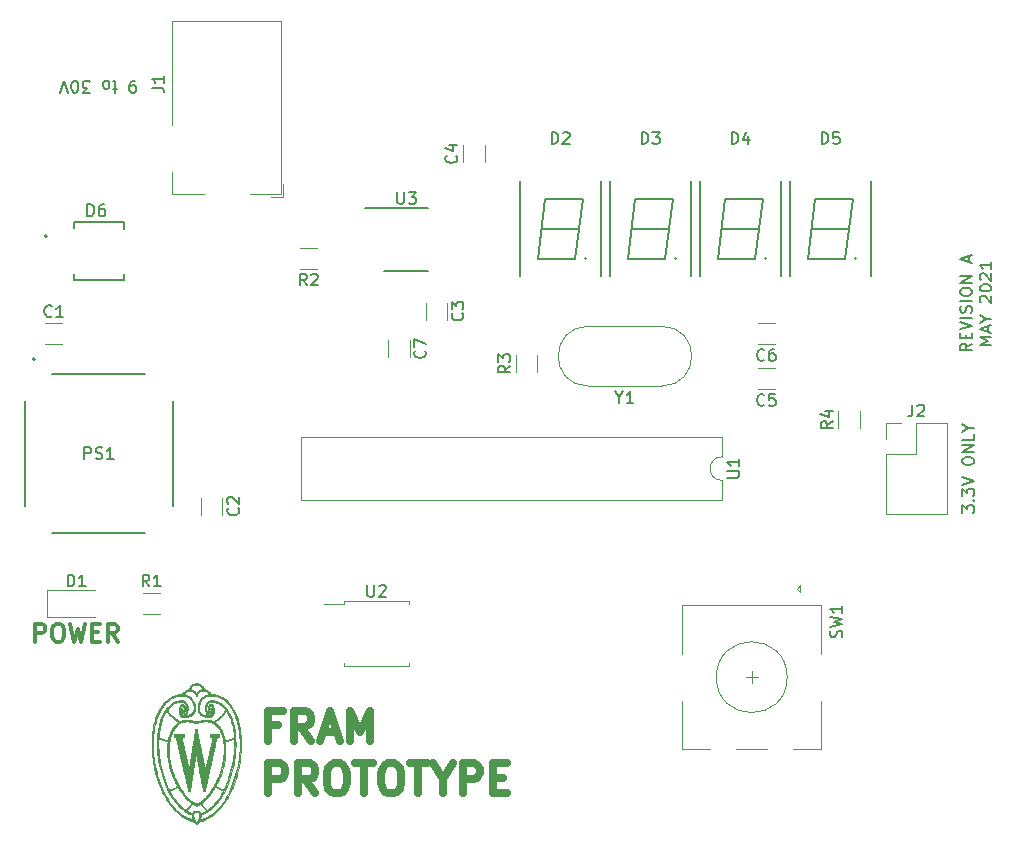
<source format=gbr>
%TF.GenerationSoftware,KiCad,Pcbnew,5.1.8+dfsg1-1+b1*%
%TF.CreationDate,2021-05-03T13:53:56-05:00*%
%TF.ProjectId,fram-prototype,6672616d-2d70-4726-9f74-6f747970652e,A*%
%TF.SameCoordinates,Original*%
%TF.FileFunction,Legend,Top*%
%TF.FilePolarity,Positive*%
%FSLAX46Y46*%
G04 Gerber Fmt 4.6, Leading zero omitted, Abs format (unit mm)*
G04 Created by KiCad (PCBNEW 5.1.8+dfsg1-1+b1) date 2021-05-03 13:53:56*
%MOMM*%
%LPD*%
G01*
G04 APERTURE LIST*
%ADD10C,0.150000*%
%ADD11C,0.300000*%
%ADD12C,0.635000*%
%ADD13C,0.127000*%
%ADD14C,0.200000*%
%ADD15C,0.120000*%
%ADD16C,0.010000*%
%ADD17C,0.152400*%
G04 APERTURE END LIST*
D10*
X139327380Y-79580952D02*
X138851190Y-79914285D01*
X139327380Y-80152380D02*
X138327380Y-80152380D01*
X138327380Y-79771428D01*
X138375000Y-79676190D01*
X138422619Y-79628571D01*
X138517857Y-79580952D01*
X138660714Y-79580952D01*
X138755952Y-79628571D01*
X138803571Y-79676190D01*
X138851190Y-79771428D01*
X138851190Y-80152380D01*
X138803571Y-79152380D02*
X138803571Y-78819047D01*
X139327380Y-78676190D02*
X139327380Y-79152380D01*
X138327380Y-79152380D01*
X138327380Y-78676190D01*
X138327380Y-78390476D02*
X139327380Y-78057142D01*
X138327380Y-77723809D01*
X139327380Y-77390476D02*
X138327380Y-77390476D01*
X139279761Y-76961904D02*
X139327380Y-76819047D01*
X139327380Y-76580952D01*
X139279761Y-76485714D01*
X139232142Y-76438095D01*
X139136904Y-76390476D01*
X139041666Y-76390476D01*
X138946428Y-76438095D01*
X138898809Y-76485714D01*
X138851190Y-76580952D01*
X138803571Y-76771428D01*
X138755952Y-76866666D01*
X138708333Y-76914285D01*
X138613095Y-76961904D01*
X138517857Y-76961904D01*
X138422619Y-76914285D01*
X138375000Y-76866666D01*
X138327380Y-76771428D01*
X138327380Y-76533333D01*
X138375000Y-76390476D01*
X139327380Y-75961904D02*
X138327380Y-75961904D01*
X138327380Y-75295238D02*
X138327380Y-75104761D01*
X138375000Y-75009523D01*
X138470238Y-74914285D01*
X138660714Y-74866666D01*
X138994047Y-74866666D01*
X139184523Y-74914285D01*
X139279761Y-75009523D01*
X139327380Y-75104761D01*
X139327380Y-75295238D01*
X139279761Y-75390476D01*
X139184523Y-75485714D01*
X138994047Y-75533333D01*
X138660714Y-75533333D01*
X138470238Y-75485714D01*
X138375000Y-75390476D01*
X138327380Y-75295238D01*
X139327380Y-74438095D02*
X138327380Y-74438095D01*
X139327380Y-73866666D01*
X138327380Y-73866666D01*
X139041666Y-72676190D02*
X139041666Y-72200000D01*
X139327380Y-72771428D02*
X138327380Y-72438095D01*
X139327380Y-72104761D01*
X140977380Y-79676190D02*
X139977380Y-79676190D01*
X140691666Y-79342857D01*
X139977380Y-79009523D01*
X140977380Y-79009523D01*
X140691666Y-78580952D02*
X140691666Y-78104761D01*
X140977380Y-78676190D02*
X139977380Y-78342857D01*
X140977380Y-78009523D01*
X140501190Y-77485714D02*
X140977380Y-77485714D01*
X139977380Y-77819047D02*
X140501190Y-77485714D01*
X139977380Y-77152380D01*
X140072619Y-76104761D02*
X140025000Y-76057142D01*
X139977380Y-75961904D01*
X139977380Y-75723809D01*
X140025000Y-75628571D01*
X140072619Y-75580952D01*
X140167857Y-75533333D01*
X140263095Y-75533333D01*
X140405952Y-75580952D01*
X140977380Y-76152380D01*
X140977380Y-75533333D01*
X139977380Y-74914285D02*
X139977380Y-74819047D01*
X140025000Y-74723809D01*
X140072619Y-74676190D01*
X140167857Y-74628571D01*
X140358333Y-74580952D01*
X140596428Y-74580952D01*
X140786904Y-74628571D01*
X140882142Y-74676190D01*
X140929761Y-74723809D01*
X140977380Y-74819047D01*
X140977380Y-74914285D01*
X140929761Y-75009523D01*
X140882142Y-75057142D01*
X140786904Y-75104761D01*
X140596428Y-75152380D01*
X140358333Y-75152380D01*
X140167857Y-75104761D01*
X140072619Y-75057142D01*
X140025000Y-75009523D01*
X139977380Y-74914285D01*
X140072619Y-74200000D02*
X140025000Y-74152380D01*
X139977380Y-74057142D01*
X139977380Y-73819047D01*
X140025000Y-73723809D01*
X140072619Y-73676190D01*
X140167857Y-73628571D01*
X140263095Y-73628571D01*
X140405952Y-73676190D01*
X140977380Y-74247619D01*
X140977380Y-73628571D01*
X140977380Y-72676190D02*
X140977380Y-73247619D01*
X140977380Y-72961904D02*
X139977380Y-72961904D01*
X140120238Y-73057142D01*
X140215476Y-73152380D01*
X140263095Y-73247619D01*
X138517380Y-93908095D02*
X138517380Y-93289047D01*
X138898333Y-93622380D01*
X138898333Y-93479523D01*
X138945952Y-93384285D01*
X138993571Y-93336666D01*
X139088809Y-93289047D01*
X139326904Y-93289047D01*
X139422142Y-93336666D01*
X139469761Y-93384285D01*
X139517380Y-93479523D01*
X139517380Y-93765238D01*
X139469761Y-93860476D01*
X139422142Y-93908095D01*
X139422142Y-92860476D02*
X139469761Y-92812857D01*
X139517380Y-92860476D01*
X139469761Y-92908095D01*
X139422142Y-92860476D01*
X139517380Y-92860476D01*
X138517380Y-92479523D02*
X138517380Y-91860476D01*
X138898333Y-92193809D01*
X138898333Y-92050952D01*
X138945952Y-91955714D01*
X138993571Y-91908095D01*
X139088809Y-91860476D01*
X139326904Y-91860476D01*
X139422142Y-91908095D01*
X139469761Y-91955714D01*
X139517380Y-92050952D01*
X139517380Y-92336666D01*
X139469761Y-92431904D01*
X139422142Y-92479523D01*
X138517380Y-91574761D02*
X139517380Y-91241428D01*
X138517380Y-90908095D01*
X138517380Y-89622380D02*
X138517380Y-89431904D01*
X138565000Y-89336666D01*
X138660238Y-89241428D01*
X138850714Y-89193809D01*
X139184047Y-89193809D01*
X139374523Y-89241428D01*
X139469761Y-89336666D01*
X139517380Y-89431904D01*
X139517380Y-89622380D01*
X139469761Y-89717619D01*
X139374523Y-89812857D01*
X139184047Y-89860476D01*
X138850714Y-89860476D01*
X138660238Y-89812857D01*
X138565000Y-89717619D01*
X138517380Y-89622380D01*
X139517380Y-88765238D02*
X138517380Y-88765238D01*
X139517380Y-88193809D01*
X138517380Y-88193809D01*
X139517380Y-87241428D02*
X139517380Y-87717619D01*
X138517380Y-87717619D01*
X139041190Y-86717619D02*
X139517380Y-86717619D01*
X138517380Y-87050952D02*
X139041190Y-86717619D01*
X138517380Y-86384285D01*
D11*
X60035714Y-104818571D02*
X60035714Y-103318571D01*
X60607142Y-103318571D01*
X60750000Y-103390000D01*
X60821428Y-103461428D01*
X60892857Y-103604285D01*
X60892857Y-103818571D01*
X60821428Y-103961428D01*
X60750000Y-104032857D01*
X60607142Y-104104285D01*
X60035714Y-104104285D01*
X61821428Y-103318571D02*
X62107142Y-103318571D01*
X62250000Y-103390000D01*
X62392857Y-103532857D01*
X62464285Y-103818571D01*
X62464285Y-104318571D01*
X62392857Y-104604285D01*
X62250000Y-104747142D01*
X62107142Y-104818571D01*
X61821428Y-104818571D01*
X61678571Y-104747142D01*
X61535714Y-104604285D01*
X61464285Y-104318571D01*
X61464285Y-103818571D01*
X61535714Y-103532857D01*
X61678571Y-103390000D01*
X61821428Y-103318571D01*
X62964285Y-103318571D02*
X63321428Y-104818571D01*
X63607142Y-103747142D01*
X63892857Y-104818571D01*
X64250000Y-103318571D01*
X64821428Y-104032857D02*
X65321428Y-104032857D01*
X65535714Y-104818571D02*
X64821428Y-104818571D01*
X64821428Y-103318571D01*
X65535714Y-103318571D01*
X67035714Y-104818571D02*
X66535714Y-104104285D01*
X66178571Y-104818571D02*
X66178571Y-103318571D01*
X66750000Y-103318571D01*
X66892857Y-103390000D01*
X66964285Y-103461428D01*
X67035714Y-103604285D01*
X67035714Y-103818571D01*
X66964285Y-103961428D01*
X66892857Y-104032857D01*
X66750000Y-104104285D01*
X66178571Y-104104285D01*
D12*
X80604178Y-111896071D02*
X79757511Y-111896071D01*
X79757511Y-113226547D02*
X79757511Y-110686547D01*
X80967035Y-110686547D01*
X83386083Y-113226547D02*
X82539416Y-112017023D01*
X81934654Y-113226547D02*
X81934654Y-110686547D01*
X82902273Y-110686547D01*
X83144178Y-110807500D01*
X83265130Y-110928452D01*
X83386083Y-111170357D01*
X83386083Y-111533214D01*
X83265130Y-111775119D01*
X83144178Y-111896071D01*
X82902273Y-112017023D01*
X81934654Y-112017023D01*
X84353702Y-112500833D02*
X85563226Y-112500833D01*
X84111797Y-113226547D02*
X84958464Y-110686547D01*
X85805130Y-113226547D01*
X86651797Y-113226547D02*
X86651797Y-110686547D01*
X87498464Y-112500833D01*
X88345130Y-110686547D01*
X88345130Y-113226547D01*
X79757511Y-117671547D02*
X79757511Y-115131547D01*
X80725130Y-115131547D01*
X80967035Y-115252500D01*
X81087988Y-115373452D01*
X81208940Y-115615357D01*
X81208940Y-115978214D01*
X81087988Y-116220119D01*
X80967035Y-116341071D01*
X80725130Y-116462023D01*
X79757511Y-116462023D01*
X83748940Y-117671547D02*
X82902273Y-116462023D01*
X82297511Y-117671547D02*
X82297511Y-115131547D01*
X83265130Y-115131547D01*
X83507035Y-115252500D01*
X83627988Y-115373452D01*
X83748940Y-115615357D01*
X83748940Y-115978214D01*
X83627988Y-116220119D01*
X83507035Y-116341071D01*
X83265130Y-116462023D01*
X82297511Y-116462023D01*
X85321321Y-115131547D02*
X85805130Y-115131547D01*
X86047035Y-115252500D01*
X86288940Y-115494404D01*
X86409892Y-115978214D01*
X86409892Y-116824880D01*
X86288940Y-117308690D01*
X86047035Y-117550595D01*
X85805130Y-117671547D01*
X85321321Y-117671547D01*
X85079416Y-117550595D01*
X84837511Y-117308690D01*
X84716559Y-116824880D01*
X84716559Y-115978214D01*
X84837511Y-115494404D01*
X85079416Y-115252500D01*
X85321321Y-115131547D01*
X87135607Y-115131547D02*
X88587035Y-115131547D01*
X87861321Y-117671547D02*
X87861321Y-115131547D01*
X89917511Y-115131547D02*
X90401321Y-115131547D01*
X90643226Y-115252500D01*
X90885130Y-115494404D01*
X91006083Y-115978214D01*
X91006083Y-116824880D01*
X90885130Y-117308690D01*
X90643226Y-117550595D01*
X90401321Y-117671547D01*
X89917511Y-117671547D01*
X89675607Y-117550595D01*
X89433702Y-117308690D01*
X89312750Y-116824880D01*
X89312750Y-115978214D01*
X89433702Y-115494404D01*
X89675607Y-115252500D01*
X89917511Y-115131547D01*
X91731797Y-115131547D02*
X93183226Y-115131547D01*
X92457511Y-117671547D02*
X92457511Y-115131547D01*
X94513702Y-116462023D02*
X94513702Y-117671547D01*
X93667035Y-115131547D02*
X94513702Y-116462023D01*
X95360369Y-115131547D01*
X96207035Y-117671547D02*
X96207035Y-115131547D01*
X97174654Y-115131547D01*
X97416559Y-115252500D01*
X97537511Y-115373452D01*
X97658464Y-115615357D01*
X97658464Y-115978214D01*
X97537511Y-116220119D01*
X97416559Y-116341071D01*
X97174654Y-116462023D01*
X96207035Y-116462023D01*
X98747035Y-116341071D02*
X99593702Y-116341071D01*
X99956559Y-117671547D02*
X98747035Y-117671547D01*
X98747035Y-115131547D01*
X99956559Y-115131547D01*
D10*
X68476428Y-57332619D02*
X68285952Y-57332619D01*
X68190714Y-57380238D01*
X68143095Y-57427857D01*
X68047857Y-57570714D01*
X68000238Y-57761190D01*
X68000238Y-58142142D01*
X68047857Y-58237380D01*
X68095476Y-58285000D01*
X68190714Y-58332619D01*
X68381190Y-58332619D01*
X68476428Y-58285000D01*
X68524047Y-58237380D01*
X68571666Y-58142142D01*
X68571666Y-57904047D01*
X68524047Y-57808809D01*
X68476428Y-57761190D01*
X68381190Y-57713571D01*
X68190714Y-57713571D01*
X68095476Y-57761190D01*
X68047857Y-57808809D01*
X68000238Y-57904047D01*
X66952619Y-57999285D02*
X66571666Y-57999285D01*
X66809761Y-58332619D02*
X66809761Y-57475476D01*
X66762142Y-57380238D01*
X66666904Y-57332619D01*
X66571666Y-57332619D01*
X66095476Y-57332619D02*
X66190714Y-57380238D01*
X66238333Y-57427857D01*
X66285952Y-57523095D01*
X66285952Y-57808809D01*
X66238333Y-57904047D01*
X66190714Y-57951666D01*
X66095476Y-57999285D01*
X65952619Y-57999285D01*
X65857380Y-57951666D01*
X65809761Y-57904047D01*
X65762142Y-57808809D01*
X65762142Y-57523095D01*
X65809761Y-57427857D01*
X65857380Y-57380238D01*
X65952619Y-57332619D01*
X66095476Y-57332619D01*
X64666904Y-58332619D02*
X64047857Y-58332619D01*
X64381190Y-57951666D01*
X64238333Y-57951666D01*
X64143095Y-57904047D01*
X64095476Y-57856428D01*
X64047857Y-57761190D01*
X64047857Y-57523095D01*
X64095476Y-57427857D01*
X64143095Y-57380238D01*
X64238333Y-57332619D01*
X64524047Y-57332619D01*
X64619285Y-57380238D01*
X64666904Y-57427857D01*
X63428809Y-58332619D02*
X63333571Y-58332619D01*
X63238333Y-58285000D01*
X63190714Y-58237380D01*
X63143095Y-58142142D01*
X63095476Y-57951666D01*
X63095476Y-57713571D01*
X63143095Y-57523095D01*
X63190714Y-57427857D01*
X63238333Y-57380238D01*
X63333571Y-57332619D01*
X63428809Y-57332619D01*
X63524047Y-57380238D01*
X63571666Y-57427857D01*
X63619285Y-57523095D01*
X63666904Y-57713571D01*
X63666904Y-57951666D01*
X63619285Y-58142142D01*
X63571666Y-58237380D01*
X63524047Y-58285000D01*
X63428809Y-58332619D01*
X62809761Y-58332619D02*
X62476428Y-57332619D01*
X62143095Y-58332619D01*
D13*
%TO.C,PS1*%
X61475000Y-82150000D02*
X69335000Y-82150000D01*
D14*
X60005000Y-80900000D02*
G75*
G03*
X60005000Y-80900000I-100000J0D01*
G01*
D13*
X69335000Y-95650000D02*
X61475000Y-95650000D01*
X71655000Y-84470000D02*
X71655000Y-93330000D01*
X59155000Y-93330000D02*
X59155000Y-84470000D01*
D15*
%TO.C,U1*%
X118170000Y-89170000D02*
X118170000Y-87520000D01*
X118170000Y-87520000D02*
X82490000Y-87520000D01*
X82490000Y-87520000D02*
X82490000Y-92820000D01*
X82490000Y-92820000D02*
X118170000Y-92820000D01*
X118170000Y-92820000D02*
X118170000Y-91170000D01*
X118170000Y-91170000D02*
G75*
G02*
X118170000Y-89170000I0J1000000D01*
G01*
D14*
%TO.C,D6*%
X61005000Y-70505000D02*
G75*
G03*
X61005000Y-70505000I-100000J0D01*
G01*
D13*
X67505000Y-74235000D02*
X67505000Y-73655000D01*
X63305000Y-74235000D02*
X67505000Y-74235000D01*
X63305000Y-73655000D02*
X63305000Y-74235000D01*
X67505000Y-69275000D02*
X67505000Y-69855000D01*
X63305000Y-69275000D02*
X67505000Y-69275000D01*
X63305000Y-69805000D02*
X63305000Y-69275000D01*
D15*
%TO.C,Y1*%
X113080000Y-78120000D02*
X106830000Y-78120000D01*
X113080000Y-83170000D02*
X106830000Y-83170000D01*
X106830000Y-78120000D02*
G75*
G03*
X106830000Y-83170000I0J-2525000D01*
G01*
X113080000Y-78120000D02*
G75*
G02*
X113080000Y-83170000I0J-2525000D01*
G01*
%TO.C,R4*%
X129815000Y-86732064D02*
X129815000Y-85277936D01*
X127995000Y-86732064D02*
X127995000Y-85277936D01*
%TO.C,R3*%
X102510000Y-82007064D02*
X102510000Y-80552936D01*
X100690000Y-82007064D02*
X100690000Y-80552936D01*
%TO.C,C7*%
X89895000Y-79298748D02*
X89895000Y-80721252D01*
X91715000Y-79298748D02*
X91715000Y-80721252D01*
%TO.C,C6*%
X122631252Y-77830000D02*
X121208748Y-77830000D01*
X122631252Y-79650000D02*
X121208748Y-79650000D01*
%TO.C,C5*%
X122631252Y-81640000D02*
X121208748Y-81640000D01*
X122631252Y-83460000D02*
X121208748Y-83460000D01*
%TO.C,R2*%
X83912064Y-73300000D02*
X82457936Y-73300000D01*
X83912064Y-71480000D02*
X82457936Y-71480000D01*
%TO.C,R1*%
X70577064Y-100690000D02*
X69122936Y-100690000D01*
X70577064Y-102510000D02*
X69122936Y-102510000D01*
%TO.C,J2*%
X132020000Y-86300000D02*
X133350000Y-86300000D01*
X132020000Y-87630000D02*
X132020000Y-86300000D01*
X134620000Y-86300000D02*
X137220000Y-86300000D01*
X134620000Y-88900000D02*
X134620000Y-86300000D01*
X132020000Y-88900000D02*
X134620000Y-88900000D01*
X137220000Y-86300000D02*
X137220000Y-94040000D01*
X132020000Y-88900000D02*
X132020000Y-94040000D01*
X132020000Y-94040000D02*
X137220000Y-94040000D01*
%TO.C,D1*%
X61040000Y-102735000D02*
X65100000Y-102735000D01*
X61040000Y-100465000D02*
X61040000Y-102735000D01*
X65100000Y-100465000D02*
X61040000Y-100465000D01*
%TO.C,C4*%
X98065000Y-64211252D02*
X98065000Y-62788748D01*
X96245000Y-64211252D02*
X96245000Y-62788748D01*
%TO.C,C3*%
X93070000Y-76123748D02*
X93070000Y-77546252D01*
X94890000Y-76123748D02*
X94890000Y-77546252D01*
%TO.C,C2*%
X75840000Y-94056252D02*
X75840000Y-92633748D01*
X74020000Y-94056252D02*
X74020000Y-92633748D01*
%TO.C,C1*%
X60883748Y-79650000D02*
X62306252Y-79650000D01*
X60883748Y-77830000D02*
X62306252Y-77830000D01*
D10*
%TO.C,U3*%
X89585700Y-73477500D02*
X93294300Y-73477500D01*
X87915000Y-68077500D02*
X93298600Y-68077500D01*
D15*
%TO.C,U2*%
X88900000Y-106865000D02*
X91650000Y-106865000D01*
X91650000Y-106865000D02*
X91650000Y-106605000D01*
X88900000Y-106865000D02*
X86150000Y-106865000D01*
X86150000Y-106865000D02*
X86150000Y-106605000D01*
X88900000Y-101415000D02*
X91650000Y-101415000D01*
X91650000Y-101415000D02*
X91650000Y-101675000D01*
X88900000Y-101415000D02*
X86150000Y-101415000D01*
X86150000Y-101415000D02*
X86150000Y-101675000D01*
X86150000Y-101675000D02*
X84500000Y-101675000D01*
D10*
%TO.C,D5*%
X123890000Y-65850000D02*
X123890000Y-73850000D01*
X130790000Y-73850000D02*
X130790000Y-65850000D01*
X126070000Y-67310000D02*
X129245000Y-67310000D01*
X129245000Y-67310000D02*
X128610000Y-72390000D01*
X125435000Y-72390000D02*
X128610000Y-72390000D01*
X126070000Y-67310000D02*
X125435000Y-72390000D01*
X125752500Y-69850000D02*
X128927500Y-69850000D01*
X129545442Y-72390000D02*
G75*
G03*
X129545442Y-72390000I-71842J0D01*
G01*
%TO.C,D4*%
X116270000Y-65850000D02*
X116270000Y-73850000D01*
X123170000Y-73850000D02*
X123170000Y-65850000D01*
X118450000Y-67310000D02*
X121625000Y-67310000D01*
X121625000Y-67310000D02*
X120990000Y-72390000D01*
X117815000Y-72390000D02*
X120990000Y-72390000D01*
X118450000Y-67310000D02*
X117815000Y-72390000D01*
X118132500Y-69850000D02*
X121307500Y-69850000D01*
X121925442Y-72390000D02*
G75*
G03*
X121925442Y-72390000I-71842J0D01*
G01*
%TO.C,D3*%
X108650000Y-65850000D02*
X108650000Y-73850000D01*
X115550000Y-73850000D02*
X115550000Y-65850000D01*
X110830000Y-67310000D02*
X114005000Y-67310000D01*
X114005000Y-67310000D02*
X113370000Y-72390000D01*
X110195000Y-72390000D02*
X113370000Y-72390000D01*
X110830000Y-67310000D02*
X110195000Y-72390000D01*
X110512500Y-69850000D02*
X113687500Y-69850000D01*
X114305442Y-72390000D02*
G75*
G03*
X114305442Y-72390000I-71842J0D01*
G01*
%TO.C,D2*%
X101030000Y-65850000D02*
X101030000Y-73850000D01*
X107930000Y-73850000D02*
X107930000Y-65850000D01*
X103210000Y-67310000D02*
X106385000Y-67310000D01*
X106385000Y-67310000D02*
X105750000Y-72390000D01*
X102575000Y-72390000D02*
X105750000Y-72390000D01*
X103210000Y-67310000D02*
X102575000Y-72390000D01*
X102892500Y-69850000D02*
X106067500Y-69850000D01*
X106685442Y-72390000D02*
G75*
G03*
X106685442Y-72390000I-71842J0D01*
G01*
D15*
%TO.C,J1*%
X79950000Y-67140000D02*
X81000000Y-67140000D01*
X81000000Y-66090000D02*
X81000000Y-67140000D01*
X71600000Y-61040000D02*
X71600000Y-52240000D01*
X71600000Y-52240000D02*
X80800000Y-52240000D01*
X74300000Y-66940000D02*
X71600000Y-66940000D01*
X71600000Y-66940000D02*
X71600000Y-65040000D01*
X80800000Y-52240000D02*
X80800000Y-66940000D01*
X80800000Y-66940000D02*
X78200000Y-66940000D01*
%TO.C,SW1*%
X120690000Y-107330000D02*
X120690000Y-108330000D01*
X121190000Y-107830000D02*
X120190000Y-107830000D01*
X117190000Y-113930000D02*
X114790000Y-113930000D01*
X121990000Y-113930000D02*
X119390000Y-113930000D01*
X126590000Y-113930000D02*
X124190000Y-113930000D01*
X124790000Y-100630000D02*
X124490000Y-100330000D01*
X124790000Y-100030000D02*
X124790000Y-100630000D01*
X124490000Y-100330000D02*
X124790000Y-100030000D01*
X126590000Y-101730000D02*
X114790000Y-101730000D01*
X126590000Y-105830000D02*
X126590000Y-101730000D01*
X114790000Y-105830000D02*
X114790000Y-101730000D01*
X114790000Y-113930000D02*
X114790000Y-109830000D01*
X126590000Y-109830000D02*
X126590000Y-113930000D01*
X123690000Y-107830000D02*
G75*
G03*
X123690000Y-107830000I-3000000J0D01*
G01*
D16*
%TO.C,G\u002A\u002A\u002A*%
G36*
X73687014Y-108353991D02*
G01*
X73732375Y-108356052D01*
X73773794Y-108359780D01*
X73808483Y-108365150D01*
X73811395Y-108365759D01*
X73890635Y-108387497D01*
X73964009Y-108417438D01*
X74031830Y-108455785D01*
X74094414Y-108502739D01*
X74152077Y-108558504D01*
X74198895Y-108614889D01*
X74220962Y-108646620D01*
X74243934Y-108683879D01*
X74266332Y-108723914D01*
X74286682Y-108763972D01*
X74303506Y-108801301D01*
X74314383Y-108830197D01*
X74319840Y-108846109D01*
X74324296Y-108857714D01*
X74326434Y-108861967D01*
X74332382Y-108864133D01*
X74345301Y-108867240D01*
X74358942Y-108869959D01*
X74399191Y-108879382D01*
X74444524Y-108893437D01*
X74491659Y-108910992D01*
X74537314Y-108930915D01*
X74541541Y-108932931D01*
X74614134Y-108972295D01*
X74681352Y-109017714D01*
X74742191Y-109068300D01*
X74795644Y-109123169D01*
X74840704Y-109181433D01*
X74861778Y-109215007D01*
X74884618Y-109254605D01*
X74939059Y-109257746D01*
X75045529Y-109265775D01*
X75144491Y-109277326D01*
X75238105Y-109292803D01*
X75328531Y-109312607D01*
X75417931Y-109337143D01*
X75490719Y-109360639D01*
X75621526Y-109410876D01*
X75748777Y-109470499D01*
X75872356Y-109539334D01*
X75992152Y-109617209D01*
X76108049Y-109703949D01*
X76219933Y-109799381D01*
X76327691Y-109903332D01*
X76431209Y-110015630D01*
X76530372Y-110136099D01*
X76625067Y-110264568D01*
X76715180Y-110400862D01*
X76800596Y-110544809D01*
X76881201Y-110696235D01*
X76956883Y-110854967D01*
X77027526Y-111020831D01*
X77093017Y-111193654D01*
X77153241Y-111373263D01*
X77208085Y-111559485D01*
X77257435Y-111752146D01*
X77301177Y-111951072D01*
X77339196Y-112156092D01*
X77342619Y-112176560D01*
X77359612Y-112283878D01*
X77374818Y-112390232D01*
X77388415Y-112497300D01*
X77400581Y-112606754D01*
X77411495Y-112720272D01*
X77421334Y-112839528D01*
X77430276Y-112966198D01*
X77435515Y-113050320D01*
X77437014Y-113082053D01*
X77438320Y-113122725D01*
X77439431Y-113171114D01*
X77440350Y-113226000D01*
X77441074Y-113286164D01*
X77441606Y-113350384D01*
X77441943Y-113417440D01*
X77442087Y-113486112D01*
X77442038Y-113555179D01*
X77441795Y-113623422D01*
X77441358Y-113689620D01*
X77440728Y-113752553D01*
X77439904Y-113810999D01*
X77438887Y-113863740D01*
X77437676Y-113909555D01*
X77436271Y-113947223D01*
X77435521Y-113962180D01*
X77420706Y-114190254D01*
X77402134Y-114410657D01*
X77379574Y-114625248D01*
X77352797Y-114835882D01*
X77321575Y-115044418D01*
X77285677Y-115252712D01*
X77258562Y-115394740D01*
X77203920Y-115652528D01*
X77143133Y-115905889D01*
X77076343Y-116154551D01*
X77003690Y-116398243D01*
X76925316Y-116636694D01*
X76841363Y-116869632D01*
X76751971Y-117096785D01*
X76657284Y-117317883D01*
X76557441Y-117532653D01*
X76452585Y-117740825D01*
X76342856Y-117942126D01*
X76228397Y-118136286D01*
X76109349Y-118323033D01*
X75985853Y-118502096D01*
X75858051Y-118673202D01*
X75726084Y-118836082D01*
X75590094Y-118990462D01*
X75450222Y-119136073D01*
X75306610Y-119272641D01*
X75180289Y-119382593D01*
X75043014Y-119491660D01*
X74901799Y-119593264D01*
X74757294Y-119687063D01*
X74610149Y-119772714D01*
X74461014Y-119849876D01*
X74310540Y-119918204D01*
X74159377Y-119977358D01*
X74008174Y-120026995D01*
X73900991Y-120056312D01*
X73837344Y-120072251D01*
X73821635Y-120095083D01*
X73804591Y-120118346D01*
X73784320Y-120143671D01*
X73762624Y-120169020D01*
X73741308Y-120192358D01*
X73722175Y-120211647D01*
X73707028Y-120224850D01*
X73706183Y-120225479D01*
X73683935Y-120239595D01*
X73665278Y-120245820D01*
X73647957Y-120244570D01*
X73634181Y-120238815D01*
X73620991Y-120229444D01*
X73603303Y-120213706D01*
X73582753Y-120193330D01*
X73560982Y-120170045D01*
X73539628Y-120145582D01*
X73520330Y-120121669D01*
X73510140Y-120107911D01*
X73497365Y-120090384D01*
X73487746Y-120079308D01*
X73478771Y-120072702D01*
X73467924Y-120068586D01*
X73456800Y-120065887D01*
X73432077Y-120059853D01*
X73399916Y-120051219D01*
X73362503Y-120040636D01*
X73322024Y-120028759D01*
X73280666Y-120016241D01*
X73240614Y-120003736D01*
X73204055Y-119991897D01*
X73173174Y-119981377D01*
X73168262Y-119979629D01*
X73002831Y-119914883D01*
X72840279Y-119840418D01*
X72680659Y-119756275D01*
X72524023Y-119662493D01*
X72370422Y-119559114D01*
X72219910Y-119446177D01*
X72072537Y-119323722D01*
X71928357Y-119191790D01*
X71787422Y-119050420D01*
X71649783Y-118899654D01*
X71515494Y-118739531D01*
X71449719Y-118656100D01*
X71324395Y-118487017D01*
X71202577Y-118308870D01*
X71084589Y-118122241D01*
X70970754Y-117927715D01*
X70861397Y-117725873D01*
X70756840Y-117517302D01*
X70657407Y-117302583D01*
X70563423Y-117082300D01*
X70528289Y-116994940D01*
X70427925Y-116728042D01*
X70335635Y-116455710D01*
X70251509Y-116178589D01*
X70175632Y-115897325D01*
X70108093Y-115612562D01*
X70048978Y-115324947D01*
X69998376Y-115035126D01*
X69956373Y-114743744D01*
X69923058Y-114451446D01*
X69898517Y-114158879D01*
X69882838Y-113866688D01*
X69876547Y-113594462D01*
X69986287Y-113594462D01*
X69988822Y-113759384D01*
X69993993Y-113921364D01*
X70001793Y-114077853D01*
X70005244Y-114132360D01*
X70030618Y-114439241D01*
X70065342Y-114743647D01*
X70109348Y-115045270D01*
X70162567Y-115343805D01*
X70224930Y-115638945D01*
X70296367Y-115930384D01*
X70376811Y-116217816D01*
X70466192Y-116500935D01*
X70564442Y-116779434D01*
X70650684Y-117001931D01*
X70715957Y-117157947D01*
X70786386Y-117315661D01*
X70860914Y-117472941D01*
X70938488Y-117627656D01*
X71018051Y-117777674D01*
X71098549Y-117920864D01*
X71142985Y-117996182D01*
X71259807Y-118183112D01*
X71380417Y-118361375D01*
X71504719Y-118530884D01*
X71632616Y-118691555D01*
X71764011Y-118843304D01*
X71898807Y-118986046D01*
X72036907Y-119119697D01*
X72178214Y-119244171D01*
X72322632Y-119359386D01*
X72470063Y-119465255D01*
X72620411Y-119561695D01*
X72773578Y-119648620D01*
X72929467Y-119725947D01*
X73087983Y-119793591D01*
X73249027Y-119851467D01*
X73282043Y-119862023D01*
X73309381Y-119870486D01*
X73333552Y-119877788D01*
X73352797Y-119883411D01*
X73365357Y-119886839D01*
X73369238Y-119887656D01*
X73372388Y-119885383D01*
X73370497Y-119876908D01*
X73367209Y-119868950D01*
X73356747Y-119843084D01*
X73345009Y-119810389D01*
X73332971Y-119773943D01*
X73321606Y-119736824D01*
X73311889Y-119702111D01*
X73304795Y-119672883D01*
X73304098Y-119669560D01*
X73299266Y-119641076D01*
X73294933Y-119606556D01*
X73291564Y-119570119D01*
X73289903Y-119543042D01*
X73286890Y-119475868D01*
X73396905Y-119475868D01*
X73397163Y-119520783D01*
X73397337Y-119524780D01*
X73406427Y-119611631D01*
X73425464Y-119698713D01*
X73454264Y-119785497D01*
X73492642Y-119871460D01*
X73540413Y-119956074D01*
X73558867Y-119984601D01*
X73584326Y-120021751D01*
X73605734Y-120050462D01*
X73623917Y-120071208D01*
X73639699Y-120084465D01*
X73653907Y-120090707D01*
X73667365Y-120090408D01*
X73680899Y-120084043D01*
X73695334Y-120072087D01*
X73701040Y-120066369D01*
X73718353Y-120046242D01*
X73738748Y-120019034D01*
X73760884Y-119986807D01*
X73783420Y-119951627D01*
X73805014Y-119915558D01*
X73824324Y-119880663D01*
X73833723Y-119862235D01*
X73863997Y-119793853D01*
X73889291Y-119722860D01*
X73908108Y-119653495D01*
X73909129Y-119648877D01*
X73916248Y-119607133D01*
X73920882Y-119560440D01*
X73923034Y-119511358D01*
X73922707Y-119462448D01*
X73919904Y-119416270D01*
X73914628Y-119375385D01*
X73908779Y-119348745D01*
X73898121Y-119327399D01*
X73878756Y-119306104D01*
X73852095Y-119285838D01*
X73819549Y-119267578D01*
X73782527Y-119252301D01*
X73759060Y-119245055D01*
X73740157Y-119241112D01*
X73715259Y-119237526D01*
X73688527Y-119234852D01*
X73676653Y-119234075D01*
X73631525Y-119234554D01*
X73587178Y-119240308D01*
X73544939Y-119250741D01*
X73506135Y-119265259D01*
X73472094Y-119283267D01*
X73444141Y-119304170D01*
X73423605Y-119327373D01*
X73411812Y-119352282D01*
X73411654Y-119352869D01*
X73404437Y-119388474D01*
X73399425Y-119430620D01*
X73396905Y-119475868D01*
X73286890Y-119475868D01*
X73286620Y-119469864D01*
X73200591Y-119435256D01*
X73055922Y-119371754D01*
X72912939Y-119298378D01*
X72771888Y-119215310D01*
X72633016Y-119122733D01*
X72622792Y-119115097D01*
X72821212Y-119115097D01*
X72822726Y-119118565D01*
X72832731Y-119126102D01*
X72850440Y-119137446D01*
X72874486Y-119151829D01*
X72903502Y-119168483D01*
X72936120Y-119186639D01*
X72970974Y-119205529D01*
X73006695Y-119224384D01*
X73041918Y-119242437D01*
X73052940Y-119247958D01*
X73081532Y-119261918D01*
X73113008Y-119276819D01*
X73145923Y-119292026D01*
X73178832Y-119306903D01*
X73210292Y-119320815D01*
X73238859Y-119333124D01*
X73263087Y-119343195D01*
X73281534Y-119350392D01*
X73292755Y-119354079D01*
X73294701Y-119354422D01*
X73297372Y-119350025D01*
X73301057Y-119338521D01*
X73303685Y-119327930D01*
X73317916Y-119287272D01*
X73341293Y-119250049D01*
X73373268Y-119216653D01*
X73413294Y-119187474D01*
X73460824Y-119162904D01*
X73515311Y-119143332D01*
X73576207Y-119129151D01*
X73583800Y-119127850D01*
X73637481Y-119122661D01*
X73693329Y-119123953D01*
X73749522Y-119131256D01*
X73804237Y-119144100D01*
X73855652Y-119162013D01*
X73901944Y-119184526D01*
X73941290Y-119211169D01*
X73955672Y-119223828D01*
X73978311Y-119249554D01*
X73997647Y-119279093D01*
X74011848Y-119309244D01*
X74018667Y-119333893D01*
X74021164Y-119346718D01*
X74023446Y-119353984D01*
X74024044Y-119354600D01*
X74032258Y-119352515D01*
X74048243Y-119346667D01*
X74070599Y-119337666D01*
X74097924Y-119326122D01*
X74128818Y-119312645D01*
X74161881Y-119297845D01*
X74195713Y-119282332D01*
X74228913Y-119266715D01*
X74256900Y-119253173D01*
X74288547Y-119237288D01*
X74322414Y-119219719D01*
X74357140Y-119201227D01*
X74391369Y-119182571D01*
X74423741Y-119164513D01*
X74452899Y-119147812D01*
X74477483Y-119133230D01*
X74496137Y-119121527D01*
X74507500Y-119113462D01*
X74509256Y-119111895D01*
X74507459Y-119107148D01*
X74499230Y-119098037D01*
X74486231Y-119086345D01*
X74482942Y-119083641D01*
X74422409Y-119031521D01*
X74360954Y-118972794D01*
X74300569Y-118909641D01*
X74243245Y-118844242D01*
X74190976Y-118778777D01*
X74145752Y-118715428D01*
X74143463Y-118711980D01*
X74131811Y-118693465D01*
X74117818Y-118669860D01*
X74102503Y-118643036D01*
X74086882Y-118614863D01*
X74071973Y-118587213D01*
X74058795Y-118561958D01*
X74048365Y-118540969D01*
X74041701Y-118526117D01*
X74040341Y-118522386D01*
X74035405Y-118521949D01*
X74022832Y-118527877D01*
X74002550Y-118540208D01*
X73982442Y-118553542D01*
X73950622Y-118574350D01*
X73915391Y-118596019D01*
X73878026Y-118617886D01*
X73839806Y-118639286D01*
X73802008Y-118659556D01*
X73765910Y-118678033D01*
X73732791Y-118694052D01*
X73703928Y-118706951D01*
X73680600Y-118716065D01*
X73664083Y-118720730D01*
X73659567Y-118721204D01*
X73648006Y-118718736D01*
X73629038Y-118711681D01*
X73603948Y-118700715D01*
X73574019Y-118686513D01*
X73540537Y-118669752D01*
X73504784Y-118651107D01*
X73468046Y-118631254D01*
X73431607Y-118610867D01*
X73396750Y-118590624D01*
X73364760Y-118571200D01*
X73336922Y-118553270D01*
X73325419Y-118545398D01*
X73293098Y-118522725D01*
X73258901Y-118590342D01*
X73214733Y-118669312D01*
X73161829Y-118749398D01*
X73101308Y-118829233D01*
X73034287Y-118907453D01*
X72961883Y-118982694D01*
X72885215Y-119053592D01*
X72865906Y-119070146D01*
X72845072Y-119088053D01*
X72831313Y-119100802D01*
X72823678Y-119109460D01*
X72821212Y-119115097D01*
X72622792Y-119115097D01*
X72496570Y-119020830D01*
X72362796Y-118909783D01*
X72231941Y-118789776D01*
X72104251Y-118660992D01*
X71995795Y-118541800D01*
X71866555Y-118387190D01*
X71741335Y-118223430D01*
X71620262Y-118050752D01*
X71503462Y-117869391D01*
X71391061Y-117679579D01*
X71283185Y-117481551D01*
X71255502Y-117426300D01*
X71382295Y-117426300D01*
X71384926Y-117433153D01*
X71391901Y-117447587D01*
X71402542Y-117468351D01*
X71416170Y-117494195D01*
X71432105Y-117523870D01*
X71449670Y-117556124D01*
X71468183Y-117589707D01*
X71486968Y-117623370D01*
X71505345Y-117655860D01*
X71522634Y-117685930D01*
X71531744Y-117701509D01*
X71630991Y-117864428D01*
X71731365Y-118018012D01*
X71833477Y-118163076D01*
X71937935Y-118300430D01*
X72045350Y-118430887D01*
X72156332Y-118555261D01*
X72232520Y-118635113D01*
X72339986Y-118740949D01*
X72446236Y-118837749D01*
X72552280Y-118926390D01*
X72659133Y-119007749D01*
X72681491Y-119023793D01*
X72706717Y-119041508D01*
X72725106Y-119053824D01*
X72737948Y-119061441D01*
X72746529Y-119065061D01*
X72752138Y-119065386D01*
X72755151Y-119063904D01*
X72762229Y-119058226D01*
X72775207Y-119047636D01*
X72792164Y-119033705D01*
X72809100Y-119019727D01*
X72827596Y-119003743D01*
X72851066Y-118982426D01*
X72877412Y-118957739D01*
X72904538Y-118931646D01*
X72928559Y-118907905D01*
X72998575Y-118834090D01*
X73059729Y-118761871D01*
X73112920Y-118690037D01*
X73159052Y-118617376D01*
X73196748Y-118547309D01*
X73230421Y-118479158D01*
X73215667Y-118468569D01*
X73206757Y-118461867D01*
X73191610Y-118450150D01*
X73171927Y-118434744D01*
X73149407Y-118416979D01*
X73133857Y-118404640D01*
X73027229Y-118315045D01*
X72920252Y-118215703D01*
X72813247Y-118107006D01*
X72706537Y-117989343D01*
X72600444Y-117863106D01*
X72495291Y-117728686D01*
X72391401Y-117586473D01*
X72289094Y-117436858D01*
X72188696Y-117280233D01*
X72138546Y-117198140D01*
X72122004Y-117170689D01*
X72107159Y-117146183D01*
X72094830Y-117125966D01*
X72085836Y-117111379D01*
X72080998Y-117103765D01*
X72080481Y-117103044D01*
X72075436Y-117104363D01*
X72064539Y-117110970D01*
X72049723Y-117121628D01*
X72041920Y-117127714D01*
X71965375Y-117183366D01*
X71880110Y-117235183D01*
X71786963Y-117282775D01*
X71686772Y-117325752D01*
X71580376Y-117363724D01*
X71468612Y-117396300D01*
X71460360Y-117398432D01*
X71428986Y-117406725D01*
X71406528Y-117413316D01*
X71391954Y-117418573D01*
X71384232Y-117422865D01*
X71382295Y-117426300D01*
X71255502Y-117426300D01*
X71179962Y-117275539D01*
X71081517Y-117061778D01*
X70987978Y-116840500D01*
X70899469Y-116611940D01*
X70816119Y-116376330D01*
X70804566Y-116341887D01*
X70715656Y-116059570D01*
X70636084Y-115774332D01*
X70565804Y-115485918D01*
X70504765Y-115194075D01*
X70452921Y-114898550D01*
X70410223Y-114599091D01*
X70376623Y-114295443D01*
X70352073Y-113987354D01*
X70350007Y-113954560D01*
X70347528Y-113907279D01*
X70345317Y-113851448D01*
X70343390Y-113788673D01*
X70341761Y-113720562D01*
X70340448Y-113648721D01*
X70339464Y-113574756D01*
X70338826Y-113500275D01*
X70338668Y-113458027D01*
X70450806Y-113458027D01*
X70450952Y-113511941D01*
X70451274Y-113563486D01*
X70451779Y-113611522D01*
X70452473Y-113654911D01*
X70453362Y-113692514D01*
X70454045Y-113713260D01*
X70469923Y-114013146D01*
X70494726Y-114310769D01*
X70528371Y-114605784D01*
X70570778Y-114897845D01*
X70621863Y-115186607D01*
X70681544Y-115471725D01*
X70749740Y-115752853D01*
X70826367Y-116029646D01*
X70911345Y-116301759D01*
X71004591Y-116568846D01*
X71106022Y-116830562D01*
X71215556Y-117086562D01*
X71299796Y-117267990D01*
X71315173Y-117299367D01*
X71327139Y-117322212D01*
X71336193Y-117337367D01*
X71342837Y-117345676D01*
X71347252Y-117348000D01*
X71355269Y-117346791D01*
X71371065Y-117343473D01*
X71392585Y-117338508D01*
X71417779Y-117332358D01*
X71426523Y-117330154D01*
X71534054Y-117299723D01*
X71636356Y-117264525D01*
X71732588Y-117224949D01*
X71821906Y-117181390D01*
X71903468Y-117134237D01*
X71976429Y-117083885D01*
X72005463Y-117060922D01*
X72040027Y-117032364D01*
X72018498Y-116993332D01*
X71989283Y-116940111D01*
X71963008Y-116891632D01*
X71938448Y-116845552D01*
X71914377Y-116799530D01*
X71889569Y-116751222D01*
X71862799Y-116698287D01*
X71834582Y-116641880D01*
X71786840Y-116544946D01*
X71743783Y-116455014D01*
X71704726Y-116370460D01*
X71668984Y-116289661D01*
X71635873Y-116210992D01*
X71604706Y-116132831D01*
X71574800Y-116053554D01*
X71545470Y-115971536D01*
X71518512Y-115892580D01*
X71445143Y-115659193D01*
X71381445Y-115426055D01*
X71327219Y-115192148D01*
X71282262Y-114956454D01*
X71246372Y-114717955D01*
X71219350Y-114475631D01*
X71206246Y-114312700D01*
X71202467Y-114247650D01*
X71199488Y-114175893D01*
X71197310Y-114099218D01*
X71195934Y-114019416D01*
X71195886Y-114012520D01*
X71336878Y-114012520D01*
X71340763Y-114165933D01*
X71348687Y-114321080D01*
X71360651Y-114476444D01*
X71361701Y-114487960D01*
X71384361Y-114692471D01*
X71414587Y-114898128D01*
X71452067Y-115103734D01*
X71496492Y-115308091D01*
X71547551Y-115510001D01*
X71604934Y-115708268D01*
X71668330Y-115901694D01*
X71737428Y-116089081D01*
X71811918Y-116269233D01*
X71839791Y-116331638D01*
X71929882Y-116522834D01*
X72023645Y-116709349D01*
X72120624Y-116890410D01*
X72220364Y-117065245D01*
X72322407Y-117233082D01*
X72426300Y-117393150D01*
X72531586Y-117544677D01*
X72637809Y-117686891D01*
X72646862Y-117698520D01*
X72728136Y-117798966D01*
X72813076Y-117897123D01*
X72900387Y-117991653D01*
X72988776Y-118081222D01*
X73076947Y-118164491D01*
X73163606Y-118240127D01*
X73202069Y-118271560D01*
X73235208Y-118297068D01*
X73274257Y-118325545D01*
X73316983Y-118355486D01*
X73361155Y-118385383D01*
X73404541Y-118413732D01*
X73444907Y-118439027D01*
X73480023Y-118459762D01*
X73486118Y-118463173D01*
X73510906Y-118476482D01*
X73538349Y-118490539D01*
X73566779Y-118504563D01*
X73594526Y-118517774D01*
X73619920Y-118529391D01*
X73641291Y-118538635D01*
X73656970Y-118544724D01*
X73665223Y-118546880D01*
X73671928Y-118544696D01*
X73686235Y-118538593D01*
X73706683Y-118529244D01*
X73731812Y-118517321D01*
X73760161Y-118503497D01*
X73769370Y-118498933D01*
X73815786Y-118474876D01*
X74101963Y-118474876D01*
X74104085Y-118480428D01*
X74109917Y-118493371D01*
X74118663Y-118511995D01*
X74129524Y-118534586D01*
X74134278Y-118544340D01*
X74181362Y-118630364D01*
X74238243Y-118715947D01*
X74305019Y-118801214D01*
X74381786Y-118886292D01*
X74444860Y-118948990D01*
X74460865Y-118963913D01*
X74479944Y-118981209D01*
X74500652Y-118999623D01*
X74521539Y-119017903D01*
X74541161Y-119034796D01*
X74558068Y-119049049D01*
X74570815Y-119059409D01*
X74577953Y-119064622D01*
X74578834Y-119065000D01*
X74583565Y-119062293D01*
X74594470Y-119055063D01*
X74609466Y-119044702D01*
X74614394Y-119041232D01*
X74753013Y-118937271D01*
X74888432Y-118823744D01*
X75020565Y-118700753D01*
X75149326Y-118568404D01*
X75274629Y-118426800D01*
X75396388Y-118276045D01*
X75514517Y-118116244D01*
X75628932Y-117947500D01*
X75739545Y-117769917D01*
X75846271Y-117583599D01*
X75899799Y-117484066D01*
X75936473Y-117414392D01*
X75922186Y-117411183D01*
X75825060Y-117386449D01*
X75729168Y-117356365D01*
X75635901Y-117321554D01*
X75546654Y-117282639D01*
X75462820Y-117240243D01*
X75385792Y-117194990D01*
X75316964Y-117147501D01*
X75295844Y-117131090D01*
X75277245Y-117116750D01*
X75261405Y-117105628D01*
X75249997Y-117098826D01*
X75244698Y-117097445D01*
X75244692Y-117097451D01*
X75241012Y-117102844D01*
X75232920Y-117115665D01*
X75221211Y-117134619D01*
X75206684Y-117158411D01*
X75190134Y-117185746D01*
X75181145Y-117200680D01*
X75120575Y-117299050D01*
X75055521Y-117400208D01*
X74987681Y-117501657D01*
X74918751Y-117600900D01*
X74850429Y-117695441D01*
X74791581Y-117773515D01*
X74702153Y-117885753D01*
X74610316Y-117993723D01*
X74516971Y-118096495D01*
X74423015Y-118193141D01*
X74329349Y-118282733D01*
X74236872Y-118364342D01*
X74156070Y-118429682D01*
X74136198Y-118445263D01*
X74119609Y-118458729D01*
X74107785Y-118468841D01*
X74102208Y-118474362D01*
X74101963Y-118474876D01*
X73815786Y-118474876D01*
X73838722Y-118462989D01*
X73903389Y-118426263D01*
X73965700Y-118387245D01*
X74027988Y-118344420D01*
X74092585Y-118296277D01*
X74142600Y-118256855D01*
X74251519Y-118164166D01*
X74360070Y-118061560D01*
X74468078Y-117949280D01*
X74575364Y-117827566D01*
X74681754Y-117696662D01*
X74787070Y-117556808D01*
X74891136Y-117408247D01*
X74993775Y-117251219D01*
X75094811Y-117085968D01*
X75129777Y-117024941D01*
X75284286Y-117024941D01*
X75303993Y-117041856D01*
X75381772Y-117102342D01*
X75468353Y-117157853D01*
X75563659Y-117208351D01*
X75667611Y-117253799D01*
X75780132Y-117294157D01*
X75884303Y-117324931D01*
X75909435Y-117331476D01*
X75931895Y-117336942D01*
X75949407Y-117340799D01*
X75959690Y-117342520D01*
X75960344Y-117342558D01*
X75964788Y-117341761D01*
X75969482Y-117338342D01*
X75975113Y-117331172D01*
X75982373Y-117319125D01*
X75991948Y-117301072D01*
X76004529Y-117275886D01*
X76018052Y-117248126D01*
X76079951Y-117115865D01*
X76141705Y-116975227D01*
X76202600Y-116827978D01*
X76261925Y-116675882D01*
X76318965Y-116520708D01*
X76363201Y-116393389D01*
X76455384Y-116105269D01*
X76538474Y-115812822D01*
X76612412Y-115516364D01*
X76677139Y-115216213D01*
X76732599Y-114912688D01*
X76778732Y-114606106D01*
X76815481Y-114296786D01*
X76842787Y-113985045D01*
X76860321Y-113677700D01*
X76861245Y-113651007D01*
X76862086Y-113617543D01*
X76862839Y-113578373D01*
X76863501Y-113534560D01*
X76864069Y-113487168D01*
X76864540Y-113437259D01*
X76864911Y-113385899D01*
X76865176Y-113334149D01*
X76865335Y-113283074D01*
X76865382Y-113233738D01*
X76865315Y-113187204D01*
X76865131Y-113144535D01*
X76864825Y-113106796D01*
X76864394Y-113075050D01*
X76863836Y-113050360D01*
X76863146Y-113033789D01*
X76862396Y-113026640D01*
X76860662Y-113021732D01*
X76857541Y-113019566D01*
X76851193Y-113020506D01*
X76839780Y-113024914D01*
X76821463Y-113033156D01*
X76815475Y-113035910D01*
X76677113Y-113094043D01*
X76535121Y-113142761D01*
X76390063Y-113181901D01*
X76242504Y-113211303D01*
X76162227Y-113223042D01*
X76134857Y-113226603D01*
X76111332Y-113229784D01*
X76093359Y-113232343D01*
X76082647Y-113234039D01*
X76080388Y-113234566D01*
X76080700Y-113239739D01*
X76082170Y-113253125D01*
X76084577Y-113272869D01*
X76087702Y-113297119D01*
X76088784Y-113305283D01*
X76106208Y-113459804D01*
X76118329Y-113621702D01*
X76125149Y-113789689D01*
X76126672Y-113962477D01*
X76122902Y-114138779D01*
X76113841Y-114317308D01*
X76099493Y-114496776D01*
X76085384Y-114630200D01*
X76056835Y-114841830D01*
X76020804Y-115053478D01*
X75977603Y-115263989D01*
X75927544Y-115472211D01*
X75870936Y-115676989D01*
X75808091Y-115877169D01*
X75739321Y-116071598D01*
X75664935Y-116259121D01*
X75615581Y-116372640D01*
X75599413Y-116407786D01*
X75579350Y-116450191D01*
X75556150Y-116498341D01*
X75530571Y-116550721D01*
X75503372Y-116605815D01*
X75475309Y-116662110D01*
X75447142Y-116718089D01*
X75419629Y-116772240D01*
X75393527Y-116823045D01*
X75369595Y-116868992D01*
X75348592Y-116908565D01*
X75333484Y-116936280D01*
X75284286Y-117024941D01*
X75129777Y-117024941D01*
X75194067Y-116912735D01*
X75291366Y-116731761D01*
X75371773Y-116573300D01*
X75414129Y-116486835D01*
X75452113Y-116407538D01*
X75486422Y-116333774D01*
X75517755Y-116263907D01*
X75546810Y-116196301D01*
X75574287Y-116129321D01*
X75600884Y-116061331D01*
X75627300Y-115990695D01*
X75654232Y-115915779D01*
X75661842Y-115894154D01*
X75721644Y-115712896D01*
X75775764Y-115527101D01*
X75824094Y-115337705D01*
X75866529Y-115145642D01*
X75902964Y-114951849D01*
X75933293Y-114757259D01*
X75957410Y-114562810D01*
X75975211Y-114369434D01*
X75986588Y-114178069D01*
X75991438Y-113989649D01*
X75989654Y-113805109D01*
X75981130Y-113625385D01*
X75965761Y-113451411D01*
X75950881Y-113333597D01*
X75924018Y-113170290D01*
X75891113Y-113013552D01*
X75852269Y-112863577D01*
X75807585Y-112720558D01*
X75757164Y-112584689D01*
X75701106Y-112456162D01*
X75639512Y-112335170D01*
X75572484Y-112221908D01*
X75500123Y-112116567D01*
X75422529Y-112019341D01*
X75339806Y-111930423D01*
X75252052Y-111850006D01*
X75159370Y-111778284D01*
X75123040Y-111753454D01*
X75056368Y-111713585D01*
X74984871Y-111678943D01*
X74907656Y-111649229D01*
X74823827Y-111624148D01*
X74771300Y-111612217D01*
X75192658Y-111612217D01*
X75194410Y-111616918D01*
X75202764Y-111625659D01*
X75215990Y-111636666D01*
X75218058Y-111638232D01*
X75313321Y-111715515D01*
X75405004Y-111801826D01*
X75492727Y-111896547D01*
X75576108Y-111999061D01*
X75654764Y-112108752D01*
X75728315Y-112225002D01*
X75796377Y-112347194D01*
X75858570Y-112474713D01*
X75914511Y-112606939D01*
X75963819Y-112743258D01*
X76006112Y-112883052D01*
X76019130Y-112932465D01*
X76025425Y-112958066D01*
X76032372Y-112987591D01*
X76039598Y-113019310D01*
X76046730Y-113051493D01*
X76053395Y-113082408D01*
X76059220Y-113110325D01*
X76063831Y-113133513D01*
X76066855Y-113150243D01*
X76067920Y-113158716D01*
X76072652Y-113158996D01*
X76085686Y-113157973D01*
X76105282Y-113155869D01*
X76129695Y-113152905D01*
X76157184Y-113149301D01*
X76186007Y-113145280D01*
X76214421Y-113141062D01*
X76240684Y-113136869D01*
X76243180Y-113136451D01*
X76303655Y-113124901D01*
X76369998Y-113109845D01*
X76438892Y-113092126D01*
X76507024Y-113072590D01*
X76560680Y-113055579D01*
X76599130Y-113042233D01*
X76640778Y-113026837D01*
X76683589Y-113010222D01*
X76725528Y-112993219D01*
X76764560Y-112976658D01*
X76798651Y-112961370D01*
X76825764Y-112948185D01*
X76832460Y-112944641D01*
X76857860Y-112930825D01*
X76856295Y-112887702D01*
X76855394Y-112868496D01*
X76853855Y-112841725D01*
X76851840Y-112809951D01*
X76849512Y-112775739D01*
X76847322Y-112745520D01*
X76828234Y-112537667D01*
X76802486Y-112334959D01*
X76770174Y-112137702D01*
X76731389Y-111946204D01*
X76686226Y-111760771D01*
X76634778Y-111581712D01*
X76577138Y-111409333D01*
X76513400Y-111243941D01*
X76443657Y-111085845D01*
X76368003Y-110935350D01*
X76286530Y-110792765D01*
X76223850Y-110694470D01*
X76209070Y-110672589D01*
X76196251Y-110654083D01*
X76186442Y-110640431D01*
X76180696Y-110633116D01*
X76179715Y-110632286D01*
X76176630Y-110636611D01*
X76170474Y-110648179D01*
X76162302Y-110664952D01*
X76157393Y-110675517D01*
X76124749Y-110739549D01*
X76083876Y-110807291D01*
X76035537Y-110877721D01*
X75980496Y-110949818D01*
X75919514Y-111022561D01*
X75853355Y-111094928D01*
X75813987Y-111135252D01*
X75702427Y-111240748D01*
X75583388Y-111341436D01*
X75456205Y-111437836D01*
X75320215Y-111530472D01*
X75274883Y-111559310D01*
X75249637Y-111575188D01*
X75227332Y-111589360D01*
X75209418Y-111600894D01*
X75197349Y-111608855D01*
X75192658Y-111612217D01*
X74771300Y-111612217D01*
X74732490Y-111603402D01*
X74632751Y-111586694D01*
X74612500Y-111583915D01*
X74575053Y-111580044D01*
X74530417Y-111577209D01*
X74480935Y-111575412D01*
X74428949Y-111574654D01*
X74376804Y-111574938D01*
X74326841Y-111576264D01*
X74281405Y-111578636D01*
X74242839Y-111582053D01*
X74230440Y-111583632D01*
X74171998Y-111592800D01*
X74110159Y-111604317D01*
X74043112Y-111618554D01*
X73969046Y-111635881D01*
X73939400Y-111643174D01*
X73878535Y-111658102D01*
X73826284Y-111670359D01*
X73781502Y-111680105D01*
X73743042Y-111687498D01*
X73709761Y-111692696D01*
X73680512Y-111695859D01*
X73654152Y-111697145D01*
X73629535Y-111696712D01*
X73605516Y-111694720D01*
X73586082Y-111692128D01*
X73567962Y-111688873D01*
X73541769Y-111683476D01*
X73509268Y-111676335D01*
X73472223Y-111667849D01*
X73432398Y-111658416D01*
X73391558Y-111648434D01*
X73381705Y-111645976D01*
X73304954Y-111627241D01*
X73236400Y-111611631D01*
X73174638Y-111598950D01*
X73118261Y-111589003D01*
X73065866Y-111581593D01*
X73016047Y-111576524D01*
X72967398Y-111573601D01*
X72918515Y-111572627D01*
X72867993Y-111573408D01*
X72862491Y-111573585D01*
X72757174Y-111580190D01*
X72654849Y-111592660D01*
X72557029Y-111610720D01*
X72465225Y-111634092D01*
X72384606Y-111661099D01*
X72303488Y-111696932D01*
X72222587Y-111742397D01*
X72142525Y-111796973D01*
X72063924Y-111860139D01*
X71987404Y-111931376D01*
X71913588Y-112010162D01*
X71843097Y-112095977D01*
X71806520Y-112145213D01*
X71738587Y-112247568D01*
X71675253Y-112358512D01*
X71616712Y-112477480D01*
X71563157Y-112603907D01*
X71514781Y-112737227D01*
X71471777Y-112876875D01*
X71434339Y-113022285D01*
X71402659Y-113172891D01*
X71376932Y-113328129D01*
X71361738Y-113446560D01*
X71349464Y-113577860D01*
X71341229Y-113716966D01*
X71337034Y-113862358D01*
X71336878Y-114012520D01*
X71195886Y-114012520D01*
X71195359Y-113938278D01*
X71195586Y-113857594D01*
X71196616Y-113779156D01*
X71198448Y-113704753D01*
X71201082Y-113636176D01*
X71204520Y-113575217D01*
X71206130Y-113553240D01*
X71209444Y-113513794D01*
X71213321Y-113471691D01*
X71217577Y-113428609D01*
X71222025Y-113386227D01*
X71226482Y-113346225D01*
X71230763Y-113310281D01*
X71234682Y-113280074D01*
X71238056Y-113257284D01*
X71239774Y-113247702D01*
X71240746Y-113240363D01*
X71238511Y-113236017D01*
X71230955Y-113233448D01*
X71215964Y-113231439D01*
X71210456Y-113230845D01*
X71177807Y-113226870D01*
X71138403Y-113221307D01*
X71095298Y-113214653D01*
X71051543Y-113207406D01*
X71010192Y-113200064D01*
X70974296Y-113193122D01*
X70958809Y-113189839D01*
X70884847Y-113171949D01*
X70808583Y-113150659D01*
X70732228Y-113126721D01*
X70657991Y-113100891D01*
X70588080Y-113073923D01*
X70524707Y-113046569D01*
X70489442Y-113029635D01*
X70460865Y-113015252D01*
X70457700Y-113039136D01*
X70456420Y-113054101D01*
X70455255Y-113078087D01*
X70454210Y-113109953D01*
X70453293Y-113148563D01*
X70452509Y-113192776D01*
X70451865Y-113241453D01*
X70451367Y-113293456D01*
X70451020Y-113347645D01*
X70450831Y-113402881D01*
X70450806Y-113458027D01*
X70338668Y-113458027D01*
X70338550Y-113426884D01*
X70338651Y-113356190D01*
X70339143Y-113289799D01*
X70340044Y-113229319D01*
X70341368Y-113176355D01*
X70342246Y-113151920D01*
X70354275Y-112933513D01*
X70463291Y-112933513D01*
X70526215Y-112963560D01*
X70639843Y-113013575D01*
X70756863Y-113056575D01*
X70878370Y-113092864D01*
X71005459Y-113122745D01*
X71139224Y-113146523D01*
X71229220Y-113158724D01*
X71241263Y-113160268D01*
X71248173Y-113161318D01*
X71251961Y-113157680D01*
X71254347Y-113150650D01*
X71256282Y-113141124D01*
X71259613Y-113124197D01*
X71263837Y-113102447D01*
X71267512Y-113083340D01*
X71283205Y-113009915D01*
X71303091Y-112930531D01*
X71326320Y-112848047D01*
X71352041Y-112765322D01*
X71379404Y-112685217D01*
X71407558Y-112610590D01*
X71409845Y-112604877D01*
X71426879Y-112564456D01*
X71447841Y-112517766D01*
X71471515Y-112467297D01*
X71496682Y-112415541D01*
X71522127Y-112364989D01*
X71546632Y-112318131D01*
X71568979Y-112277460D01*
X71574569Y-112267718D01*
X71640438Y-112160927D01*
X71711683Y-112057935D01*
X71787355Y-111959865D01*
X71866507Y-111867842D01*
X71948189Y-111782988D01*
X72031452Y-111706428D01*
X72086872Y-111660940D01*
X72107561Y-111644632D01*
X72125082Y-111630537D01*
X72138017Y-111619820D01*
X72144943Y-111613648D01*
X72145721Y-111612680D01*
X72141772Y-111609189D01*
X72130940Y-111601986D01*
X72115190Y-111592348D01*
X72106727Y-111587385D01*
X72081767Y-111572350D01*
X72050378Y-111552535D01*
X72014345Y-111529140D01*
X71975453Y-111503364D01*
X71935485Y-111476409D01*
X71896226Y-111449473D01*
X71859461Y-111423758D01*
X71826974Y-111400464D01*
X71808340Y-111386696D01*
X71712575Y-111311776D01*
X71621338Y-111234412D01*
X71535282Y-111155314D01*
X71455063Y-111075192D01*
X71381335Y-110994754D01*
X71314754Y-110914712D01*
X71255975Y-110835774D01*
X71205652Y-110758649D01*
X71170097Y-110695206D01*
X71140142Y-110637069D01*
X71092619Y-110709584D01*
X71011383Y-110841724D01*
X70935201Y-110982396D01*
X70864177Y-111131259D01*
X70798415Y-111287972D01*
X70738020Y-111452195D01*
X70683096Y-111623587D01*
X70633747Y-111801807D01*
X70590077Y-111986513D01*
X70552190Y-112177367D01*
X70520190Y-112374026D01*
X70494183Y-112576149D01*
X70480339Y-112712500D01*
X70477061Y-112749347D01*
X70473871Y-112786672D01*
X70470977Y-112821925D01*
X70468590Y-112852558D01*
X70466915Y-112876024D01*
X70466731Y-112878886D01*
X70463291Y-112933513D01*
X70354275Y-112933513D01*
X70354988Y-112920569D01*
X70374106Y-112695257D01*
X70399549Y-112476179D01*
X70431266Y-112263535D01*
X70469207Y-112057520D01*
X70513321Y-111858334D01*
X70563558Y-111666173D01*
X70619867Y-111481234D01*
X70682198Y-111303716D01*
X70750499Y-111133815D01*
X70824722Y-110971730D01*
X70904815Y-110817658D01*
X70966584Y-110710980D01*
X71048414Y-110583567D01*
X71058232Y-110569988D01*
X71198609Y-110569988D01*
X71199031Y-110573043D01*
X71205481Y-110590181D01*
X71216410Y-110613922D01*
X71230781Y-110642339D01*
X71247555Y-110673505D01*
X71265692Y-110705491D01*
X71284156Y-110736372D01*
X71301908Y-110764218D01*
X71302528Y-110765150D01*
X71371056Y-110860471D01*
X71449152Y-110955227D01*
X71536226Y-111048882D01*
X71631686Y-111140900D01*
X71734940Y-111230744D01*
X71845398Y-111317879D01*
X71962468Y-111401768D01*
X72085558Y-111481874D01*
X72108060Y-111495699D01*
X72132915Y-111510939D01*
X72157156Y-111525983D01*
X72178208Y-111539221D01*
X72193493Y-111549042D01*
X72195012Y-111550044D01*
X72221004Y-111567263D01*
X72311570Y-111531419D01*
X72370494Y-111508617D01*
X72422403Y-111489837D01*
X72469373Y-111474563D01*
X72513480Y-111462281D01*
X72556801Y-111452477D01*
X72601411Y-111444636D01*
X72649387Y-111438245D01*
X72702806Y-111432787D01*
X72713521Y-111431833D01*
X72765013Y-111428313D01*
X72819443Y-111426340D01*
X72874542Y-111425879D01*
X72928042Y-111426896D01*
X72977676Y-111429357D01*
X73021176Y-111433226D01*
X73047930Y-111436949D01*
X73061902Y-111439616D01*
X73084619Y-111444330D01*
X73114927Y-111450835D01*
X73151674Y-111458879D01*
X73193708Y-111468205D01*
X73239876Y-111478561D01*
X73289027Y-111489691D01*
X73340007Y-111501341D01*
X73350190Y-111503681D01*
X73413034Y-111518094D01*
X73466873Y-111530326D01*
X73512588Y-111540540D01*
X73551060Y-111548895D01*
X73583172Y-111555554D01*
X73609804Y-111560677D01*
X73631838Y-111564426D01*
X73650154Y-111566961D01*
X73665635Y-111568445D01*
X73679162Y-111569038D01*
X73691616Y-111568902D01*
X73703180Y-111568249D01*
X73714175Y-111566625D01*
X73733938Y-111562833D01*
X73761364Y-111557117D01*
X73795351Y-111549721D01*
X73834795Y-111540889D01*
X73878593Y-111530864D01*
X73925644Y-111519891D01*
X73974843Y-111508214D01*
X73977500Y-111507578D01*
X74027127Y-111495722D01*
X74074933Y-111484373D01*
X74119770Y-111473798D01*
X74160490Y-111464264D01*
X74195947Y-111456038D01*
X74224994Y-111449388D01*
X74246483Y-111444581D01*
X74259268Y-111441886D01*
X74259440Y-111441853D01*
X74292538Y-111437112D01*
X74334125Y-111433719D01*
X74382623Y-111431654D01*
X74436452Y-111430898D01*
X74494033Y-111431430D01*
X74553789Y-111433232D01*
X74614140Y-111436283D01*
X74673508Y-111440564D01*
X74730313Y-111446054D01*
X74746637Y-111447936D01*
X74838115Y-111462183D01*
X74922334Y-111482229D01*
X75000626Y-111508448D01*
X75068936Y-111538527D01*
X75122840Y-111565181D01*
X75192790Y-111521560D01*
X75306095Y-111448333D01*
X75410835Y-111375155D01*
X75508530Y-111300852D01*
X75600701Y-111224247D01*
X75688869Y-111144165D01*
X75721782Y-111112437D01*
X75798223Y-111034597D01*
X75868390Y-110957082D01*
X75931794Y-110880547D01*
X75987945Y-110805644D01*
X76036355Y-110733028D01*
X76076533Y-110663352D01*
X76107992Y-110597270D01*
X76108670Y-110595651D01*
X76125006Y-110556522D01*
X76080306Y-110501671D01*
X76057243Y-110474658D01*
X76028365Y-110442841D01*
X75995252Y-110407802D01*
X75959488Y-110371121D01*
X75922654Y-110334378D01*
X75886332Y-110299154D01*
X75852105Y-110267029D01*
X75821555Y-110239585D01*
X75798745Y-110220380D01*
X75699760Y-110146523D01*
X75598321Y-110081938D01*
X75494758Y-110026757D01*
X75389401Y-109981111D01*
X75282581Y-109945132D01*
X75174629Y-109918950D01*
X75065876Y-109902698D01*
X74985823Y-109897168D01*
X74929330Y-109896692D01*
X74880549Y-109899842D01*
X74837542Y-109907073D01*
X74798369Y-109918837D01*
X74761090Y-109935589D01*
X74723767Y-109957783D01*
X74722162Y-109958845D01*
X74674997Y-109996168D01*
X74632258Y-110042309D01*
X74594267Y-110096793D01*
X74561352Y-110159142D01*
X74533835Y-110228879D01*
X74529685Y-110241535D01*
X74510345Y-110318091D01*
X74499478Y-110398480D01*
X74496977Y-110481100D01*
X74502732Y-110564344D01*
X74516636Y-110646609D01*
X74538581Y-110726291D01*
X74567306Y-110799288D01*
X74591376Y-110845209D01*
X74619970Y-110888902D01*
X74651729Y-110928806D01*
X74685292Y-110963358D01*
X74719299Y-110990996D01*
X74750026Y-111009077D01*
X74785350Y-111021838D01*
X74821263Y-111028005D01*
X74855211Y-111027387D01*
X74884643Y-111019793D01*
X74885905Y-111019247D01*
X74916058Y-111002919D01*
X74941617Y-110981850D01*
X74965522Y-110953555D01*
X74968552Y-110949370D01*
X74993268Y-110907942D01*
X75014518Y-110858302D01*
X75031773Y-110801962D01*
X75044503Y-110740438D01*
X75046663Y-110726220D01*
X75050889Y-110679931D01*
X75051747Y-110627343D01*
X75049450Y-110571664D01*
X75044213Y-110516103D01*
X75036248Y-110463866D01*
X75026298Y-110420058D01*
X75011818Y-110375942D01*
X74994005Y-110335089D01*
X74973698Y-110298758D01*
X74951735Y-110268207D01*
X74928957Y-110244694D01*
X74906201Y-110229477D01*
X74896779Y-110225841D01*
X74869286Y-110222729D01*
X74842181Y-110229089D01*
X74816363Y-110244244D01*
X74792732Y-110267518D01*
X74772187Y-110298237D01*
X74757559Y-110330398D01*
X74745111Y-110372785D01*
X74736801Y-110420636D01*
X74732710Y-110471162D01*
X74732919Y-110521574D01*
X74737512Y-110569084D01*
X74746569Y-110610903D01*
X74749100Y-110618860D01*
X74765224Y-110658373D01*
X74783364Y-110687949D01*
X74803544Y-110707617D01*
X74825788Y-110717403D01*
X74837520Y-110718600D01*
X74852820Y-110714822D01*
X74864979Y-110702918D01*
X74874777Y-110682028D01*
X74877012Y-110675093D01*
X74883541Y-110636751D01*
X74881657Y-110594574D01*
X74871584Y-110550077D01*
X74853544Y-110504776D01*
X74851314Y-110500268D01*
X74842712Y-110481727D01*
X74836386Y-110465309D01*
X74833534Y-110454178D01*
X74833480Y-110453157D01*
X74838263Y-110435552D01*
X74851473Y-110420843D01*
X74864020Y-110413774D01*
X74884918Y-110410257D01*
X74906364Y-110415888D01*
X74927174Y-110429803D01*
X74946164Y-110451139D01*
X74962147Y-110479034D01*
X74965987Y-110488065D01*
X74970395Y-110500074D01*
X74973564Y-110511665D01*
X74975701Y-110524837D01*
X74977014Y-110541586D01*
X74977710Y-110563913D01*
X74977995Y-110593815D01*
X74978031Y-110604300D01*
X74977869Y-110640175D01*
X74977055Y-110668135D01*
X74975418Y-110690412D01*
X74972787Y-110709240D01*
X74968993Y-110726850D01*
X74968532Y-110728676D01*
X74953725Y-110777604D01*
X74936308Y-110819582D01*
X74916712Y-110854009D01*
X74895367Y-110880284D01*
X74872703Y-110897805D01*
X74849150Y-110905972D01*
X74841190Y-110906512D01*
X74818484Y-110902243D01*
X74793406Y-110890494D01*
X74768442Y-110872710D01*
X74747653Y-110852190D01*
X74730661Y-110829156D01*
X74712507Y-110798884D01*
X74694518Y-110763988D01*
X74678019Y-110727080D01*
X74664338Y-110690772D01*
X74661811Y-110683040D01*
X74645065Y-110618684D01*
X74634287Y-110551576D01*
X74629511Y-110483788D01*
X74630769Y-110417394D01*
X74638093Y-110354464D01*
X74651516Y-110297071D01*
X74655550Y-110284636D01*
X74676995Y-110234797D01*
X74704680Y-110190810D01*
X74737713Y-110153768D01*
X74775200Y-110124769D01*
X74794594Y-110113988D01*
X74816010Y-110104467D01*
X74835078Y-110098796D01*
X74856685Y-110095755D01*
X74871546Y-110094754D01*
X74894082Y-110094001D01*
X74910363Y-110094962D01*
X74924233Y-110098221D01*
X74939534Y-110104366D01*
X74942019Y-110105494D01*
X74978243Y-110127502D01*
X75011506Y-110158620D01*
X75041567Y-110198173D01*
X75068189Y-110245483D01*
X75091133Y-110299874D01*
X75110161Y-110360669D01*
X75125034Y-110427191D01*
X75135515Y-110498764D01*
X75141364Y-110574710D01*
X75142343Y-110654353D01*
X75141863Y-110672880D01*
X75136870Y-110750810D01*
X75127345Y-110823995D01*
X75113544Y-110891854D01*
X75095725Y-110953807D01*
X75074143Y-111009274D01*
X75049057Y-111057675D01*
X75020722Y-111098431D01*
X74989397Y-111130961D01*
X74955337Y-111154685D01*
X74922479Y-111168051D01*
X74903155Y-111171966D01*
X74875471Y-111175554D01*
X74841227Y-111178716D01*
X74802222Y-111181355D01*
X74760254Y-111183372D01*
X74717121Y-111184669D01*
X74674622Y-111185149D01*
X74634556Y-111184713D01*
X74622755Y-111184372D01*
X74512322Y-111177267D01*
X74409626Y-111163681D01*
X74314544Y-111143572D01*
X74226955Y-111116897D01*
X74146735Y-111083615D01*
X74073762Y-111043684D01*
X74007915Y-110997060D01*
X73962279Y-110956852D01*
X73910750Y-110900706D01*
X73867645Y-110839902D01*
X73832623Y-110773787D01*
X73805346Y-110701708D01*
X73785472Y-110623012D01*
X73783823Y-110614460D01*
X73779381Y-110582680D01*
X73776208Y-110543040D01*
X73774291Y-110497755D01*
X73773617Y-110449043D01*
X73773640Y-110446907D01*
X73880489Y-110446907D01*
X73886691Y-110528268D01*
X73901409Y-110606194D01*
X73924457Y-110679823D01*
X73955647Y-110748292D01*
X73973139Y-110778564D01*
X73996587Y-110811662D01*
X74026653Y-110847076D01*
X74060960Y-110882403D01*
X74097128Y-110915238D01*
X74132779Y-110943178D01*
X74142977Y-110950218D01*
X74213518Y-110991780D01*
X74288683Y-111025958D01*
X74366637Y-111052129D01*
X74445543Y-111069667D01*
X74517098Y-111077622D01*
X74545881Y-111078768D01*
X74566037Y-111078195D01*
X74579021Y-111075462D01*
X74586285Y-111070126D01*
X74589282Y-111061745D01*
X74589640Y-111055545D01*
X74585294Y-111036272D01*
X74572462Y-111012482D01*
X74554032Y-110987840D01*
X74510708Y-110928050D01*
X74473574Y-110861256D01*
X74442816Y-110788647D01*
X74418621Y-110711413D01*
X74401175Y-110630745D01*
X74390664Y-110547833D01*
X74387273Y-110463868D01*
X74391189Y-110380041D01*
X74402597Y-110297541D01*
X74421684Y-110217559D01*
X74429671Y-110192006D01*
X74458657Y-110118384D01*
X74494560Y-110050506D01*
X74536816Y-109988942D01*
X74584861Y-109934261D01*
X74638132Y-109887032D01*
X74696066Y-109847827D01*
X74758098Y-109817215D01*
X74820780Y-109796493D01*
X74869262Y-109787381D01*
X74925403Y-109782503D01*
X74987670Y-109781766D01*
X75054529Y-109785077D01*
X75124446Y-109792343D01*
X75195889Y-109803471D01*
X75267324Y-109818368D01*
X75295227Y-109825277D01*
X75400145Y-109857551D01*
X75504240Y-109899594D01*
X75606973Y-109951020D01*
X75707802Y-110011444D01*
X75806190Y-110080479D01*
X75901595Y-110157738D01*
X75993479Y-110242836D01*
X76081301Y-110335386D01*
X76164522Y-110435002D01*
X76185822Y-110462648D01*
X76279884Y-110594751D01*
X76368327Y-110735126D01*
X76451092Y-110883541D01*
X76528124Y-111039766D01*
X76599363Y-111203568D01*
X76664752Y-111374718D01*
X76724234Y-111552984D01*
X76777751Y-111738135D01*
X76825245Y-111929940D01*
X76866660Y-112128168D01*
X76901936Y-112332588D01*
X76931017Y-112542969D01*
X76953845Y-112759079D01*
X76970363Y-112980689D01*
X76980512Y-113207565D01*
X76984235Y-113439479D01*
X76981958Y-113656147D01*
X76970504Y-113948796D01*
X76949631Y-114241527D01*
X76919461Y-114533737D01*
X76880116Y-114824822D01*
X76831716Y-115114179D01*
X76774384Y-115401205D01*
X76708240Y-115685296D01*
X76633406Y-115965849D01*
X76550004Y-116242261D01*
X76458155Y-116513927D01*
X76357981Y-116780245D01*
X76348029Y-116805264D01*
X76259484Y-117017656D01*
X76166444Y-117223163D01*
X76069066Y-117421567D01*
X75967508Y-117612654D01*
X75861927Y-117796207D01*
X75752481Y-117972008D01*
X75639328Y-118139844D01*
X75522624Y-118299496D01*
X75402528Y-118450749D01*
X75279197Y-118593387D01*
X75152789Y-118727193D01*
X75023460Y-118851952D01*
X74891370Y-118967446D01*
X74756675Y-119073460D01*
X74630280Y-119162642D01*
X74537931Y-119221778D01*
X74442600Y-119278130D01*
X74346404Y-119330566D01*
X74251459Y-119377953D01*
X74159883Y-119419161D01*
X74119158Y-119435854D01*
X74037297Y-119468279D01*
X74033762Y-119531911D01*
X74024628Y-119623984D01*
X74007463Y-119711505D01*
X73981774Y-119796735D01*
X73967926Y-119833390D01*
X73959538Y-119854790D01*
X73953039Y-119872255D01*
X73949092Y-119883938D01*
X73948320Y-119888000D01*
X73953832Y-119886665D01*
X73966967Y-119883055D01*
X73985598Y-119877765D01*
X74002141Y-119872980D01*
X74139777Y-119828490D01*
X74278984Y-119774929D01*
X74418408Y-119712955D01*
X74556699Y-119643229D01*
X74692503Y-119566409D01*
X74824469Y-119483155D01*
X74881571Y-119444235D01*
X74979740Y-119373500D01*
X75073343Y-119301335D01*
X75164344Y-119226081D01*
X75254706Y-119146079D01*
X75346394Y-119059668D01*
X75405126Y-119001789D01*
X75544543Y-118855998D01*
X75679008Y-118702605D01*
X75808767Y-118541281D01*
X75934065Y-118371695D01*
X76055147Y-118193517D01*
X76172260Y-118006418D01*
X76268509Y-117840760D01*
X76388237Y-117618089D01*
X76501546Y-117387900D01*
X76608301Y-117150660D01*
X76708364Y-116906835D01*
X76801601Y-116656892D01*
X76887876Y-116401297D01*
X76967051Y-116140517D01*
X77038991Y-115875020D01*
X77103560Y-115605270D01*
X77160621Y-115331736D01*
X77210040Y-115054883D01*
X77251679Y-114775179D01*
X77285402Y-114493090D01*
X77304829Y-114287300D01*
X77320738Y-114062724D01*
X77331065Y-113836246D01*
X77335854Y-113609067D01*
X77335151Y-113382389D01*
X77329001Y-113157413D01*
X77317450Y-112935342D01*
X77300543Y-112717376D01*
X77278325Y-112504719D01*
X77250843Y-112298572D01*
X77223189Y-112128300D01*
X77183554Y-111923405D01*
X77138290Y-111725102D01*
X77087491Y-111533563D01*
X77031249Y-111348961D01*
X76969657Y-111171466D01*
X76902808Y-111001252D01*
X76830796Y-110838491D01*
X76753714Y-110683355D01*
X76671654Y-110536016D01*
X76584710Y-110396647D01*
X76492975Y-110265419D01*
X76396542Y-110142506D01*
X76295504Y-110028079D01*
X76189954Y-109922310D01*
X76079985Y-109825372D01*
X75965691Y-109737437D01*
X75910440Y-109699224D01*
X75793129Y-109626853D01*
X75671788Y-109563543D01*
X75546918Y-109509447D01*
X75419020Y-109464721D01*
X75288596Y-109429518D01*
X75156149Y-109403990D01*
X75022178Y-109388294D01*
X74887187Y-109382582D01*
X74878262Y-109382560D01*
X74788749Y-109386052D01*
X74700712Y-109396295D01*
X74615349Y-109412934D01*
X74533863Y-109435617D01*
X74457451Y-109463991D01*
X74387315Y-109497702D01*
X74324654Y-109536398D01*
X74304183Y-109551461D01*
X74224514Y-109619195D01*
X74152827Y-109693151D01*
X74089216Y-109773148D01*
X74033775Y-109859002D01*
X73986601Y-109950531D01*
X73947786Y-110047552D01*
X73917427Y-110149882D01*
X73895619Y-110257339D01*
X73882990Y-110362973D01*
X73880489Y-110446907D01*
X73773640Y-110446907D01*
X73774172Y-110399122D01*
X73775941Y-110350208D01*
X73778912Y-110304519D01*
X73783069Y-110264272D01*
X73786134Y-110243620D01*
X73810410Y-110127524D01*
X73842457Y-110017710D01*
X73882539Y-109913615D01*
X73930918Y-109814675D01*
X73987856Y-109720330D01*
X74053615Y-109630016D01*
X74096331Y-109578767D01*
X74154816Y-109517220D01*
X74214832Y-109464963D01*
X74277478Y-109421134D01*
X74343260Y-109385155D01*
X74376420Y-109369709D01*
X74406680Y-109356711D01*
X74436687Y-109345198D01*
X74469088Y-109334206D01*
X74506528Y-109322771D01*
X74543920Y-109312088D01*
X74567797Y-109305751D01*
X74595745Y-109298880D01*
X74625745Y-109291910D01*
X74655779Y-109285276D01*
X74683828Y-109279414D01*
X74707875Y-109274759D01*
X74725901Y-109271747D01*
X74735308Y-109270799D01*
X74736695Y-109267126D01*
X74732569Y-109257041D01*
X74723905Y-109241951D01*
X74711682Y-109223260D01*
X74696877Y-109202374D01*
X74680467Y-109180698D01*
X74663430Y-109159636D01*
X74646742Y-109140594D01*
X74639245Y-109132688D01*
X74583307Y-109082739D01*
X74521043Y-109040528D01*
X74453104Y-109006406D01*
X74380139Y-108980722D01*
X74338180Y-108970337D01*
X74315412Y-108967048D01*
X74285473Y-108964915D01*
X74251287Y-108963933D01*
X74215775Y-108964101D01*
X74181860Y-108965416D01*
X74152466Y-108967876D01*
X74134980Y-108970503D01*
X74058447Y-108990155D01*
X73988446Y-109017539D01*
X73924880Y-109052736D01*
X73867655Y-109095827D01*
X73816673Y-109146894D01*
X73771838Y-109206020D01*
X73733055Y-109273285D01*
X73705426Y-109335268D01*
X73694840Y-109361135D01*
X73686418Y-109378840D01*
X73679104Y-109389854D01*
X73671839Y-109395648D01*
X73663564Y-109397695D01*
X73660467Y-109397799D01*
X73651259Y-109396506D01*
X73643505Y-109391634D01*
X73636142Y-109381693D01*
X73628105Y-109365196D01*
X73618330Y-109340653D01*
X73616893Y-109336840D01*
X73585733Y-109264728D01*
X73549347Y-109201125D01*
X73507247Y-109145548D01*
X73458943Y-109097516D01*
X73403946Y-109056549D01*
X73341766Y-109022164D01*
X73271915Y-108993882D01*
X73266082Y-108991902D01*
X73192583Y-108972490D01*
X73118465Y-108963066D01*
X73044443Y-108963548D01*
X72971231Y-108973852D01*
X72899543Y-108993896D01*
X72830092Y-109023596D01*
X72786901Y-109047784D01*
X72749631Y-109073885D01*
X72711456Y-109106277D01*
X72674415Y-109142808D01*
X72640547Y-109181330D01*
X72611892Y-109219691D01*
X72591399Y-109253940D01*
X72583140Y-109270100D01*
X72612300Y-109275878D01*
X72628596Y-109279418D01*
X72651694Y-109284842D01*
X72678579Y-109291424D01*
X72706234Y-109298441D01*
X72707500Y-109298768D01*
X72795022Y-109323864D01*
X72873903Y-109351789D01*
X72945433Y-109383229D01*
X73010901Y-109418871D01*
X73071597Y-109459401D01*
X73128811Y-109505506D01*
X73172040Y-109545967D01*
X73250021Y-109630482D01*
X73319545Y-109720525D01*
X73380437Y-109815739D01*
X73432523Y-109915767D01*
X73475627Y-110020250D01*
X73509573Y-110128831D01*
X73534187Y-110241152D01*
X73543707Y-110304580D01*
X73547318Y-110343234D01*
X73549421Y-110387936D01*
X73550056Y-110435987D01*
X73549267Y-110484684D01*
X73547096Y-110531328D01*
X73543586Y-110573218D01*
X73538927Y-110606840D01*
X73519767Y-110688939D01*
X73492920Y-110764417D01*
X73458266Y-110833436D01*
X73415683Y-110896156D01*
X73365051Y-110952738D01*
X73306247Y-111003344D01*
X73239152Y-111048133D01*
X73185179Y-111077097D01*
X73131020Y-111101969D01*
X73079604Y-111121852D01*
X73026600Y-111138252D01*
X72969120Y-111152362D01*
X72925302Y-111161545D01*
X72884861Y-111168779D01*
X72845620Y-111174270D01*
X72805405Y-111178220D01*
X72762041Y-111180836D01*
X72713353Y-111182319D01*
X72657167Y-111182876D01*
X72644000Y-111182895D01*
X72582510Y-111182531D01*
X72530283Y-111181361D01*
X72486448Y-111179305D01*
X72450134Y-111176283D01*
X72420468Y-111172215D01*
X72396581Y-111167022D01*
X72377600Y-111160623D01*
X72371639Y-111157930D01*
X72337030Y-111135596D01*
X72304977Y-111103904D01*
X72275755Y-111063399D01*
X72249644Y-111014624D01*
X72226919Y-110958123D01*
X72207858Y-110894440D01*
X72192739Y-110824119D01*
X72188559Y-110798883D01*
X72184222Y-110761743D01*
X72181245Y-110717384D01*
X72179629Y-110668527D01*
X72179376Y-110617893D01*
X72180485Y-110568207D01*
X72182958Y-110522188D01*
X72186795Y-110482561D01*
X72188465Y-110470676D01*
X72202361Y-110397739D01*
X72220236Y-110331306D01*
X72241819Y-110271905D01*
X72266838Y-110220060D01*
X72295021Y-110176297D01*
X72326096Y-110141142D01*
X72359792Y-110115120D01*
X72377138Y-110105880D01*
X72393440Y-110099106D01*
X72407823Y-110095371D01*
X72424239Y-110094040D01*
X72446643Y-110094475D01*
X72447724Y-110094520D01*
X72492167Y-110101167D01*
X72532952Y-110116756D01*
X72569786Y-110140644D01*
X72602379Y-110172188D01*
X72630439Y-110210745D01*
X72653677Y-110255671D01*
X72671800Y-110306323D01*
X72684519Y-110362059D01*
X72691541Y-110422236D01*
X72692577Y-110486209D01*
X72687335Y-110553335D01*
X72679020Y-110605822D01*
X72666367Y-110660019D01*
X72650275Y-110710545D01*
X72631272Y-110756748D01*
X72609885Y-110797977D01*
X72586642Y-110833579D01*
X72562069Y-110862904D01*
X72536695Y-110885299D01*
X72511047Y-110900113D01*
X72485651Y-110906693D01*
X72461036Y-110904390D01*
X72443683Y-110896611D01*
X72424366Y-110880002D01*
X72405171Y-110854815D01*
X72386945Y-110822610D01*
X72370532Y-110784943D01*
X72356778Y-110743372D01*
X72353158Y-110729823D01*
X72348595Y-110709849D01*
X72345439Y-110690572D01*
X72343459Y-110669394D01*
X72342428Y-110643714D01*
X72342116Y-110610937D01*
X72342119Y-110604300D01*
X72342330Y-110572199D01*
X72343000Y-110548135D01*
X72344341Y-110529987D01*
X72346565Y-110515635D01*
X72349884Y-110502959D01*
X72353219Y-110493278D01*
X72369378Y-110458443D01*
X72388571Y-110433115D01*
X72410707Y-110417382D01*
X72435693Y-110411331D01*
X72438897Y-110411260D01*
X72457983Y-110413881D01*
X72472594Y-110422819D01*
X72473323Y-110423493D01*
X72483555Y-110434531D01*
X72488594Y-110445080D01*
X72488390Y-110457401D01*
X72482895Y-110473754D01*
X72472060Y-110496402D01*
X72471720Y-110497068D01*
X72457397Y-110529668D01*
X72445967Y-110564574D01*
X72438436Y-110598188D01*
X72435808Y-110625639D01*
X72438598Y-110659424D01*
X72446697Y-110685943D01*
X72459092Y-110704808D01*
X72474770Y-110715631D01*
X72492717Y-110718025D01*
X72511920Y-110711602D01*
X72531366Y-110695973D01*
X72550042Y-110670751D01*
X72550708Y-110669622D01*
X72567818Y-110632118D01*
X72579986Y-110587843D01*
X72587222Y-110538897D01*
X72589540Y-110487379D01*
X72586951Y-110435390D01*
X72579465Y-110385029D01*
X72567096Y-110338395D01*
X72549854Y-110297589D01*
X72548630Y-110295307D01*
X72530031Y-110268320D01*
X72507365Y-110246748D01*
X72482333Y-110231499D01*
X72456638Y-110223476D01*
X72431979Y-110223586D01*
X72420363Y-110227059D01*
X72392218Y-110244089D01*
X72366068Y-110270287D01*
X72342269Y-110304793D01*
X72321178Y-110346747D01*
X72303153Y-110395291D01*
X72288550Y-110449565D01*
X72277726Y-110508710D01*
X72271038Y-110571865D01*
X72270010Y-110589060D01*
X72269490Y-110656087D01*
X72274545Y-110720590D01*
X72284837Y-110781611D01*
X72300027Y-110838191D01*
X72319777Y-110889370D01*
X72343749Y-110934191D01*
X72371604Y-110971694D01*
X72403005Y-111000921D01*
X72419153Y-111011679D01*
X72448001Y-111023303D01*
X72481616Y-111028229D01*
X72516995Y-111026302D01*
X72548771Y-111018256D01*
X72578549Y-111005884D01*
X72603566Y-110991510D01*
X72627649Y-110972675D01*
X72645189Y-110956315D01*
X72688419Y-110907320D01*
X72726305Y-110850702D01*
X72758530Y-110787664D01*
X72784779Y-110719412D01*
X72804734Y-110647151D01*
X72818080Y-110572085D01*
X72824501Y-110495419D01*
X72823680Y-110418357D01*
X72815302Y-110342105D01*
X72811704Y-110321820D01*
X72793942Y-110249201D01*
X72769776Y-110181476D01*
X72739704Y-110119362D01*
X72704226Y-110063574D01*
X72663840Y-110014827D01*
X72619046Y-109973835D01*
X72570343Y-109941316D01*
X72534182Y-109923972D01*
X72500956Y-109912110D01*
X72467334Y-109903784D01*
X72431013Y-109898685D01*
X72389689Y-109896503D01*
X72341061Y-109896932D01*
X72334120Y-109897162D01*
X72224241Y-109906109D01*
X72115386Y-109925014D01*
X72007874Y-109953697D01*
X71902024Y-109991980D01*
X71798154Y-110039685D01*
X71696583Y-110096632D01*
X71597630Y-110162645D01*
X71501614Y-110237543D01*
X71408854Y-110321149D01*
X71319668Y-110413284D01*
X71235719Y-110512083D01*
X71218273Y-110534506D01*
X71206815Y-110550730D01*
X71200531Y-110562107D01*
X71198609Y-110569988D01*
X71058232Y-110569988D01*
X71134208Y-110464910D01*
X71223832Y-110355151D01*
X71317147Y-110254432D01*
X71414019Y-110162894D01*
X71514311Y-110080678D01*
X71617887Y-110007928D01*
X71675454Y-109972442D01*
X71780439Y-109916355D01*
X71887640Y-109870137D01*
X71997484Y-109833657D01*
X72110398Y-109806783D01*
X72226809Y-109789384D01*
X72288400Y-109784068D01*
X72366299Y-109781868D01*
X72437127Y-109786219D01*
X72501844Y-109797455D01*
X72561411Y-109815907D01*
X72616790Y-109841906D01*
X72668942Y-109875786D01*
X72718829Y-109917878D01*
X72741868Y-109940699D01*
X72790833Y-109997706D01*
X72832461Y-110059793D01*
X72867169Y-110127786D01*
X72895374Y-110202513D01*
X72917494Y-110284800D01*
X72919045Y-110291880D01*
X72922897Y-110310916D01*
X72925799Y-110328747D01*
X72927884Y-110347304D01*
X72929283Y-110368520D01*
X72930129Y-110394327D01*
X72930554Y-110426659D01*
X72930685Y-110462060D01*
X72930357Y-110512289D01*
X72929037Y-110554704D01*
X72926420Y-110591629D01*
X72922205Y-110625387D01*
X72916088Y-110658301D01*
X72907767Y-110692694D01*
X72896940Y-110730889D01*
X72894677Y-110738428D01*
X72876775Y-110790612D01*
X72855001Y-110842517D01*
X72830463Y-110892012D01*
X72804269Y-110936965D01*
X72777527Y-110975247D01*
X72761617Y-110994197D01*
X72745495Y-111013827D01*
X72734197Y-111031702D01*
X72728765Y-111045961D01*
X72728940Y-111052610D01*
X72735610Y-111056880D01*
X72750768Y-111058667D01*
X72773085Y-111058110D01*
X72801234Y-111055348D01*
X72833885Y-111050518D01*
X72869711Y-111043761D01*
X72907383Y-111035214D01*
X72915780Y-111033109D01*
X73000015Y-111007490D01*
X73078255Y-110975304D01*
X73150000Y-110936914D01*
X73214747Y-110892684D01*
X73271993Y-110842975D01*
X73321237Y-110788151D01*
X73361977Y-110728574D01*
X73378084Y-110698956D01*
X73404313Y-110638404D01*
X73423359Y-110575223D01*
X73435286Y-110508571D01*
X73440158Y-110437609D01*
X73438040Y-110361495D01*
X73428997Y-110279388D01*
X73416013Y-110204762D01*
X73391183Y-110102027D01*
X73358868Y-110005849D01*
X73318706Y-109915537D01*
X73270336Y-109830402D01*
X73213396Y-109749756D01*
X73147524Y-109672909D01*
X73124072Y-109648575D01*
X73083058Y-109608398D01*
X73046050Y-109575037D01*
X73011139Y-109547049D01*
X72976412Y-109522991D01*
X72939958Y-109501422D01*
X72905825Y-109483788D01*
X72821608Y-109447598D01*
X72733107Y-109419429D01*
X72639954Y-109399238D01*
X72541783Y-109386982D01*
X72438226Y-109382620D01*
X72328916Y-109386108D01*
X72213485Y-109397403D01*
X72189340Y-109400637D01*
X72055666Y-109424419D01*
X71924190Y-109458036D01*
X71795305Y-109501322D01*
X71669403Y-109554112D01*
X71546879Y-109616242D01*
X71428124Y-109687548D01*
X71314896Y-109766837D01*
X71264005Y-109807024D01*
X71209178Y-109853650D01*
X71152352Y-109904866D01*
X71095463Y-109958821D01*
X71040451Y-110013666D01*
X70989251Y-110067549D01*
X70943803Y-110118621D01*
X70932627Y-110131860D01*
X70829923Y-110262706D01*
X70732881Y-110401891D01*
X70641545Y-110549287D01*
X70555953Y-110704768D01*
X70476149Y-110868210D01*
X70402173Y-111039486D01*
X70334068Y-111218469D01*
X70271874Y-111405036D01*
X70215632Y-111599059D01*
X70165385Y-111800413D01*
X70121173Y-112008972D01*
X70083039Y-112224610D01*
X70051023Y-112447202D01*
X70025167Y-112676621D01*
X70005513Y-112912742D01*
X70002611Y-112956340D01*
X69994549Y-113107537D01*
X69989144Y-113265989D01*
X69986392Y-113429147D01*
X69986287Y-113594462D01*
X69876547Y-113594462D01*
X69876109Y-113575519D01*
X69878417Y-113286017D01*
X69889849Y-112998827D01*
X69910493Y-112714597D01*
X69926599Y-112552480D01*
X69953931Y-112334578D01*
X69987723Y-112121304D01*
X70027851Y-111913035D01*
X70074192Y-111710147D01*
X70126623Y-111513017D01*
X70185019Y-111322021D01*
X70249258Y-111137535D01*
X70319216Y-110959937D01*
X70394769Y-110789602D01*
X70475796Y-110626908D01*
X70562171Y-110472230D01*
X70653771Y-110325945D01*
X70658788Y-110318407D01*
X70751600Y-110186941D01*
X70849128Y-110063445D01*
X70951128Y-109948085D01*
X71057352Y-109841029D01*
X71167555Y-109742443D01*
X71281490Y-109652494D01*
X71398911Y-109571350D01*
X71519573Y-109499175D01*
X71643230Y-109436139D01*
X71769635Y-109382407D01*
X71898542Y-109338146D01*
X72029705Y-109303523D01*
X72162879Y-109278705D01*
X72199500Y-109273662D01*
X72224301Y-109270812D01*
X72254949Y-109267758D01*
X72289085Y-109264688D01*
X72324348Y-109261789D01*
X72358379Y-109259248D01*
X72388819Y-109257253D01*
X72413307Y-109255992D01*
X72426487Y-109255638D01*
X72438975Y-109252034D01*
X72443318Y-109245467D01*
X72449479Y-109232240D01*
X72460857Y-109213294D01*
X72476040Y-109190609D01*
X72493614Y-109166162D01*
X72512166Y-109141933D01*
X72530285Y-109119902D01*
X72543334Y-109105381D01*
X72608770Y-109043762D01*
X72680877Y-108989531D01*
X72758963Y-108943074D01*
X72842335Y-108904779D01*
X72930299Y-108875034D01*
X72975831Y-108863479D01*
X73005403Y-108856780D01*
X73008465Y-108847611D01*
X73125639Y-108847611D01*
X73162949Y-108851056D01*
X73199090Y-108856433D01*
X73240457Y-108865910D01*
X73283506Y-108878462D01*
X73324690Y-108893064D01*
X73357740Y-108907357D01*
X73416048Y-108940317D01*
X73473405Y-108981796D01*
X73528023Y-109030188D01*
X73578112Y-109083886D01*
X73621883Y-109141285D01*
X73627265Y-109149313D01*
X73641860Y-109171119D01*
X73652095Y-109185366D01*
X73658964Y-109193128D01*
X73663463Y-109195480D01*
X73666587Y-109193498D01*
X73667241Y-109192498D01*
X73672254Y-109184491D01*
X73681371Y-109170289D01*
X73693114Y-109152185D01*
X73701439Y-109139436D01*
X73751377Y-109071410D01*
X73806335Y-109012197D01*
X73866278Y-108961818D01*
X73931171Y-108920297D01*
X74000980Y-108887657D01*
X74075670Y-108863920D01*
X74136950Y-108851653D01*
X74157795Y-108848274D01*
X74174548Y-108845188D01*
X74184878Y-108842845D01*
X74186986Y-108842026D01*
X74187688Y-108834699D01*
X74183657Y-108820468D01*
X74175704Y-108800942D01*
X74164639Y-108777732D01*
X74151272Y-108752449D01*
X74136413Y-108726703D01*
X74120872Y-108702105D01*
X74105939Y-108680899D01*
X74058569Y-108626188D01*
X74004930Y-108579420D01*
X73945270Y-108540744D01*
X73879835Y-108510308D01*
X73808873Y-108488261D01*
X73771760Y-108480493D01*
X73739340Y-108476346D01*
X73700225Y-108473851D01*
X73657745Y-108473010D01*
X73615229Y-108473821D01*
X73576007Y-108476287D01*
X73543408Y-108480407D01*
X73543111Y-108480460D01*
X73469538Y-108498217D01*
X73401365Y-108524437D01*
X73338844Y-108558967D01*
X73282227Y-108601655D01*
X73231764Y-108652351D01*
X73207001Y-108683218D01*
X73191289Y-108706061D01*
X73175052Y-108732575D01*
X73159508Y-108760450D01*
X73145876Y-108787377D01*
X73135372Y-108811045D01*
X73129216Y-108829145D01*
X73128617Y-108831875D01*
X73125639Y-108847611D01*
X73008465Y-108847611D01*
X73018127Y-108818680D01*
X73026177Y-108797002D01*
X73037172Y-108770587D01*
X73049308Y-108743678D01*
X73055391Y-108731057D01*
X73097931Y-108655440D01*
X73146585Y-108587810D01*
X73201199Y-108528289D01*
X73261618Y-108476999D01*
X73327689Y-108434061D01*
X73399257Y-108399598D01*
X73476167Y-108373731D01*
X73521914Y-108362965D01*
X73555161Y-108358085D01*
X73595619Y-108354980D01*
X73640499Y-108353625D01*
X73687014Y-108353991D01*
G37*
X73687014Y-108353991D02*
X73732375Y-108356052D01*
X73773794Y-108359780D01*
X73808483Y-108365150D01*
X73811395Y-108365759D01*
X73890635Y-108387497D01*
X73964009Y-108417438D01*
X74031830Y-108455785D01*
X74094414Y-108502739D01*
X74152077Y-108558504D01*
X74198895Y-108614889D01*
X74220962Y-108646620D01*
X74243934Y-108683879D01*
X74266332Y-108723914D01*
X74286682Y-108763972D01*
X74303506Y-108801301D01*
X74314383Y-108830197D01*
X74319840Y-108846109D01*
X74324296Y-108857714D01*
X74326434Y-108861967D01*
X74332382Y-108864133D01*
X74345301Y-108867240D01*
X74358942Y-108869959D01*
X74399191Y-108879382D01*
X74444524Y-108893437D01*
X74491659Y-108910992D01*
X74537314Y-108930915D01*
X74541541Y-108932931D01*
X74614134Y-108972295D01*
X74681352Y-109017714D01*
X74742191Y-109068300D01*
X74795644Y-109123169D01*
X74840704Y-109181433D01*
X74861778Y-109215007D01*
X74884618Y-109254605D01*
X74939059Y-109257746D01*
X75045529Y-109265775D01*
X75144491Y-109277326D01*
X75238105Y-109292803D01*
X75328531Y-109312607D01*
X75417931Y-109337143D01*
X75490719Y-109360639D01*
X75621526Y-109410876D01*
X75748777Y-109470499D01*
X75872356Y-109539334D01*
X75992152Y-109617209D01*
X76108049Y-109703949D01*
X76219933Y-109799381D01*
X76327691Y-109903332D01*
X76431209Y-110015630D01*
X76530372Y-110136099D01*
X76625067Y-110264568D01*
X76715180Y-110400862D01*
X76800596Y-110544809D01*
X76881201Y-110696235D01*
X76956883Y-110854967D01*
X77027526Y-111020831D01*
X77093017Y-111193654D01*
X77153241Y-111373263D01*
X77208085Y-111559485D01*
X77257435Y-111752146D01*
X77301177Y-111951072D01*
X77339196Y-112156092D01*
X77342619Y-112176560D01*
X77359612Y-112283878D01*
X77374818Y-112390232D01*
X77388415Y-112497300D01*
X77400581Y-112606754D01*
X77411495Y-112720272D01*
X77421334Y-112839528D01*
X77430276Y-112966198D01*
X77435515Y-113050320D01*
X77437014Y-113082053D01*
X77438320Y-113122725D01*
X77439431Y-113171114D01*
X77440350Y-113226000D01*
X77441074Y-113286164D01*
X77441606Y-113350384D01*
X77441943Y-113417440D01*
X77442087Y-113486112D01*
X77442038Y-113555179D01*
X77441795Y-113623422D01*
X77441358Y-113689620D01*
X77440728Y-113752553D01*
X77439904Y-113810999D01*
X77438887Y-113863740D01*
X77437676Y-113909555D01*
X77436271Y-113947223D01*
X77435521Y-113962180D01*
X77420706Y-114190254D01*
X77402134Y-114410657D01*
X77379574Y-114625248D01*
X77352797Y-114835882D01*
X77321575Y-115044418D01*
X77285677Y-115252712D01*
X77258562Y-115394740D01*
X77203920Y-115652528D01*
X77143133Y-115905889D01*
X77076343Y-116154551D01*
X77003690Y-116398243D01*
X76925316Y-116636694D01*
X76841363Y-116869632D01*
X76751971Y-117096785D01*
X76657284Y-117317883D01*
X76557441Y-117532653D01*
X76452585Y-117740825D01*
X76342856Y-117942126D01*
X76228397Y-118136286D01*
X76109349Y-118323033D01*
X75985853Y-118502096D01*
X75858051Y-118673202D01*
X75726084Y-118836082D01*
X75590094Y-118990462D01*
X75450222Y-119136073D01*
X75306610Y-119272641D01*
X75180289Y-119382593D01*
X75043014Y-119491660D01*
X74901799Y-119593264D01*
X74757294Y-119687063D01*
X74610149Y-119772714D01*
X74461014Y-119849876D01*
X74310540Y-119918204D01*
X74159377Y-119977358D01*
X74008174Y-120026995D01*
X73900991Y-120056312D01*
X73837344Y-120072251D01*
X73821635Y-120095083D01*
X73804591Y-120118346D01*
X73784320Y-120143671D01*
X73762624Y-120169020D01*
X73741308Y-120192358D01*
X73722175Y-120211647D01*
X73707028Y-120224850D01*
X73706183Y-120225479D01*
X73683935Y-120239595D01*
X73665278Y-120245820D01*
X73647957Y-120244570D01*
X73634181Y-120238815D01*
X73620991Y-120229444D01*
X73603303Y-120213706D01*
X73582753Y-120193330D01*
X73560982Y-120170045D01*
X73539628Y-120145582D01*
X73520330Y-120121669D01*
X73510140Y-120107911D01*
X73497365Y-120090384D01*
X73487746Y-120079308D01*
X73478771Y-120072702D01*
X73467924Y-120068586D01*
X73456800Y-120065887D01*
X73432077Y-120059853D01*
X73399916Y-120051219D01*
X73362503Y-120040636D01*
X73322024Y-120028759D01*
X73280666Y-120016241D01*
X73240614Y-120003736D01*
X73204055Y-119991897D01*
X73173174Y-119981377D01*
X73168262Y-119979629D01*
X73002831Y-119914883D01*
X72840279Y-119840418D01*
X72680659Y-119756275D01*
X72524023Y-119662493D01*
X72370422Y-119559114D01*
X72219910Y-119446177D01*
X72072537Y-119323722D01*
X71928357Y-119191790D01*
X71787422Y-119050420D01*
X71649783Y-118899654D01*
X71515494Y-118739531D01*
X71449719Y-118656100D01*
X71324395Y-118487017D01*
X71202577Y-118308870D01*
X71084589Y-118122241D01*
X70970754Y-117927715D01*
X70861397Y-117725873D01*
X70756840Y-117517302D01*
X70657407Y-117302583D01*
X70563423Y-117082300D01*
X70528289Y-116994940D01*
X70427925Y-116728042D01*
X70335635Y-116455710D01*
X70251509Y-116178589D01*
X70175632Y-115897325D01*
X70108093Y-115612562D01*
X70048978Y-115324947D01*
X69998376Y-115035126D01*
X69956373Y-114743744D01*
X69923058Y-114451446D01*
X69898517Y-114158879D01*
X69882838Y-113866688D01*
X69876547Y-113594462D01*
X69986287Y-113594462D01*
X69988822Y-113759384D01*
X69993993Y-113921364D01*
X70001793Y-114077853D01*
X70005244Y-114132360D01*
X70030618Y-114439241D01*
X70065342Y-114743647D01*
X70109348Y-115045270D01*
X70162567Y-115343805D01*
X70224930Y-115638945D01*
X70296367Y-115930384D01*
X70376811Y-116217816D01*
X70466192Y-116500935D01*
X70564442Y-116779434D01*
X70650684Y-117001931D01*
X70715957Y-117157947D01*
X70786386Y-117315661D01*
X70860914Y-117472941D01*
X70938488Y-117627656D01*
X71018051Y-117777674D01*
X71098549Y-117920864D01*
X71142985Y-117996182D01*
X71259807Y-118183112D01*
X71380417Y-118361375D01*
X71504719Y-118530884D01*
X71632616Y-118691555D01*
X71764011Y-118843304D01*
X71898807Y-118986046D01*
X72036907Y-119119697D01*
X72178214Y-119244171D01*
X72322632Y-119359386D01*
X72470063Y-119465255D01*
X72620411Y-119561695D01*
X72773578Y-119648620D01*
X72929467Y-119725947D01*
X73087983Y-119793591D01*
X73249027Y-119851467D01*
X73282043Y-119862023D01*
X73309381Y-119870486D01*
X73333552Y-119877788D01*
X73352797Y-119883411D01*
X73365357Y-119886839D01*
X73369238Y-119887656D01*
X73372388Y-119885383D01*
X73370497Y-119876908D01*
X73367209Y-119868950D01*
X73356747Y-119843084D01*
X73345009Y-119810389D01*
X73332971Y-119773943D01*
X73321606Y-119736824D01*
X73311889Y-119702111D01*
X73304795Y-119672883D01*
X73304098Y-119669560D01*
X73299266Y-119641076D01*
X73294933Y-119606556D01*
X73291564Y-119570119D01*
X73289903Y-119543042D01*
X73286890Y-119475868D01*
X73396905Y-119475868D01*
X73397163Y-119520783D01*
X73397337Y-119524780D01*
X73406427Y-119611631D01*
X73425464Y-119698713D01*
X73454264Y-119785497D01*
X73492642Y-119871460D01*
X73540413Y-119956074D01*
X73558867Y-119984601D01*
X73584326Y-120021751D01*
X73605734Y-120050462D01*
X73623917Y-120071208D01*
X73639699Y-120084465D01*
X73653907Y-120090707D01*
X73667365Y-120090408D01*
X73680899Y-120084043D01*
X73695334Y-120072087D01*
X73701040Y-120066369D01*
X73718353Y-120046242D01*
X73738748Y-120019034D01*
X73760884Y-119986807D01*
X73783420Y-119951627D01*
X73805014Y-119915558D01*
X73824324Y-119880663D01*
X73833723Y-119862235D01*
X73863997Y-119793853D01*
X73889291Y-119722860D01*
X73908108Y-119653495D01*
X73909129Y-119648877D01*
X73916248Y-119607133D01*
X73920882Y-119560440D01*
X73923034Y-119511358D01*
X73922707Y-119462448D01*
X73919904Y-119416270D01*
X73914628Y-119375385D01*
X73908779Y-119348745D01*
X73898121Y-119327399D01*
X73878756Y-119306104D01*
X73852095Y-119285838D01*
X73819549Y-119267578D01*
X73782527Y-119252301D01*
X73759060Y-119245055D01*
X73740157Y-119241112D01*
X73715259Y-119237526D01*
X73688527Y-119234852D01*
X73676653Y-119234075D01*
X73631525Y-119234554D01*
X73587178Y-119240308D01*
X73544939Y-119250741D01*
X73506135Y-119265259D01*
X73472094Y-119283267D01*
X73444141Y-119304170D01*
X73423605Y-119327373D01*
X73411812Y-119352282D01*
X73411654Y-119352869D01*
X73404437Y-119388474D01*
X73399425Y-119430620D01*
X73396905Y-119475868D01*
X73286890Y-119475868D01*
X73286620Y-119469864D01*
X73200591Y-119435256D01*
X73055922Y-119371754D01*
X72912939Y-119298378D01*
X72771888Y-119215310D01*
X72633016Y-119122733D01*
X72622792Y-119115097D01*
X72821212Y-119115097D01*
X72822726Y-119118565D01*
X72832731Y-119126102D01*
X72850440Y-119137446D01*
X72874486Y-119151829D01*
X72903502Y-119168483D01*
X72936120Y-119186639D01*
X72970974Y-119205529D01*
X73006695Y-119224384D01*
X73041918Y-119242437D01*
X73052940Y-119247958D01*
X73081532Y-119261918D01*
X73113008Y-119276819D01*
X73145923Y-119292026D01*
X73178832Y-119306903D01*
X73210292Y-119320815D01*
X73238859Y-119333124D01*
X73263087Y-119343195D01*
X73281534Y-119350392D01*
X73292755Y-119354079D01*
X73294701Y-119354422D01*
X73297372Y-119350025D01*
X73301057Y-119338521D01*
X73303685Y-119327930D01*
X73317916Y-119287272D01*
X73341293Y-119250049D01*
X73373268Y-119216653D01*
X73413294Y-119187474D01*
X73460824Y-119162904D01*
X73515311Y-119143332D01*
X73576207Y-119129151D01*
X73583800Y-119127850D01*
X73637481Y-119122661D01*
X73693329Y-119123953D01*
X73749522Y-119131256D01*
X73804237Y-119144100D01*
X73855652Y-119162013D01*
X73901944Y-119184526D01*
X73941290Y-119211169D01*
X73955672Y-119223828D01*
X73978311Y-119249554D01*
X73997647Y-119279093D01*
X74011848Y-119309244D01*
X74018667Y-119333893D01*
X74021164Y-119346718D01*
X74023446Y-119353984D01*
X74024044Y-119354600D01*
X74032258Y-119352515D01*
X74048243Y-119346667D01*
X74070599Y-119337666D01*
X74097924Y-119326122D01*
X74128818Y-119312645D01*
X74161881Y-119297845D01*
X74195713Y-119282332D01*
X74228913Y-119266715D01*
X74256900Y-119253173D01*
X74288547Y-119237288D01*
X74322414Y-119219719D01*
X74357140Y-119201227D01*
X74391369Y-119182571D01*
X74423741Y-119164513D01*
X74452899Y-119147812D01*
X74477483Y-119133230D01*
X74496137Y-119121527D01*
X74507500Y-119113462D01*
X74509256Y-119111895D01*
X74507459Y-119107148D01*
X74499230Y-119098037D01*
X74486231Y-119086345D01*
X74482942Y-119083641D01*
X74422409Y-119031521D01*
X74360954Y-118972794D01*
X74300569Y-118909641D01*
X74243245Y-118844242D01*
X74190976Y-118778777D01*
X74145752Y-118715428D01*
X74143463Y-118711980D01*
X74131811Y-118693465D01*
X74117818Y-118669860D01*
X74102503Y-118643036D01*
X74086882Y-118614863D01*
X74071973Y-118587213D01*
X74058795Y-118561958D01*
X74048365Y-118540969D01*
X74041701Y-118526117D01*
X74040341Y-118522386D01*
X74035405Y-118521949D01*
X74022832Y-118527877D01*
X74002550Y-118540208D01*
X73982442Y-118553542D01*
X73950622Y-118574350D01*
X73915391Y-118596019D01*
X73878026Y-118617886D01*
X73839806Y-118639286D01*
X73802008Y-118659556D01*
X73765910Y-118678033D01*
X73732791Y-118694052D01*
X73703928Y-118706951D01*
X73680600Y-118716065D01*
X73664083Y-118720730D01*
X73659567Y-118721204D01*
X73648006Y-118718736D01*
X73629038Y-118711681D01*
X73603948Y-118700715D01*
X73574019Y-118686513D01*
X73540537Y-118669752D01*
X73504784Y-118651107D01*
X73468046Y-118631254D01*
X73431607Y-118610867D01*
X73396750Y-118590624D01*
X73364760Y-118571200D01*
X73336922Y-118553270D01*
X73325419Y-118545398D01*
X73293098Y-118522725D01*
X73258901Y-118590342D01*
X73214733Y-118669312D01*
X73161829Y-118749398D01*
X73101308Y-118829233D01*
X73034287Y-118907453D01*
X72961883Y-118982694D01*
X72885215Y-119053592D01*
X72865906Y-119070146D01*
X72845072Y-119088053D01*
X72831313Y-119100802D01*
X72823678Y-119109460D01*
X72821212Y-119115097D01*
X72622792Y-119115097D01*
X72496570Y-119020830D01*
X72362796Y-118909783D01*
X72231941Y-118789776D01*
X72104251Y-118660992D01*
X71995795Y-118541800D01*
X71866555Y-118387190D01*
X71741335Y-118223430D01*
X71620262Y-118050752D01*
X71503462Y-117869391D01*
X71391061Y-117679579D01*
X71283185Y-117481551D01*
X71255502Y-117426300D01*
X71382295Y-117426300D01*
X71384926Y-117433153D01*
X71391901Y-117447587D01*
X71402542Y-117468351D01*
X71416170Y-117494195D01*
X71432105Y-117523870D01*
X71449670Y-117556124D01*
X71468183Y-117589707D01*
X71486968Y-117623370D01*
X71505345Y-117655860D01*
X71522634Y-117685930D01*
X71531744Y-117701509D01*
X71630991Y-117864428D01*
X71731365Y-118018012D01*
X71833477Y-118163076D01*
X71937935Y-118300430D01*
X72045350Y-118430887D01*
X72156332Y-118555261D01*
X72232520Y-118635113D01*
X72339986Y-118740949D01*
X72446236Y-118837749D01*
X72552280Y-118926390D01*
X72659133Y-119007749D01*
X72681491Y-119023793D01*
X72706717Y-119041508D01*
X72725106Y-119053824D01*
X72737948Y-119061441D01*
X72746529Y-119065061D01*
X72752138Y-119065386D01*
X72755151Y-119063904D01*
X72762229Y-119058226D01*
X72775207Y-119047636D01*
X72792164Y-119033705D01*
X72809100Y-119019727D01*
X72827596Y-119003743D01*
X72851066Y-118982426D01*
X72877412Y-118957739D01*
X72904538Y-118931646D01*
X72928559Y-118907905D01*
X72998575Y-118834090D01*
X73059729Y-118761871D01*
X73112920Y-118690037D01*
X73159052Y-118617376D01*
X73196748Y-118547309D01*
X73230421Y-118479158D01*
X73215667Y-118468569D01*
X73206757Y-118461867D01*
X73191610Y-118450150D01*
X73171927Y-118434744D01*
X73149407Y-118416979D01*
X73133857Y-118404640D01*
X73027229Y-118315045D01*
X72920252Y-118215703D01*
X72813247Y-118107006D01*
X72706537Y-117989343D01*
X72600444Y-117863106D01*
X72495291Y-117728686D01*
X72391401Y-117586473D01*
X72289094Y-117436858D01*
X72188696Y-117280233D01*
X72138546Y-117198140D01*
X72122004Y-117170689D01*
X72107159Y-117146183D01*
X72094830Y-117125966D01*
X72085836Y-117111379D01*
X72080998Y-117103765D01*
X72080481Y-117103044D01*
X72075436Y-117104363D01*
X72064539Y-117110970D01*
X72049723Y-117121628D01*
X72041920Y-117127714D01*
X71965375Y-117183366D01*
X71880110Y-117235183D01*
X71786963Y-117282775D01*
X71686772Y-117325752D01*
X71580376Y-117363724D01*
X71468612Y-117396300D01*
X71460360Y-117398432D01*
X71428986Y-117406725D01*
X71406528Y-117413316D01*
X71391954Y-117418573D01*
X71384232Y-117422865D01*
X71382295Y-117426300D01*
X71255502Y-117426300D01*
X71179962Y-117275539D01*
X71081517Y-117061778D01*
X70987978Y-116840500D01*
X70899469Y-116611940D01*
X70816119Y-116376330D01*
X70804566Y-116341887D01*
X70715656Y-116059570D01*
X70636084Y-115774332D01*
X70565804Y-115485918D01*
X70504765Y-115194075D01*
X70452921Y-114898550D01*
X70410223Y-114599091D01*
X70376623Y-114295443D01*
X70352073Y-113987354D01*
X70350007Y-113954560D01*
X70347528Y-113907279D01*
X70345317Y-113851448D01*
X70343390Y-113788673D01*
X70341761Y-113720562D01*
X70340448Y-113648721D01*
X70339464Y-113574756D01*
X70338826Y-113500275D01*
X70338668Y-113458027D01*
X70450806Y-113458027D01*
X70450952Y-113511941D01*
X70451274Y-113563486D01*
X70451779Y-113611522D01*
X70452473Y-113654911D01*
X70453362Y-113692514D01*
X70454045Y-113713260D01*
X70469923Y-114013146D01*
X70494726Y-114310769D01*
X70528371Y-114605784D01*
X70570778Y-114897845D01*
X70621863Y-115186607D01*
X70681544Y-115471725D01*
X70749740Y-115752853D01*
X70826367Y-116029646D01*
X70911345Y-116301759D01*
X71004591Y-116568846D01*
X71106022Y-116830562D01*
X71215556Y-117086562D01*
X71299796Y-117267990D01*
X71315173Y-117299367D01*
X71327139Y-117322212D01*
X71336193Y-117337367D01*
X71342837Y-117345676D01*
X71347252Y-117348000D01*
X71355269Y-117346791D01*
X71371065Y-117343473D01*
X71392585Y-117338508D01*
X71417779Y-117332358D01*
X71426523Y-117330154D01*
X71534054Y-117299723D01*
X71636356Y-117264525D01*
X71732588Y-117224949D01*
X71821906Y-117181390D01*
X71903468Y-117134237D01*
X71976429Y-117083885D01*
X72005463Y-117060922D01*
X72040027Y-117032364D01*
X72018498Y-116993332D01*
X71989283Y-116940111D01*
X71963008Y-116891632D01*
X71938448Y-116845552D01*
X71914377Y-116799530D01*
X71889569Y-116751222D01*
X71862799Y-116698287D01*
X71834582Y-116641880D01*
X71786840Y-116544946D01*
X71743783Y-116455014D01*
X71704726Y-116370460D01*
X71668984Y-116289661D01*
X71635873Y-116210992D01*
X71604706Y-116132831D01*
X71574800Y-116053554D01*
X71545470Y-115971536D01*
X71518512Y-115892580D01*
X71445143Y-115659193D01*
X71381445Y-115426055D01*
X71327219Y-115192148D01*
X71282262Y-114956454D01*
X71246372Y-114717955D01*
X71219350Y-114475631D01*
X71206246Y-114312700D01*
X71202467Y-114247650D01*
X71199488Y-114175893D01*
X71197310Y-114099218D01*
X71195934Y-114019416D01*
X71195886Y-114012520D01*
X71336878Y-114012520D01*
X71340763Y-114165933D01*
X71348687Y-114321080D01*
X71360651Y-114476444D01*
X71361701Y-114487960D01*
X71384361Y-114692471D01*
X71414587Y-114898128D01*
X71452067Y-115103734D01*
X71496492Y-115308091D01*
X71547551Y-115510001D01*
X71604934Y-115708268D01*
X71668330Y-115901694D01*
X71737428Y-116089081D01*
X71811918Y-116269233D01*
X71839791Y-116331638D01*
X71929882Y-116522834D01*
X72023645Y-116709349D01*
X72120624Y-116890410D01*
X72220364Y-117065245D01*
X72322407Y-117233082D01*
X72426300Y-117393150D01*
X72531586Y-117544677D01*
X72637809Y-117686891D01*
X72646862Y-117698520D01*
X72728136Y-117798966D01*
X72813076Y-117897123D01*
X72900387Y-117991653D01*
X72988776Y-118081222D01*
X73076947Y-118164491D01*
X73163606Y-118240127D01*
X73202069Y-118271560D01*
X73235208Y-118297068D01*
X73274257Y-118325545D01*
X73316983Y-118355486D01*
X73361155Y-118385383D01*
X73404541Y-118413732D01*
X73444907Y-118439027D01*
X73480023Y-118459762D01*
X73486118Y-118463173D01*
X73510906Y-118476482D01*
X73538349Y-118490539D01*
X73566779Y-118504563D01*
X73594526Y-118517774D01*
X73619920Y-118529391D01*
X73641291Y-118538635D01*
X73656970Y-118544724D01*
X73665223Y-118546880D01*
X73671928Y-118544696D01*
X73686235Y-118538593D01*
X73706683Y-118529244D01*
X73731812Y-118517321D01*
X73760161Y-118503497D01*
X73769370Y-118498933D01*
X73815786Y-118474876D01*
X74101963Y-118474876D01*
X74104085Y-118480428D01*
X74109917Y-118493371D01*
X74118663Y-118511995D01*
X74129524Y-118534586D01*
X74134278Y-118544340D01*
X74181362Y-118630364D01*
X74238243Y-118715947D01*
X74305019Y-118801214D01*
X74381786Y-118886292D01*
X74444860Y-118948990D01*
X74460865Y-118963913D01*
X74479944Y-118981209D01*
X74500652Y-118999623D01*
X74521539Y-119017903D01*
X74541161Y-119034796D01*
X74558068Y-119049049D01*
X74570815Y-119059409D01*
X74577953Y-119064622D01*
X74578834Y-119065000D01*
X74583565Y-119062293D01*
X74594470Y-119055063D01*
X74609466Y-119044702D01*
X74614394Y-119041232D01*
X74753013Y-118937271D01*
X74888432Y-118823744D01*
X75020565Y-118700753D01*
X75149326Y-118568404D01*
X75274629Y-118426800D01*
X75396388Y-118276045D01*
X75514517Y-118116244D01*
X75628932Y-117947500D01*
X75739545Y-117769917D01*
X75846271Y-117583599D01*
X75899799Y-117484066D01*
X75936473Y-117414392D01*
X75922186Y-117411183D01*
X75825060Y-117386449D01*
X75729168Y-117356365D01*
X75635901Y-117321554D01*
X75546654Y-117282639D01*
X75462820Y-117240243D01*
X75385792Y-117194990D01*
X75316964Y-117147501D01*
X75295844Y-117131090D01*
X75277245Y-117116750D01*
X75261405Y-117105628D01*
X75249997Y-117098826D01*
X75244698Y-117097445D01*
X75244692Y-117097451D01*
X75241012Y-117102844D01*
X75232920Y-117115665D01*
X75221211Y-117134619D01*
X75206684Y-117158411D01*
X75190134Y-117185746D01*
X75181145Y-117200680D01*
X75120575Y-117299050D01*
X75055521Y-117400208D01*
X74987681Y-117501657D01*
X74918751Y-117600900D01*
X74850429Y-117695441D01*
X74791581Y-117773515D01*
X74702153Y-117885753D01*
X74610316Y-117993723D01*
X74516971Y-118096495D01*
X74423015Y-118193141D01*
X74329349Y-118282733D01*
X74236872Y-118364342D01*
X74156070Y-118429682D01*
X74136198Y-118445263D01*
X74119609Y-118458729D01*
X74107785Y-118468841D01*
X74102208Y-118474362D01*
X74101963Y-118474876D01*
X73815786Y-118474876D01*
X73838722Y-118462989D01*
X73903389Y-118426263D01*
X73965700Y-118387245D01*
X74027988Y-118344420D01*
X74092585Y-118296277D01*
X74142600Y-118256855D01*
X74251519Y-118164166D01*
X74360070Y-118061560D01*
X74468078Y-117949280D01*
X74575364Y-117827566D01*
X74681754Y-117696662D01*
X74787070Y-117556808D01*
X74891136Y-117408247D01*
X74993775Y-117251219D01*
X75094811Y-117085968D01*
X75129777Y-117024941D01*
X75284286Y-117024941D01*
X75303993Y-117041856D01*
X75381772Y-117102342D01*
X75468353Y-117157853D01*
X75563659Y-117208351D01*
X75667611Y-117253799D01*
X75780132Y-117294157D01*
X75884303Y-117324931D01*
X75909435Y-117331476D01*
X75931895Y-117336942D01*
X75949407Y-117340799D01*
X75959690Y-117342520D01*
X75960344Y-117342558D01*
X75964788Y-117341761D01*
X75969482Y-117338342D01*
X75975113Y-117331172D01*
X75982373Y-117319125D01*
X75991948Y-117301072D01*
X76004529Y-117275886D01*
X76018052Y-117248126D01*
X76079951Y-117115865D01*
X76141705Y-116975227D01*
X76202600Y-116827978D01*
X76261925Y-116675882D01*
X76318965Y-116520708D01*
X76363201Y-116393389D01*
X76455384Y-116105269D01*
X76538474Y-115812822D01*
X76612412Y-115516364D01*
X76677139Y-115216213D01*
X76732599Y-114912688D01*
X76778732Y-114606106D01*
X76815481Y-114296786D01*
X76842787Y-113985045D01*
X76860321Y-113677700D01*
X76861245Y-113651007D01*
X76862086Y-113617543D01*
X76862839Y-113578373D01*
X76863501Y-113534560D01*
X76864069Y-113487168D01*
X76864540Y-113437259D01*
X76864911Y-113385899D01*
X76865176Y-113334149D01*
X76865335Y-113283074D01*
X76865382Y-113233738D01*
X76865315Y-113187204D01*
X76865131Y-113144535D01*
X76864825Y-113106796D01*
X76864394Y-113075050D01*
X76863836Y-113050360D01*
X76863146Y-113033789D01*
X76862396Y-113026640D01*
X76860662Y-113021732D01*
X76857541Y-113019566D01*
X76851193Y-113020506D01*
X76839780Y-113024914D01*
X76821463Y-113033156D01*
X76815475Y-113035910D01*
X76677113Y-113094043D01*
X76535121Y-113142761D01*
X76390063Y-113181901D01*
X76242504Y-113211303D01*
X76162227Y-113223042D01*
X76134857Y-113226603D01*
X76111332Y-113229784D01*
X76093359Y-113232343D01*
X76082647Y-113234039D01*
X76080388Y-113234566D01*
X76080700Y-113239739D01*
X76082170Y-113253125D01*
X76084577Y-113272869D01*
X76087702Y-113297119D01*
X76088784Y-113305283D01*
X76106208Y-113459804D01*
X76118329Y-113621702D01*
X76125149Y-113789689D01*
X76126672Y-113962477D01*
X76122902Y-114138779D01*
X76113841Y-114317308D01*
X76099493Y-114496776D01*
X76085384Y-114630200D01*
X76056835Y-114841830D01*
X76020804Y-115053478D01*
X75977603Y-115263989D01*
X75927544Y-115472211D01*
X75870936Y-115676989D01*
X75808091Y-115877169D01*
X75739321Y-116071598D01*
X75664935Y-116259121D01*
X75615581Y-116372640D01*
X75599413Y-116407786D01*
X75579350Y-116450191D01*
X75556150Y-116498341D01*
X75530571Y-116550721D01*
X75503372Y-116605815D01*
X75475309Y-116662110D01*
X75447142Y-116718089D01*
X75419629Y-116772240D01*
X75393527Y-116823045D01*
X75369595Y-116868992D01*
X75348592Y-116908565D01*
X75333484Y-116936280D01*
X75284286Y-117024941D01*
X75129777Y-117024941D01*
X75194067Y-116912735D01*
X75291366Y-116731761D01*
X75371773Y-116573300D01*
X75414129Y-116486835D01*
X75452113Y-116407538D01*
X75486422Y-116333774D01*
X75517755Y-116263907D01*
X75546810Y-116196301D01*
X75574287Y-116129321D01*
X75600884Y-116061331D01*
X75627300Y-115990695D01*
X75654232Y-115915779D01*
X75661842Y-115894154D01*
X75721644Y-115712896D01*
X75775764Y-115527101D01*
X75824094Y-115337705D01*
X75866529Y-115145642D01*
X75902964Y-114951849D01*
X75933293Y-114757259D01*
X75957410Y-114562810D01*
X75975211Y-114369434D01*
X75986588Y-114178069D01*
X75991438Y-113989649D01*
X75989654Y-113805109D01*
X75981130Y-113625385D01*
X75965761Y-113451411D01*
X75950881Y-113333597D01*
X75924018Y-113170290D01*
X75891113Y-113013552D01*
X75852269Y-112863577D01*
X75807585Y-112720558D01*
X75757164Y-112584689D01*
X75701106Y-112456162D01*
X75639512Y-112335170D01*
X75572484Y-112221908D01*
X75500123Y-112116567D01*
X75422529Y-112019341D01*
X75339806Y-111930423D01*
X75252052Y-111850006D01*
X75159370Y-111778284D01*
X75123040Y-111753454D01*
X75056368Y-111713585D01*
X74984871Y-111678943D01*
X74907656Y-111649229D01*
X74823827Y-111624148D01*
X74771300Y-111612217D01*
X75192658Y-111612217D01*
X75194410Y-111616918D01*
X75202764Y-111625659D01*
X75215990Y-111636666D01*
X75218058Y-111638232D01*
X75313321Y-111715515D01*
X75405004Y-111801826D01*
X75492727Y-111896547D01*
X75576108Y-111999061D01*
X75654764Y-112108752D01*
X75728315Y-112225002D01*
X75796377Y-112347194D01*
X75858570Y-112474713D01*
X75914511Y-112606939D01*
X75963819Y-112743258D01*
X76006112Y-112883052D01*
X76019130Y-112932465D01*
X76025425Y-112958066D01*
X76032372Y-112987591D01*
X76039598Y-113019310D01*
X76046730Y-113051493D01*
X76053395Y-113082408D01*
X76059220Y-113110325D01*
X76063831Y-113133513D01*
X76066855Y-113150243D01*
X76067920Y-113158716D01*
X76072652Y-113158996D01*
X76085686Y-113157973D01*
X76105282Y-113155869D01*
X76129695Y-113152905D01*
X76157184Y-113149301D01*
X76186007Y-113145280D01*
X76214421Y-113141062D01*
X76240684Y-113136869D01*
X76243180Y-113136451D01*
X76303655Y-113124901D01*
X76369998Y-113109845D01*
X76438892Y-113092126D01*
X76507024Y-113072590D01*
X76560680Y-113055579D01*
X76599130Y-113042233D01*
X76640778Y-113026837D01*
X76683589Y-113010222D01*
X76725528Y-112993219D01*
X76764560Y-112976658D01*
X76798651Y-112961370D01*
X76825764Y-112948185D01*
X76832460Y-112944641D01*
X76857860Y-112930825D01*
X76856295Y-112887702D01*
X76855394Y-112868496D01*
X76853855Y-112841725D01*
X76851840Y-112809951D01*
X76849512Y-112775739D01*
X76847322Y-112745520D01*
X76828234Y-112537667D01*
X76802486Y-112334959D01*
X76770174Y-112137702D01*
X76731389Y-111946204D01*
X76686226Y-111760771D01*
X76634778Y-111581712D01*
X76577138Y-111409333D01*
X76513400Y-111243941D01*
X76443657Y-111085845D01*
X76368003Y-110935350D01*
X76286530Y-110792765D01*
X76223850Y-110694470D01*
X76209070Y-110672589D01*
X76196251Y-110654083D01*
X76186442Y-110640431D01*
X76180696Y-110633116D01*
X76179715Y-110632286D01*
X76176630Y-110636611D01*
X76170474Y-110648179D01*
X76162302Y-110664952D01*
X76157393Y-110675517D01*
X76124749Y-110739549D01*
X76083876Y-110807291D01*
X76035537Y-110877721D01*
X75980496Y-110949818D01*
X75919514Y-111022561D01*
X75853355Y-111094928D01*
X75813987Y-111135252D01*
X75702427Y-111240748D01*
X75583388Y-111341436D01*
X75456205Y-111437836D01*
X75320215Y-111530472D01*
X75274883Y-111559310D01*
X75249637Y-111575188D01*
X75227332Y-111589360D01*
X75209418Y-111600894D01*
X75197349Y-111608855D01*
X75192658Y-111612217D01*
X74771300Y-111612217D01*
X74732490Y-111603402D01*
X74632751Y-111586694D01*
X74612500Y-111583915D01*
X74575053Y-111580044D01*
X74530417Y-111577209D01*
X74480935Y-111575412D01*
X74428949Y-111574654D01*
X74376804Y-111574938D01*
X74326841Y-111576264D01*
X74281405Y-111578636D01*
X74242839Y-111582053D01*
X74230440Y-111583632D01*
X74171998Y-111592800D01*
X74110159Y-111604317D01*
X74043112Y-111618554D01*
X73969046Y-111635881D01*
X73939400Y-111643174D01*
X73878535Y-111658102D01*
X73826284Y-111670359D01*
X73781502Y-111680105D01*
X73743042Y-111687498D01*
X73709761Y-111692696D01*
X73680512Y-111695859D01*
X73654152Y-111697145D01*
X73629535Y-111696712D01*
X73605516Y-111694720D01*
X73586082Y-111692128D01*
X73567962Y-111688873D01*
X73541769Y-111683476D01*
X73509268Y-111676335D01*
X73472223Y-111667849D01*
X73432398Y-111658416D01*
X73391558Y-111648434D01*
X73381705Y-111645976D01*
X73304954Y-111627241D01*
X73236400Y-111611631D01*
X73174638Y-111598950D01*
X73118261Y-111589003D01*
X73065866Y-111581593D01*
X73016047Y-111576524D01*
X72967398Y-111573601D01*
X72918515Y-111572627D01*
X72867993Y-111573408D01*
X72862491Y-111573585D01*
X72757174Y-111580190D01*
X72654849Y-111592660D01*
X72557029Y-111610720D01*
X72465225Y-111634092D01*
X72384606Y-111661099D01*
X72303488Y-111696932D01*
X72222587Y-111742397D01*
X72142525Y-111796973D01*
X72063924Y-111860139D01*
X71987404Y-111931376D01*
X71913588Y-112010162D01*
X71843097Y-112095977D01*
X71806520Y-112145213D01*
X71738587Y-112247568D01*
X71675253Y-112358512D01*
X71616712Y-112477480D01*
X71563157Y-112603907D01*
X71514781Y-112737227D01*
X71471777Y-112876875D01*
X71434339Y-113022285D01*
X71402659Y-113172891D01*
X71376932Y-113328129D01*
X71361738Y-113446560D01*
X71349464Y-113577860D01*
X71341229Y-113716966D01*
X71337034Y-113862358D01*
X71336878Y-114012520D01*
X71195886Y-114012520D01*
X71195359Y-113938278D01*
X71195586Y-113857594D01*
X71196616Y-113779156D01*
X71198448Y-113704753D01*
X71201082Y-113636176D01*
X71204520Y-113575217D01*
X71206130Y-113553240D01*
X71209444Y-113513794D01*
X71213321Y-113471691D01*
X71217577Y-113428609D01*
X71222025Y-113386227D01*
X71226482Y-113346225D01*
X71230763Y-113310281D01*
X71234682Y-113280074D01*
X71238056Y-113257284D01*
X71239774Y-113247702D01*
X71240746Y-113240363D01*
X71238511Y-113236017D01*
X71230955Y-113233448D01*
X71215964Y-113231439D01*
X71210456Y-113230845D01*
X71177807Y-113226870D01*
X71138403Y-113221307D01*
X71095298Y-113214653D01*
X71051543Y-113207406D01*
X71010192Y-113200064D01*
X70974296Y-113193122D01*
X70958809Y-113189839D01*
X70884847Y-113171949D01*
X70808583Y-113150659D01*
X70732228Y-113126721D01*
X70657991Y-113100891D01*
X70588080Y-113073923D01*
X70524707Y-113046569D01*
X70489442Y-113029635D01*
X70460865Y-113015252D01*
X70457700Y-113039136D01*
X70456420Y-113054101D01*
X70455255Y-113078087D01*
X70454210Y-113109953D01*
X70453293Y-113148563D01*
X70452509Y-113192776D01*
X70451865Y-113241453D01*
X70451367Y-113293456D01*
X70451020Y-113347645D01*
X70450831Y-113402881D01*
X70450806Y-113458027D01*
X70338668Y-113458027D01*
X70338550Y-113426884D01*
X70338651Y-113356190D01*
X70339143Y-113289799D01*
X70340044Y-113229319D01*
X70341368Y-113176355D01*
X70342246Y-113151920D01*
X70354275Y-112933513D01*
X70463291Y-112933513D01*
X70526215Y-112963560D01*
X70639843Y-113013575D01*
X70756863Y-113056575D01*
X70878370Y-113092864D01*
X71005459Y-113122745D01*
X71139224Y-113146523D01*
X71229220Y-113158724D01*
X71241263Y-113160268D01*
X71248173Y-113161318D01*
X71251961Y-113157680D01*
X71254347Y-113150650D01*
X71256282Y-113141124D01*
X71259613Y-113124197D01*
X71263837Y-113102447D01*
X71267512Y-113083340D01*
X71283205Y-113009915D01*
X71303091Y-112930531D01*
X71326320Y-112848047D01*
X71352041Y-112765322D01*
X71379404Y-112685217D01*
X71407558Y-112610590D01*
X71409845Y-112604877D01*
X71426879Y-112564456D01*
X71447841Y-112517766D01*
X71471515Y-112467297D01*
X71496682Y-112415541D01*
X71522127Y-112364989D01*
X71546632Y-112318131D01*
X71568979Y-112277460D01*
X71574569Y-112267718D01*
X71640438Y-112160927D01*
X71711683Y-112057935D01*
X71787355Y-111959865D01*
X71866507Y-111867842D01*
X71948189Y-111782988D01*
X72031452Y-111706428D01*
X72086872Y-111660940D01*
X72107561Y-111644632D01*
X72125082Y-111630537D01*
X72138017Y-111619820D01*
X72144943Y-111613648D01*
X72145721Y-111612680D01*
X72141772Y-111609189D01*
X72130940Y-111601986D01*
X72115190Y-111592348D01*
X72106727Y-111587385D01*
X72081767Y-111572350D01*
X72050378Y-111552535D01*
X72014345Y-111529140D01*
X71975453Y-111503364D01*
X71935485Y-111476409D01*
X71896226Y-111449473D01*
X71859461Y-111423758D01*
X71826974Y-111400464D01*
X71808340Y-111386696D01*
X71712575Y-111311776D01*
X71621338Y-111234412D01*
X71535282Y-111155314D01*
X71455063Y-111075192D01*
X71381335Y-110994754D01*
X71314754Y-110914712D01*
X71255975Y-110835774D01*
X71205652Y-110758649D01*
X71170097Y-110695206D01*
X71140142Y-110637069D01*
X71092619Y-110709584D01*
X71011383Y-110841724D01*
X70935201Y-110982396D01*
X70864177Y-111131259D01*
X70798415Y-111287972D01*
X70738020Y-111452195D01*
X70683096Y-111623587D01*
X70633747Y-111801807D01*
X70590077Y-111986513D01*
X70552190Y-112177367D01*
X70520190Y-112374026D01*
X70494183Y-112576149D01*
X70480339Y-112712500D01*
X70477061Y-112749347D01*
X70473871Y-112786672D01*
X70470977Y-112821925D01*
X70468590Y-112852558D01*
X70466915Y-112876024D01*
X70466731Y-112878886D01*
X70463291Y-112933513D01*
X70354275Y-112933513D01*
X70354988Y-112920569D01*
X70374106Y-112695257D01*
X70399549Y-112476179D01*
X70431266Y-112263535D01*
X70469207Y-112057520D01*
X70513321Y-111858334D01*
X70563558Y-111666173D01*
X70619867Y-111481234D01*
X70682198Y-111303716D01*
X70750499Y-111133815D01*
X70824722Y-110971730D01*
X70904815Y-110817658D01*
X70966584Y-110710980D01*
X71048414Y-110583567D01*
X71058232Y-110569988D01*
X71198609Y-110569988D01*
X71199031Y-110573043D01*
X71205481Y-110590181D01*
X71216410Y-110613922D01*
X71230781Y-110642339D01*
X71247555Y-110673505D01*
X71265692Y-110705491D01*
X71284156Y-110736372D01*
X71301908Y-110764218D01*
X71302528Y-110765150D01*
X71371056Y-110860471D01*
X71449152Y-110955227D01*
X71536226Y-111048882D01*
X71631686Y-111140900D01*
X71734940Y-111230744D01*
X71845398Y-111317879D01*
X71962468Y-111401768D01*
X72085558Y-111481874D01*
X72108060Y-111495699D01*
X72132915Y-111510939D01*
X72157156Y-111525983D01*
X72178208Y-111539221D01*
X72193493Y-111549042D01*
X72195012Y-111550044D01*
X72221004Y-111567263D01*
X72311570Y-111531419D01*
X72370494Y-111508617D01*
X72422403Y-111489837D01*
X72469373Y-111474563D01*
X72513480Y-111462281D01*
X72556801Y-111452477D01*
X72601411Y-111444636D01*
X72649387Y-111438245D01*
X72702806Y-111432787D01*
X72713521Y-111431833D01*
X72765013Y-111428313D01*
X72819443Y-111426340D01*
X72874542Y-111425879D01*
X72928042Y-111426896D01*
X72977676Y-111429357D01*
X73021176Y-111433226D01*
X73047930Y-111436949D01*
X73061902Y-111439616D01*
X73084619Y-111444330D01*
X73114927Y-111450835D01*
X73151674Y-111458879D01*
X73193708Y-111468205D01*
X73239876Y-111478561D01*
X73289027Y-111489691D01*
X73340007Y-111501341D01*
X73350190Y-111503681D01*
X73413034Y-111518094D01*
X73466873Y-111530326D01*
X73512588Y-111540540D01*
X73551060Y-111548895D01*
X73583172Y-111555554D01*
X73609804Y-111560677D01*
X73631838Y-111564426D01*
X73650154Y-111566961D01*
X73665635Y-111568445D01*
X73679162Y-111569038D01*
X73691616Y-111568902D01*
X73703180Y-111568249D01*
X73714175Y-111566625D01*
X73733938Y-111562833D01*
X73761364Y-111557117D01*
X73795351Y-111549721D01*
X73834795Y-111540889D01*
X73878593Y-111530864D01*
X73925644Y-111519891D01*
X73974843Y-111508214D01*
X73977500Y-111507578D01*
X74027127Y-111495722D01*
X74074933Y-111484373D01*
X74119770Y-111473798D01*
X74160490Y-111464264D01*
X74195947Y-111456038D01*
X74224994Y-111449388D01*
X74246483Y-111444581D01*
X74259268Y-111441886D01*
X74259440Y-111441853D01*
X74292538Y-111437112D01*
X74334125Y-111433719D01*
X74382623Y-111431654D01*
X74436452Y-111430898D01*
X74494033Y-111431430D01*
X74553789Y-111433232D01*
X74614140Y-111436283D01*
X74673508Y-111440564D01*
X74730313Y-111446054D01*
X74746637Y-111447936D01*
X74838115Y-111462183D01*
X74922334Y-111482229D01*
X75000626Y-111508448D01*
X75068936Y-111538527D01*
X75122840Y-111565181D01*
X75192790Y-111521560D01*
X75306095Y-111448333D01*
X75410835Y-111375155D01*
X75508530Y-111300852D01*
X75600701Y-111224247D01*
X75688869Y-111144165D01*
X75721782Y-111112437D01*
X75798223Y-111034597D01*
X75868390Y-110957082D01*
X75931794Y-110880547D01*
X75987945Y-110805644D01*
X76036355Y-110733028D01*
X76076533Y-110663352D01*
X76107992Y-110597270D01*
X76108670Y-110595651D01*
X76125006Y-110556522D01*
X76080306Y-110501671D01*
X76057243Y-110474658D01*
X76028365Y-110442841D01*
X75995252Y-110407802D01*
X75959488Y-110371121D01*
X75922654Y-110334378D01*
X75886332Y-110299154D01*
X75852105Y-110267029D01*
X75821555Y-110239585D01*
X75798745Y-110220380D01*
X75699760Y-110146523D01*
X75598321Y-110081938D01*
X75494758Y-110026757D01*
X75389401Y-109981111D01*
X75282581Y-109945132D01*
X75174629Y-109918950D01*
X75065876Y-109902698D01*
X74985823Y-109897168D01*
X74929330Y-109896692D01*
X74880549Y-109899842D01*
X74837542Y-109907073D01*
X74798369Y-109918837D01*
X74761090Y-109935589D01*
X74723767Y-109957783D01*
X74722162Y-109958845D01*
X74674997Y-109996168D01*
X74632258Y-110042309D01*
X74594267Y-110096793D01*
X74561352Y-110159142D01*
X74533835Y-110228879D01*
X74529685Y-110241535D01*
X74510345Y-110318091D01*
X74499478Y-110398480D01*
X74496977Y-110481100D01*
X74502732Y-110564344D01*
X74516636Y-110646609D01*
X74538581Y-110726291D01*
X74567306Y-110799288D01*
X74591376Y-110845209D01*
X74619970Y-110888902D01*
X74651729Y-110928806D01*
X74685292Y-110963358D01*
X74719299Y-110990996D01*
X74750026Y-111009077D01*
X74785350Y-111021838D01*
X74821263Y-111028005D01*
X74855211Y-111027387D01*
X74884643Y-111019793D01*
X74885905Y-111019247D01*
X74916058Y-111002919D01*
X74941617Y-110981850D01*
X74965522Y-110953555D01*
X74968552Y-110949370D01*
X74993268Y-110907942D01*
X75014518Y-110858302D01*
X75031773Y-110801962D01*
X75044503Y-110740438D01*
X75046663Y-110726220D01*
X75050889Y-110679931D01*
X75051747Y-110627343D01*
X75049450Y-110571664D01*
X75044213Y-110516103D01*
X75036248Y-110463866D01*
X75026298Y-110420058D01*
X75011818Y-110375942D01*
X74994005Y-110335089D01*
X74973698Y-110298758D01*
X74951735Y-110268207D01*
X74928957Y-110244694D01*
X74906201Y-110229477D01*
X74896779Y-110225841D01*
X74869286Y-110222729D01*
X74842181Y-110229089D01*
X74816363Y-110244244D01*
X74792732Y-110267518D01*
X74772187Y-110298237D01*
X74757559Y-110330398D01*
X74745111Y-110372785D01*
X74736801Y-110420636D01*
X74732710Y-110471162D01*
X74732919Y-110521574D01*
X74737512Y-110569084D01*
X74746569Y-110610903D01*
X74749100Y-110618860D01*
X74765224Y-110658373D01*
X74783364Y-110687949D01*
X74803544Y-110707617D01*
X74825788Y-110717403D01*
X74837520Y-110718600D01*
X74852820Y-110714822D01*
X74864979Y-110702918D01*
X74874777Y-110682028D01*
X74877012Y-110675093D01*
X74883541Y-110636751D01*
X74881657Y-110594574D01*
X74871584Y-110550077D01*
X74853544Y-110504776D01*
X74851314Y-110500268D01*
X74842712Y-110481727D01*
X74836386Y-110465309D01*
X74833534Y-110454178D01*
X74833480Y-110453157D01*
X74838263Y-110435552D01*
X74851473Y-110420843D01*
X74864020Y-110413774D01*
X74884918Y-110410257D01*
X74906364Y-110415888D01*
X74927174Y-110429803D01*
X74946164Y-110451139D01*
X74962147Y-110479034D01*
X74965987Y-110488065D01*
X74970395Y-110500074D01*
X74973564Y-110511665D01*
X74975701Y-110524837D01*
X74977014Y-110541586D01*
X74977710Y-110563913D01*
X74977995Y-110593815D01*
X74978031Y-110604300D01*
X74977869Y-110640175D01*
X74977055Y-110668135D01*
X74975418Y-110690412D01*
X74972787Y-110709240D01*
X74968993Y-110726850D01*
X74968532Y-110728676D01*
X74953725Y-110777604D01*
X74936308Y-110819582D01*
X74916712Y-110854009D01*
X74895367Y-110880284D01*
X74872703Y-110897805D01*
X74849150Y-110905972D01*
X74841190Y-110906512D01*
X74818484Y-110902243D01*
X74793406Y-110890494D01*
X74768442Y-110872710D01*
X74747653Y-110852190D01*
X74730661Y-110829156D01*
X74712507Y-110798884D01*
X74694518Y-110763988D01*
X74678019Y-110727080D01*
X74664338Y-110690772D01*
X74661811Y-110683040D01*
X74645065Y-110618684D01*
X74634287Y-110551576D01*
X74629511Y-110483788D01*
X74630769Y-110417394D01*
X74638093Y-110354464D01*
X74651516Y-110297071D01*
X74655550Y-110284636D01*
X74676995Y-110234797D01*
X74704680Y-110190810D01*
X74737713Y-110153768D01*
X74775200Y-110124769D01*
X74794594Y-110113988D01*
X74816010Y-110104467D01*
X74835078Y-110098796D01*
X74856685Y-110095755D01*
X74871546Y-110094754D01*
X74894082Y-110094001D01*
X74910363Y-110094962D01*
X74924233Y-110098221D01*
X74939534Y-110104366D01*
X74942019Y-110105494D01*
X74978243Y-110127502D01*
X75011506Y-110158620D01*
X75041567Y-110198173D01*
X75068189Y-110245483D01*
X75091133Y-110299874D01*
X75110161Y-110360669D01*
X75125034Y-110427191D01*
X75135515Y-110498764D01*
X75141364Y-110574710D01*
X75142343Y-110654353D01*
X75141863Y-110672880D01*
X75136870Y-110750810D01*
X75127345Y-110823995D01*
X75113544Y-110891854D01*
X75095725Y-110953807D01*
X75074143Y-111009274D01*
X75049057Y-111057675D01*
X75020722Y-111098431D01*
X74989397Y-111130961D01*
X74955337Y-111154685D01*
X74922479Y-111168051D01*
X74903155Y-111171966D01*
X74875471Y-111175554D01*
X74841227Y-111178716D01*
X74802222Y-111181355D01*
X74760254Y-111183372D01*
X74717121Y-111184669D01*
X74674622Y-111185149D01*
X74634556Y-111184713D01*
X74622755Y-111184372D01*
X74512322Y-111177267D01*
X74409626Y-111163681D01*
X74314544Y-111143572D01*
X74226955Y-111116897D01*
X74146735Y-111083615D01*
X74073762Y-111043684D01*
X74007915Y-110997060D01*
X73962279Y-110956852D01*
X73910750Y-110900706D01*
X73867645Y-110839902D01*
X73832623Y-110773787D01*
X73805346Y-110701708D01*
X73785472Y-110623012D01*
X73783823Y-110614460D01*
X73779381Y-110582680D01*
X73776208Y-110543040D01*
X73774291Y-110497755D01*
X73773617Y-110449043D01*
X73773640Y-110446907D01*
X73880489Y-110446907D01*
X73886691Y-110528268D01*
X73901409Y-110606194D01*
X73924457Y-110679823D01*
X73955647Y-110748292D01*
X73973139Y-110778564D01*
X73996587Y-110811662D01*
X74026653Y-110847076D01*
X74060960Y-110882403D01*
X74097128Y-110915238D01*
X74132779Y-110943178D01*
X74142977Y-110950218D01*
X74213518Y-110991780D01*
X74288683Y-111025958D01*
X74366637Y-111052129D01*
X74445543Y-111069667D01*
X74517098Y-111077622D01*
X74545881Y-111078768D01*
X74566037Y-111078195D01*
X74579021Y-111075462D01*
X74586285Y-111070126D01*
X74589282Y-111061745D01*
X74589640Y-111055545D01*
X74585294Y-111036272D01*
X74572462Y-111012482D01*
X74554032Y-110987840D01*
X74510708Y-110928050D01*
X74473574Y-110861256D01*
X74442816Y-110788647D01*
X74418621Y-110711413D01*
X74401175Y-110630745D01*
X74390664Y-110547833D01*
X74387273Y-110463868D01*
X74391189Y-110380041D01*
X74402597Y-110297541D01*
X74421684Y-110217559D01*
X74429671Y-110192006D01*
X74458657Y-110118384D01*
X74494560Y-110050506D01*
X74536816Y-109988942D01*
X74584861Y-109934261D01*
X74638132Y-109887032D01*
X74696066Y-109847827D01*
X74758098Y-109817215D01*
X74820780Y-109796493D01*
X74869262Y-109787381D01*
X74925403Y-109782503D01*
X74987670Y-109781766D01*
X75054529Y-109785077D01*
X75124446Y-109792343D01*
X75195889Y-109803471D01*
X75267324Y-109818368D01*
X75295227Y-109825277D01*
X75400145Y-109857551D01*
X75504240Y-109899594D01*
X75606973Y-109951020D01*
X75707802Y-110011444D01*
X75806190Y-110080479D01*
X75901595Y-110157738D01*
X75993479Y-110242836D01*
X76081301Y-110335386D01*
X76164522Y-110435002D01*
X76185822Y-110462648D01*
X76279884Y-110594751D01*
X76368327Y-110735126D01*
X76451092Y-110883541D01*
X76528124Y-111039766D01*
X76599363Y-111203568D01*
X76664752Y-111374718D01*
X76724234Y-111552984D01*
X76777751Y-111738135D01*
X76825245Y-111929940D01*
X76866660Y-112128168D01*
X76901936Y-112332588D01*
X76931017Y-112542969D01*
X76953845Y-112759079D01*
X76970363Y-112980689D01*
X76980512Y-113207565D01*
X76984235Y-113439479D01*
X76981958Y-113656147D01*
X76970504Y-113948796D01*
X76949631Y-114241527D01*
X76919461Y-114533737D01*
X76880116Y-114824822D01*
X76831716Y-115114179D01*
X76774384Y-115401205D01*
X76708240Y-115685296D01*
X76633406Y-115965849D01*
X76550004Y-116242261D01*
X76458155Y-116513927D01*
X76357981Y-116780245D01*
X76348029Y-116805264D01*
X76259484Y-117017656D01*
X76166444Y-117223163D01*
X76069066Y-117421567D01*
X75967508Y-117612654D01*
X75861927Y-117796207D01*
X75752481Y-117972008D01*
X75639328Y-118139844D01*
X75522624Y-118299496D01*
X75402528Y-118450749D01*
X75279197Y-118593387D01*
X75152789Y-118727193D01*
X75023460Y-118851952D01*
X74891370Y-118967446D01*
X74756675Y-119073460D01*
X74630280Y-119162642D01*
X74537931Y-119221778D01*
X74442600Y-119278130D01*
X74346404Y-119330566D01*
X74251459Y-119377953D01*
X74159883Y-119419161D01*
X74119158Y-119435854D01*
X74037297Y-119468279D01*
X74033762Y-119531911D01*
X74024628Y-119623984D01*
X74007463Y-119711505D01*
X73981774Y-119796735D01*
X73967926Y-119833390D01*
X73959538Y-119854790D01*
X73953039Y-119872255D01*
X73949092Y-119883938D01*
X73948320Y-119888000D01*
X73953832Y-119886665D01*
X73966967Y-119883055D01*
X73985598Y-119877765D01*
X74002141Y-119872980D01*
X74139777Y-119828490D01*
X74278984Y-119774929D01*
X74418408Y-119712955D01*
X74556699Y-119643229D01*
X74692503Y-119566409D01*
X74824469Y-119483155D01*
X74881571Y-119444235D01*
X74979740Y-119373500D01*
X75073343Y-119301335D01*
X75164344Y-119226081D01*
X75254706Y-119146079D01*
X75346394Y-119059668D01*
X75405126Y-119001789D01*
X75544543Y-118855998D01*
X75679008Y-118702605D01*
X75808767Y-118541281D01*
X75934065Y-118371695D01*
X76055147Y-118193517D01*
X76172260Y-118006418D01*
X76268509Y-117840760D01*
X76388237Y-117618089D01*
X76501546Y-117387900D01*
X76608301Y-117150660D01*
X76708364Y-116906835D01*
X76801601Y-116656892D01*
X76887876Y-116401297D01*
X76967051Y-116140517D01*
X77038991Y-115875020D01*
X77103560Y-115605270D01*
X77160621Y-115331736D01*
X77210040Y-115054883D01*
X77251679Y-114775179D01*
X77285402Y-114493090D01*
X77304829Y-114287300D01*
X77320738Y-114062724D01*
X77331065Y-113836246D01*
X77335854Y-113609067D01*
X77335151Y-113382389D01*
X77329001Y-113157413D01*
X77317450Y-112935342D01*
X77300543Y-112717376D01*
X77278325Y-112504719D01*
X77250843Y-112298572D01*
X77223189Y-112128300D01*
X77183554Y-111923405D01*
X77138290Y-111725102D01*
X77087491Y-111533563D01*
X77031249Y-111348961D01*
X76969657Y-111171466D01*
X76902808Y-111001252D01*
X76830796Y-110838491D01*
X76753714Y-110683355D01*
X76671654Y-110536016D01*
X76584710Y-110396647D01*
X76492975Y-110265419D01*
X76396542Y-110142506D01*
X76295504Y-110028079D01*
X76189954Y-109922310D01*
X76079985Y-109825372D01*
X75965691Y-109737437D01*
X75910440Y-109699224D01*
X75793129Y-109626853D01*
X75671788Y-109563543D01*
X75546918Y-109509447D01*
X75419020Y-109464721D01*
X75288596Y-109429518D01*
X75156149Y-109403990D01*
X75022178Y-109388294D01*
X74887187Y-109382582D01*
X74878262Y-109382560D01*
X74788749Y-109386052D01*
X74700712Y-109396295D01*
X74615349Y-109412934D01*
X74533863Y-109435617D01*
X74457451Y-109463991D01*
X74387315Y-109497702D01*
X74324654Y-109536398D01*
X74304183Y-109551461D01*
X74224514Y-109619195D01*
X74152827Y-109693151D01*
X74089216Y-109773148D01*
X74033775Y-109859002D01*
X73986601Y-109950531D01*
X73947786Y-110047552D01*
X73917427Y-110149882D01*
X73895619Y-110257339D01*
X73882990Y-110362973D01*
X73880489Y-110446907D01*
X73773640Y-110446907D01*
X73774172Y-110399122D01*
X73775941Y-110350208D01*
X73778912Y-110304519D01*
X73783069Y-110264272D01*
X73786134Y-110243620D01*
X73810410Y-110127524D01*
X73842457Y-110017710D01*
X73882539Y-109913615D01*
X73930918Y-109814675D01*
X73987856Y-109720330D01*
X74053615Y-109630016D01*
X74096331Y-109578767D01*
X74154816Y-109517220D01*
X74214832Y-109464963D01*
X74277478Y-109421134D01*
X74343260Y-109385155D01*
X74376420Y-109369709D01*
X74406680Y-109356711D01*
X74436687Y-109345198D01*
X74469088Y-109334206D01*
X74506528Y-109322771D01*
X74543920Y-109312088D01*
X74567797Y-109305751D01*
X74595745Y-109298880D01*
X74625745Y-109291910D01*
X74655779Y-109285276D01*
X74683828Y-109279414D01*
X74707875Y-109274759D01*
X74725901Y-109271747D01*
X74735308Y-109270799D01*
X74736695Y-109267126D01*
X74732569Y-109257041D01*
X74723905Y-109241951D01*
X74711682Y-109223260D01*
X74696877Y-109202374D01*
X74680467Y-109180698D01*
X74663430Y-109159636D01*
X74646742Y-109140594D01*
X74639245Y-109132688D01*
X74583307Y-109082739D01*
X74521043Y-109040528D01*
X74453104Y-109006406D01*
X74380139Y-108980722D01*
X74338180Y-108970337D01*
X74315412Y-108967048D01*
X74285473Y-108964915D01*
X74251287Y-108963933D01*
X74215775Y-108964101D01*
X74181860Y-108965416D01*
X74152466Y-108967876D01*
X74134980Y-108970503D01*
X74058447Y-108990155D01*
X73988446Y-109017539D01*
X73924880Y-109052736D01*
X73867655Y-109095827D01*
X73816673Y-109146894D01*
X73771838Y-109206020D01*
X73733055Y-109273285D01*
X73705426Y-109335268D01*
X73694840Y-109361135D01*
X73686418Y-109378840D01*
X73679104Y-109389854D01*
X73671839Y-109395648D01*
X73663564Y-109397695D01*
X73660467Y-109397799D01*
X73651259Y-109396506D01*
X73643505Y-109391634D01*
X73636142Y-109381693D01*
X73628105Y-109365196D01*
X73618330Y-109340653D01*
X73616893Y-109336840D01*
X73585733Y-109264728D01*
X73549347Y-109201125D01*
X73507247Y-109145548D01*
X73458943Y-109097516D01*
X73403946Y-109056549D01*
X73341766Y-109022164D01*
X73271915Y-108993882D01*
X73266082Y-108991902D01*
X73192583Y-108972490D01*
X73118465Y-108963066D01*
X73044443Y-108963548D01*
X72971231Y-108973852D01*
X72899543Y-108993896D01*
X72830092Y-109023596D01*
X72786901Y-109047784D01*
X72749631Y-109073885D01*
X72711456Y-109106277D01*
X72674415Y-109142808D01*
X72640547Y-109181330D01*
X72611892Y-109219691D01*
X72591399Y-109253940D01*
X72583140Y-109270100D01*
X72612300Y-109275878D01*
X72628596Y-109279418D01*
X72651694Y-109284842D01*
X72678579Y-109291424D01*
X72706234Y-109298441D01*
X72707500Y-109298768D01*
X72795022Y-109323864D01*
X72873903Y-109351789D01*
X72945433Y-109383229D01*
X73010901Y-109418871D01*
X73071597Y-109459401D01*
X73128811Y-109505506D01*
X73172040Y-109545967D01*
X73250021Y-109630482D01*
X73319545Y-109720525D01*
X73380437Y-109815739D01*
X73432523Y-109915767D01*
X73475627Y-110020250D01*
X73509573Y-110128831D01*
X73534187Y-110241152D01*
X73543707Y-110304580D01*
X73547318Y-110343234D01*
X73549421Y-110387936D01*
X73550056Y-110435987D01*
X73549267Y-110484684D01*
X73547096Y-110531328D01*
X73543586Y-110573218D01*
X73538927Y-110606840D01*
X73519767Y-110688939D01*
X73492920Y-110764417D01*
X73458266Y-110833436D01*
X73415683Y-110896156D01*
X73365051Y-110952738D01*
X73306247Y-111003344D01*
X73239152Y-111048133D01*
X73185179Y-111077097D01*
X73131020Y-111101969D01*
X73079604Y-111121852D01*
X73026600Y-111138252D01*
X72969120Y-111152362D01*
X72925302Y-111161545D01*
X72884861Y-111168779D01*
X72845620Y-111174270D01*
X72805405Y-111178220D01*
X72762041Y-111180836D01*
X72713353Y-111182319D01*
X72657167Y-111182876D01*
X72644000Y-111182895D01*
X72582510Y-111182531D01*
X72530283Y-111181361D01*
X72486448Y-111179305D01*
X72450134Y-111176283D01*
X72420468Y-111172215D01*
X72396581Y-111167022D01*
X72377600Y-111160623D01*
X72371639Y-111157930D01*
X72337030Y-111135596D01*
X72304977Y-111103904D01*
X72275755Y-111063399D01*
X72249644Y-111014624D01*
X72226919Y-110958123D01*
X72207858Y-110894440D01*
X72192739Y-110824119D01*
X72188559Y-110798883D01*
X72184222Y-110761743D01*
X72181245Y-110717384D01*
X72179629Y-110668527D01*
X72179376Y-110617893D01*
X72180485Y-110568207D01*
X72182958Y-110522188D01*
X72186795Y-110482561D01*
X72188465Y-110470676D01*
X72202361Y-110397739D01*
X72220236Y-110331306D01*
X72241819Y-110271905D01*
X72266838Y-110220060D01*
X72295021Y-110176297D01*
X72326096Y-110141142D01*
X72359792Y-110115120D01*
X72377138Y-110105880D01*
X72393440Y-110099106D01*
X72407823Y-110095371D01*
X72424239Y-110094040D01*
X72446643Y-110094475D01*
X72447724Y-110094520D01*
X72492167Y-110101167D01*
X72532952Y-110116756D01*
X72569786Y-110140644D01*
X72602379Y-110172188D01*
X72630439Y-110210745D01*
X72653677Y-110255671D01*
X72671800Y-110306323D01*
X72684519Y-110362059D01*
X72691541Y-110422236D01*
X72692577Y-110486209D01*
X72687335Y-110553335D01*
X72679020Y-110605822D01*
X72666367Y-110660019D01*
X72650275Y-110710545D01*
X72631272Y-110756748D01*
X72609885Y-110797977D01*
X72586642Y-110833579D01*
X72562069Y-110862904D01*
X72536695Y-110885299D01*
X72511047Y-110900113D01*
X72485651Y-110906693D01*
X72461036Y-110904390D01*
X72443683Y-110896611D01*
X72424366Y-110880002D01*
X72405171Y-110854815D01*
X72386945Y-110822610D01*
X72370532Y-110784943D01*
X72356778Y-110743372D01*
X72353158Y-110729823D01*
X72348595Y-110709849D01*
X72345439Y-110690572D01*
X72343459Y-110669394D01*
X72342428Y-110643714D01*
X72342116Y-110610937D01*
X72342119Y-110604300D01*
X72342330Y-110572199D01*
X72343000Y-110548135D01*
X72344341Y-110529987D01*
X72346565Y-110515635D01*
X72349884Y-110502959D01*
X72353219Y-110493278D01*
X72369378Y-110458443D01*
X72388571Y-110433115D01*
X72410707Y-110417382D01*
X72435693Y-110411331D01*
X72438897Y-110411260D01*
X72457983Y-110413881D01*
X72472594Y-110422819D01*
X72473323Y-110423493D01*
X72483555Y-110434531D01*
X72488594Y-110445080D01*
X72488390Y-110457401D01*
X72482895Y-110473754D01*
X72472060Y-110496402D01*
X72471720Y-110497068D01*
X72457397Y-110529668D01*
X72445967Y-110564574D01*
X72438436Y-110598188D01*
X72435808Y-110625639D01*
X72438598Y-110659424D01*
X72446697Y-110685943D01*
X72459092Y-110704808D01*
X72474770Y-110715631D01*
X72492717Y-110718025D01*
X72511920Y-110711602D01*
X72531366Y-110695973D01*
X72550042Y-110670751D01*
X72550708Y-110669622D01*
X72567818Y-110632118D01*
X72579986Y-110587843D01*
X72587222Y-110538897D01*
X72589540Y-110487379D01*
X72586951Y-110435390D01*
X72579465Y-110385029D01*
X72567096Y-110338395D01*
X72549854Y-110297589D01*
X72548630Y-110295307D01*
X72530031Y-110268320D01*
X72507365Y-110246748D01*
X72482333Y-110231499D01*
X72456638Y-110223476D01*
X72431979Y-110223586D01*
X72420363Y-110227059D01*
X72392218Y-110244089D01*
X72366068Y-110270287D01*
X72342269Y-110304793D01*
X72321178Y-110346747D01*
X72303153Y-110395291D01*
X72288550Y-110449565D01*
X72277726Y-110508710D01*
X72271038Y-110571865D01*
X72270010Y-110589060D01*
X72269490Y-110656087D01*
X72274545Y-110720590D01*
X72284837Y-110781611D01*
X72300027Y-110838191D01*
X72319777Y-110889370D01*
X72343749Y-110934191D01*
X72371604Y-110971694D01*
X72403005Y-111000921D01*
X72419153Y-111011679D01*
X72448001Y-111023303D01*
X72481616Y-111028229D01*
X72516995Y-111026302D01*
X72548771Y-111018256D01*
X72578549Y-111005884D01*
X72603566Y-110991510D01*
X72627649Y-110972675D01*
X72645189Y-110956315D01*
X72688419Y-110907320D01*
X72726305Y-110850702D01*
X72758530Y-110787664D01*
X72784779Y-110719412D01*
X72804734Y-110647151D01*
X72818080Y-110572085D01*
X72824501Y-110495419D01*
X72823680Y-110418357D01*
X72815302Y-110342105D01*
X72811704Y-110321820D01*
X72793942Y-110249201D01*
X72769776Y-110181476D01*
X72739704Y-110119362D01*
X72704226Y-110063574D01*
X72663840Y-110014827D01*
X72619046Y-109973835D01*
X72570343Y-109941316D01*
X72534182Y-109923972D01*
X72500956Y-109912110D01*
X72467334Y-109903784D01*
X72431013Y-109898685D01*
X72389689Y-109896503D01*
X72341061Y-109896932D01*
X72334120Y-109897162D01*
X72224241Y-109906109D01*
X72115386Y-109925014D01*
X72007874Y-109953697D01*
X71902024Y-109991980D01*
X71798154Y-110039685D01*
X71696583Y-110096632D01*
X71597630Y-110162645D01*
X71501614Y-110237543D01*
X71408854Y-110321149D01*
X71319668Y-110413284D01*
X71235719Y-110512083D01*
X71218273Y-110534506D01*
X71206815Y-110550730D01*
X71200531Y-110562107D01*
X71198609Y-110569988D01*
X71058232Y-110569988D01*
X71134208Y-110464910D01*
X71223832Y-110355151D01*
X71317147Y-110254432D01*
X71414019Y-110162894D01*
X71514311Y-110080678D01*
X71617887Y-110007928D01*
X71675454Y-109972442D01*
X71780439Y-109916355D01*
X71887640Y-109870137D01*
X71997484Y-109833657D01*
X72110398Y-109806783D01*
X72226809Y-109789384D01*
X72288400Y-109784068D01*
X72366299Y-109781868D01*
X72437127Y-109786219D01*
X72501844Y-109797455D01*
X72561411Y-109815907D01*
X72616790Y-109841906D01*
X72668942Y-109875786D01*
X72718829Y-109917878D01*
X72741868Y-109940699D01*
X72790833Y-109997706D01*
X72832461Y-110059793D01*
X72867169Y-110127786D01*
X72895374Y-110202513D01*
X72917494Y-110284800D01*
X72919045Y-110291880D01*
X72922897Y-110310916D01*
X72925799Y-110328747D01*
X72927884Y-110347304D01*
X72929283Y-110368520D01*
X72930129Y-110394327D01*
X72930554Y-110426659D01*
X72930685Y-110462060D01*
X72930357Y-110512289D01*
X72929037Y-110554704D01*
X72926420Y-110591629D01*
X72922205Y-110625387D01*
X72916088Y-110658301D01*
X72907767Y-110692694D01*
X72896940Y-110730889D01*
X72894677Y-110738428D01*
X72876775Y-110790612D01*
X72855001Y-110842517D01*
X72830463Y-110892012D01*
X72804269Y-110936965D01*
X72777527Y-110975247D01*
X72761617Y-110994197D01*
X72745495Y-111013827D01*
X72734197Y-111031702D01*
X72728765Y-111045961D01*
X72728940Y-111052610D01*
X72735610Y-111056880D01*
X72750768Y-111058667D01*
X72773085Y-111058110D01*
X72801234Y-111055348D01*
X72833885Y-111050518D01*
X72869711Y-111043761D01*
X72907383Y-111035214D01*
X72915780Y-111033109D01*
X73000015Y-111007490D01*
X73078255Y-110975304D01*
X73150000Y-110936914D01*
X73214747Y-110892684D01*
X73271993Y-110842975D01*
X73321237Y-110788151D01*
X73361977Y-110728574D01*
X73378084Y-110698956D01*
X73404313Y-110638404D01*
X73423359Y-110575223D01*
X73435286Y-110508571D01*
X73440158Y-110437609D01*
X73438040Y-110361495D01*
X73428997Y-110279388D01*
X73416013Y-110204762D01*
X73391183Y-110102027D01*
X73358868Y-110005849D01*
X73318706Y-109915537D01*
X73270336Y-109830402D01*
X73213396Y-109749756D01*
X73147524Y-109672909D01*
X73124072Y-109648575D01*
X73083058Y-109608398D01*
X73046050Y-109575037D01*
X73011139Y-109547049D01*
X72976412Y-109522991D01*
X72939958Y-109501422D01*
X72905825Y-109483788D01*
X72821608Y-109447598D01*
X72733107Y-109419429D01*
X72639954Y-109399238D01*
X72541783Y-109386982D01*
X72438226Y-109382620D01*
X72328916Y-109386108D01*
X72213485Y-109397403D01*
X72189340Y-109400637D01*
X72055666Y-109424419D01*
X71924190Y-109458036D01*
X71795305Y-109501322D01*
X71669403Y-109554112D01*
X71546879Y-109616242D01*
X71428124Y-109687548D01*
X71314896Y-109766837D01*
X71264005Y-109807024D01*
X71209178Y-109853650D01*
X71152352Y-109904866D01*
X71095463Y-109958821D01*
X71040451Y-110013666D01*
X70989251Y-110067549D01*
X70943803Y-110118621D01*
X70932627Y-110131860D01*
X70829923Y-110262706D01*
X70732881Y-110401891D01*
X70641545Y-110549287D01*
X70555953Y-110704768D01*
X70476149Y-110868210D01*
X70402173Y-111039486D01*
X70334068Y-111218469D01*
X70271874Y-111405036D01*
X70215632Y-111599059D01*
X70165385Y-111800413D01*
X70121173Y-112008972D01*
X70083039Y-112224610D01*
X70051023Y-112447202D01*
X70025167Y-112676621D01*
X70005513Y-112912742D01*
X70002611Y-112956340D01*
X69994549Y-113107537D01*
X69989144Y-113265989D01*
X69986392Y-113429147D01*
X69986287Y-113594462D01*
X69876547Y-113594462D01*
X69876109Y-113575519D01*
X69878417Y-113286017D01*
X69889849Y-112998827D01*
X69910493Y-112714597D01*
X69926599Y-112552480D01*
X69953931Y-112334578D01*
X69987723Y-112121304D01*
X70027851Y-111913035D01*
X70074192Y-111710147D01*
X70126623Y-111513017D01*
X70185019Y-111322021D01*
X70249258Y-111137535D01*
X70319216Y-110959937D01*
X70394769Y-110789602D01*
X70475796Y-110626908D01*
X70562171Y-110472230D01*
X70653771Y-110325945D01*
X70658788Y-110318407D01*
X70751600Y-110186941D01*
X70849128Y-110063445D01*
X70951128Y-109948085D01*
X71057352Y-109841029D01*
X71167555Y-109742443D01*
X71281490Y-109652494D01*
X71398911Y-109571350D01*
X71519573Y-109499175D01*
X71643230Y-109436139D01*
X71769635Y-109382407D01*
X71898542Y-109338146D01*
X72029705Y-109303523D01*
X72162879Y-109278705D01*
X72199500Y-109273662D01*
X72224301Y-109270812D01*
X72254949Y-109267758D01*
X72289085Y-109264688D01*
X72324348Y-109261789D01*
X72358379Y-109259248D01*
X72388819Y-109257253D01*
X72413307Y-109255992D01*
X72426487Y-109255638D01*
X72438975Y-109252034D01*
X72443318Y-109245467D01*
X72449479Y-109232240D01*
X72460857Y-109213294D01*
X72476040Y-109190609D01*
X72493614Y-109166162D01*
X72512166Y-109141933D01*
X72530285Y-109119902D01*
X72543334Y-109105381D01*
X72608770Y-109043762D01*
X72680877Y-108989531D01*
X72758963Y-108943074D01*
X72842335Y-108904779D01*
X72930299Y-108875034D01*
X72975831Y-108863479D01*
X73005403Y-108856780D01*
X73008465Y-108847611D01*
X73125639Y-108847611D01*
X73162949Y-108851056D01*
X73199090Y-108856433D01*
X73240457Y-108865910D01*
X73283506Y-108878462D01*
X73324690Y-108893064D01*
X73357740Y-108907357D01*
X73416048Y-108940317D01*
X73473405Y-108981796D01*
X73528023Y-109030188D01*
X73578112Y-109083886D01*
X73621883Y-109141285D01*
X73627265Y-109149313D01*
X73641860Y-109171119D01*
X73652095Y-109185366D01*
X73658964Y-109193128D01*
X73663463Y-109195480D01*
X73666587Y-109193498D01*
X73667241Y-109192498D01*
X73672254Y-109184491D01*
X73681371Y-109170289D01*
X73693114Y-109152185D01*
X73701439Y-109139436D01*
X73751377Y-109071410D01*
X73806335Y-109012197D01*
X73866278Y-108961818D01*
X73931171Y-108920297D01*
X74000980Y-108887657D01*
X74075670Y-108863920D01*
X74136950Y-108851653D01*
X74157795Y-108848274D01*
X74174548Y-108845188D01*
X74184878Y-108842845D01*
X74186986Y-108842026D01*
X74187688Y-108834699D01*
X74183657Y-108820468D01*
X74175704Y-108800942D01*
X74164639Y-108777732D01*
X74151272Y-108752449D01*
X74136413Y-108726703D01*
X74120872Y-108702105D01*
X74105939Y-108680899D01*
X74058569Y-108626188D01*
X74004930Y-108579420D01*
X73945270Y-108540744D01*
X73879835Y-108510308D01*
X73808873Y-108488261D01*
X73771760Y-108480493D01*
X73739340Y-108476346D01*
X73700225Y-108473851D01*
X73657745Y-108473010D01*
X73615229Y-108473821D01*
X73576007Y-108476287D01*
X73543408Y-108480407D01*
X73543111Y-108480460D01*
X73469538Y-108498217D01*
X73401365Y-108524437D01*
X73338844Y-108558967D01*
X73282227Y-108601655D01*
X73231764Y-108652351D01*
X73207001Y-108683218D01*
X73191289Y-108706061D01*
X73175052Y-108732575D01*
X73159508Y-108760450D01*
X73145876Y-108787377D01*
X73135372Y-108811045D01*
X73129216Y-108829145D01*
X73128617Y-108831875D01*
X73125639Y-108847611D01*
X73008465Y-108847611D01*
X73018127Y-108818680D01*
X73026177Y-108797002D01*
X73037172Y-108770587D01*
X73049308Y-108743678D01*
X73055391Y-108731057D01*
X73097931Y-108655440D01*
X73146585Y-108587810D01*
X73201199Y-108528289D01*
X73261618Y-108476999D01*
X73327689Y-108434061D01*
X73399257Y-108399598D01*
X73476167Y-108373731D01*
X73521914Y-108362965D01*
X73555161Y-108358085D01*
X73595619Y-108354980D01*
X73640499Y-108353625D01*
X73687014Y-108353991D01*
G36*
X73650497Y-112247841D02*
G01*
X73667933Y-112248488D01*
X73678683Y-112249868D01*
X73684481Y-112252227D01*
X73687064Y-112255810D01*
X73687312Y-112256570D01*
X73688537Y-112262166D01*
X73691761Y-112277346D01*
X73696909Y-112301744D01*
X73703904Y-112334999D01*
X73712670Y-112376746D01*
X73723132Y-112426623D01*
X73735213Y-112484267D01*
X73748838Y-112549314D01*
X73763930Y-112621400D01*
X73780413Y-112700164D01*
X73798212Y-112785240D01*
X73817251Y-112876267D01*
X73837452Y-112972881D01*
X73858742Y-113074719D01*
X73881043Y-113181417D01*
X73904279Y-113292613D01*
X73928375Y-113407942D01*
X73953255Y-113527043D01*
X73978842Y-113649551D01*
X74005061Y-113775103D01*
X74031835Y-113903336D01*
X74043589Y-113959640D01*
X74070596Y-114088994D01*
X74097087Y-114215858D01*
X74122985Y-114339867D01*
X74148216Y-114460656D01*
X74172702Y-114577860D01*
X74196367Y-114691114D01*
X74219134Y-114800053D01*
X74240927Y-114904311D01*
X74261671Y-115003524D01*
X74281288Y-115097327D01*
X74299702Y-115185354D01*
X74316836Y-115267241D01*
X74332615Y-115342622D01*
X74346963Y-115411133D01*
X74359801Y-115472408D01*
X74371055Y-115526083D01*
X74380648Y-115571792D01*
X74388504Y-115609170D01*
X74394545Y-115637853D01*
X74398697Y-115657475D01*
X74400882Y-115667671D01*
X74401196Y-115669060D01*
X74403609Y-115677405D01*
X74405499Y-115678620D01*
X74407792Y-115671715D01*
X74410710Y-115658900D01*
X74412330Y-115651781D01*
X74416140Y-115635185D01*
X74422042Y-115609532D01*
X74429940Y-115575243D01*
X74439736Y-115532740D01*
X74451332Y-115482445D01*
X74464633Y-115424777D01*
X74479540Y-115360160D01*
X74495956Y-115289013D01*
X74513785Y-115211758D01*
X74532928Y-115128816D01*
X74553289Y-115040609D01*
X74574770Y-114947558D01*
X74597275Y-114850084D01*
X74620706Y-114748609D01*
X74644965Y-114643553D01*
X74669956Y-114535338D01*
X74695582Y-114424385D01*
X74714338Y-114343180D01*
X74745751Y-114207185D01*
X74774958Y-114080732D01*
X74802035Y-113963458D01*
X74827057Y-113855005D01*
X74850100Y-113755012D01*
X74871241Y-113663119D01*
X74890555Y-113578966D01*
X74908118Y-113502193D01*
X74924006Y-113432440D01*
X74938294Y-113369347D01*
X74951060Y-113312553D01*
X74962378Y-113261700D01*
X74972324Y-113216426D01*
X74980974Y-113176371D01*
X74988405Y-113141177D01*
X74994692Y-113110482D01*
X74999911Y-113083926D01*
X75004137Y-113061150D01*
X75007448Y-113041793D01*
X75009918Y-113025495D01*
X75011623Y-113011897D01*
X75012640Y-113000638D01*
X75013043Y-112991357D01*
X75012910Y-112983697D01*
X75012316Y-112977295D01*
X75011337Y-112971792D01*
X75010049Y-112966828D01*
X75008527Y-112962042D01*
X75006847Y-112957076D01*
X75006602Y-112956340D01*
X74991641Y-112925657D01*
X74969555Y-112902180D01*
X74940449Y-112885972D01*
X74904424Y-112877098D01*
X74876660Y-112875288D01*
X74853898Y-112875678D01*
X74832022Y-112876919D01*
X74815471Y-112878751D01*
X74814430Y-112878930D01*
X74792840Y-112882800D01*
X74792840Y-112628680D01*
X75554840Y-112628680D01*
X75554840Y-112756950D01*
X75554841Y-112885220D01*
X75502770Y-112885220D01*
X75478094Y-112885485D01*
X75460598Y-112886633D01*
X75447312Y-112889190D01*
X75435263Y-112893683D01*
X75424345Y-112899115D01*
X75395022Y-112920058D01*
X75372361Y-112948573D01*
X75367445Y-112957409D01*
X75365974Y-112963070D01*
X75362384Y-112978337D01*
X75356745Y-113002894D01*
X75349126Y-113036426D01*
X75339599Y-113078618D01*
X75328233Y-113129154D01*
X75315099Y-113187719D01*
X75300267Y-113253997D01*
X75283807Y-113327673D01*
X75265788Y-113408432D01*
X75246282Y-113495958D01*
X75225359Y-113589936D01*
X75203088Y-113690050D01*
X75179540Y-113795985D01*
X75154785Y-113907426D01*
X75128893Y-114024056D01*
X75101935Y-114145562D01*
X75073980Y-114271626D01*
X75045099Y-114401935D01*
X75015362Y-114536172D01*
X74984838Y-114674022D01*
X74953599Y-114815170D01*
X74921715Y-114959300D01*
X74889255Y-115106096D01*
X74869009Y-115197689D01*
X74836237Y-115345968D01*
X74804011Y-115491776D01*
X74772400Y-115634797D01*
X74741474Y-115774715D01*
X74711303Y-115911215D01*
X74681956Y-116043982D01*
X74653504Y-116172700D01*
X74626016Y-116297055D01*
X74599561Y-116416729D01*
X74574210Y-116531409D01*
X74550032Y-116640779D01*
X74527097Y-116744522D01*
X74505475Y-116842325D01*
X74485235Y-116933871D01*
X74466447Y-117018845D01*
X74449181Y-117096931D01*
X74433507Y-117167815D01*
X74419494Y-117231180D01*
X74407212Y-117286712D01*
X74396730Y-117334094D01*
X74388120Y-117373012D01*
X74381449Y-117403150D01*
X74376789Y-117424193D01*
X74374208Y-117435825D01*
X74373684Y-117438170D01*
X74372204Y-117442781D01*
X74369192Y-117445949D01*
X74362978Y-117447944D01*
X74351893Y-117449036D01*
X74334265Y-117449498D01*
X74308425Y-117449599D01*
X74303218Y-117449600D01*
X74235430Y-117449600D01*
X74227226Y-117407690D01*
X74225605Y-117399376D01*
X74222123Y-117381482D01*
X74216855Y-117354402D01*
X74209879Y-117318527D01*
X74201269Y-117274253D01*
X74191104Y-117221971D01*
X74179459Y-117162075D01*
X74166411Y-117094958D01*
X74152036Y-117021014D01*
X74136411Y-116940636D01*
X74119612Y-116854217D01*
X74101716Y-116762150D01*
X74082799Y-116664828D01*
X74062937Y-116562646D01*
X74042207Y-116455995D01*
X74020685Y-116345269D01*
X73998448Y-116230862D01*
X73975573Y-116113167D01*
X73952135Y-115992577D01*
X73928211Y-115869485D01*
X73918903Y-115821596D01*
X73894903Y-115698128D01*
X73871395Y-115577246D01*
X73848456Y-115459330D01*
X73826159Y-115344759D01*
X73804579Y-115233914D01*
X73783789Y-115127174D01*
X73763863Y-115024920D01*
X73744877Y-114927532D01*
X73726904Y-114835389D01*
X73710018Y-114748872D01*
X73694294Y-114668360D01*
X73679805Y-114594234D01*
X73666627Y-114526873D01*
X73654832Y-114466658D01*
X73644496Y-114413968D01*
X73635693Y-114369183D01*
X73628496Y-114332684D01*
X73622980Y-114304851D01*
X73619220Y-114286062D01*
X73617288Y-114276700D01*
X73617037Y-114275663D01*
X73616895Y-114275053D01*
X73616855Y-114273875D01*
X73616866Y-114272475D01*
X73616873Y-114271199D01*
X73616822Y-114270393D01*
X73616662Y-114270403D01*
X73616337Y-114271574D01*
X73615795Y-114274253D01*
X73614982Y-114278785D01*
X73613845Y-114285515D01*
X73612331Y-114294791D01*
X73610386Y-114306957D01*
X73607956Y-114322359D01*
X73604989Y-114341344D01*
X73601431Y-114364257D01*
X73597229Y-114391444D01*
X73592329Y-114423250D01*
X73586678Y-114460022D01*
X73580222Y-114502105D01*
X73572908Y-114549846D01*
X73564683Y-114603589D01*
X73555493Y-114663681D01*
X73545284Y-114730468D01*
X73534005Y-114804295D01*
X73521600Y-114885509D01*
X73508018Y-114974454D01*
X73493203Y-115071478D01*
X73477104Y-115176925D01*
X73459666Y-115291141D01*
X73440836Y-115414473D01*
X73420561Y-115547267D01*
X73405843Y-115643660D01*
X73387801Y-115761816D01*
X73369907Y-115878998D01*
X73352240Y-115994688D01*
X73334879Y-116108368D01*
X73317902Y-116219522D01*
X73301390Y-116327632D01*
X73285421Y-116432182D01*
X73270073Y-116532654D01*
X73255427Y-116628531D01*
X73241560Y-116719296D01*
X73228553Y-116804432D01*
X73216483Y-116883421D01*
X73205430Y-116955748D01*
X73195474Y-117020893D01*
X73186692Y-117078342D01*
X73179164Y-117127575D01*
X73172969Y-117168077D01*
X73168186Y-117199330D01*
X73166229Y-117212110D01*
X73129841Y-117449600D01*
X72979671Y-117449600D01*
X72974611Y-117430550D01*
X72973131Y-117424372D01*
X72969421Y-117408617D01*
X72963554Y-117383601D01*
X72955606Y-117349642D01*
X72945650Y-117307057D01*
X72933761Y-117256164D01*
X72920011Y-117197280D01*
X72904475Y-117130723D01*
X72887228Y-117056810D01*
X72868343Y-116975858D01*
X72847894Y-116888185D01*
X72825955Y-116794109D01*
X72802601Y-116693946D01*
X72777904Y-116588014D01*
X72751940Y-116476631D01*
X72724782Y-116360113D01*
X72696505Y-116238779D01*
X72667182Y-116112946D01*
X72636887Y-115982931D01*
X72605694Y-115849052D01*
X72573678Y-115711625D01*
X72540912Y-115570969D01*
X72507471Y-115427401D01*
X72473427Y-115281238D01*
X72456086Y-115206780D01*
X72421752Y-115059367D01*
X72387973Y-114914363D01*
X72354823Y-114772086D01*
X72322377Y-114632855D01*
X72290710Y-114496988D01*
X72259896Y-114364805D01*
X72230008Y-114236623D01*
X72201123Y-114112761D01*
X72173313Y-113993539D01*
X72146654Y-113879274D01*
X72121219Y-113770286D01*
X72097084Y-113666893D01*
X72074322Y-113569413D01*
X72053009Y-113478166D01*
X72033217Y-113393470D01*
X72015023Y-113315643D01*
X71998500Y-113245005D01*
X71983722Y-113181874D01*
X71970765Y-113126569D01*
X71959701Y-113079408D01*
X71950607Y-113040710D01*
X71943556Y-113010794D01*
X71938622Y-112989978D01*
X71935881Y-112978582D01*
X71935358Y-112976523D01*
X71921527Y-112945939D01*
X71899157Y-112919348D01*
X71869390Y-112897669D01*
X71833370Y-112881820D01*
X71809604Y-112875566D01*
X71777860Y-112869094D01*
X71775136Y-112628680D01*
X72623680Y-112628680D01*
X72623680Y-112872409D01*
X72578694Y-112869216D01*
X72556038Y-112867911D01*
X72540030Y-112868153D01*
X72527220Y-112870395D01*
X72514153Y-112875093D01*
X72505760Y-112878817D01*
X72478490Y-112895867D01*
X72457969Y-112919243D01*
X72443912Y-112949508D01*
X72436033Y-112987222D01*
X72434017Y-113019840D01*
X72434061Y-113024798D01*
X72434375Y-113030574D01*
X72435043Y-113037532D01*
X72436147Y-113046038D01*
X72437768Y-113056458D01*
X72439991Y-113069157D01*
X72442896Y-113084500D01*
X72446566Y-113102853D01*
X72451085Y-113124582D01*
X72456534Y-113150052D01*
X72462995Y-113179629D01*
X72470552Y-113213678D01*
X72479286Y-113252564D01*
X72489280Y-113296654D01*
X72500617Y-113346313D01*
X72513379Y-113401906D01*
X72527648Y-113463799D01*
X72543507Y-113532358D01*
X72561038Y-113607947D01*
X72580323Y-113690933D01*
X72601446Y-113781681D01*
X72624489Y-113880556D01*
X72649533Y-113987925D01*
X72676662Y-114104152D01*
X72705958Y-114229604D01*
X72731895Y-114340640D01*
X72758032Y-114452496D01*
X72783587Y-114561806D01*
X72808461Y-114668153D01*
X72832556Y-114771122D01*
X72855776Y-114870296D01*
X72878022Y-114965258D01*
X72899196Y-115055594D01*
X72919200Y-115140886D01*
X72937938Y-115220718D01*
X72955311Y-115294675D01*
X72971222Y-115362341D01*
X72985572Y-115423298D01*
X72998264Y-115477131D01*
X73009201Y-115523425D01*
X73018284Y-115561762D01*
X73025415Y-115591726D01*
X73030498Y-115612902D01*
X73033434Y-115624873D01*
X73034148Y-115627527D01*
X73035240Y-115623356D01*
X73037832Y-115609430D01*
X73041878Y-115586033D01*
X73047332Y-115553453D01*
X73054150Y-115511976D01*
X73062287Y-115461888D01*
X73071696Y-115403474D01*
X73082333Y-115337022D01*
X73094153Y-115262816D01*
X73107109Y-115181144D01*
X73121157Y-115092292D01*
X73136252Y-114996545D01*
X73152348Y-114894190D01*
X73169400Y-114785512D01*
X73187363Y-114670799D01*
X73206191Y-114550336D01*
X73225839Y-114424409D01*
X73246261Y-114293304D01*
X73267414Y-114157308D01*
X73289250Y-114016706D01*
X73296273Y-113971447D01*
X73316286Y-113842444D01*
X73335923Y-113715882D01*
X73355126Y-113592138D01*
X73373835Y-113471590D01*
X73391992Y-113354615D01*
X73409538Y-113241593D01*
X73426415Y-113132899D01*
X73442564Y-113028912D01*
X73457925Y-112930009D01*
X73472442Y-112836569D01*
X73486054Y-112748968D01*
X73498703Y-112667585D01*
X73510330Y-112592797D01*
X73520878Y-112524982D01*
X73530286Y-112464518D01*
X73538497Y-112411781D01*
X73545451Y-112367150D01*
X73551090Y-112331003D01*
X73555356Y-112303717D01*
X73558189Y-112285670D01*
X73559531Y-112277240D01*
X73559590Y-112276890D01*
X73564565Y-112247680D01*
X73624640Y-112247680D01*
X73650497Y-112247841D01*
G37*
X73650497Y-112247841D02*
X73667933Y-112248488D01*
X73678683Y-112249868D01*
X73684481Y-112252227D01*
X73687064Y-112255810D01*
X73687312Y-112256570D01*
X73688537Y-112262166D01*
X73691761Y-112277346D01*
X73696909Y-112301744D01*
X73703904Y-112334999D01*
X73712670Y-112376746D01*
X73723132Y-112426623D01*
X73735213Y-112484267D01*
X73748838Y-112549314D01*
X73763930Y-112621400D01*
X73780413Y-112700164D01*
X73798212Y-112785240D01*
X73817251Y-112876267D01*
X73837452Y-112972881D01*
X73858742Y-113074719D01*
X73881043Y-113181417D01*
X73904279Y-113292613D01*
X73928375Y-113407942D01*
X73953255Y-113527043D01*
X73978842Y-113649551D01*
X74005061Y-113775103D01*
X74031835Y-113903336D01*
X74043589Y-113959640D01*
X74070596Y-114088994D01*
X74097087Y-114215858D01*
X74122985Y-114339867D01*
X74148216Y-114460656D01*
X74172702Y-114577860D01*
X74196367Y-114691114D01*
X74219134Y-114800053D01*
X74240927Y-114904311D01*
X74261671Y-115003524D01*
X74281288Y-115097327D01*
X74299702Y-115185354D01*
X74316836Y-115267241D01*
X74332615Y-115342622D01*
X74346963Y-115411133D01*
X74359801Y-115472408D01*
X74371055Y-115526083D01*
X74380648Y-115571792D01*
X74388504Y-115609170D01*
X74394545Y-115637853D01*
X74398697Y-115657475D01*
X74400882Y-115667671D01*
X74401196Y-115669060D01*
X74403609Y-115677405D01*
X74405499Y-115678620D01*
X74407792Y-115671715D01*
X74410710Y-115658900D01*
X74412330Y-115651781D01*
X74416140Y-115635185D01*
X74422042Y-115609532D01*
X74429940Y-115575243D01*
X74439736Y-115532740D01*
X74451332Y-115482445D01*
X74464633Y-115424777D01*
X74479540Y-115360160D01*
X74495956Y-115289013D01*
X74513785Y-115211758D01*
X74532928Y-115128816D01*
X74553289Y-115040609D01*
X74574770Y-114947558D01*
X74597275Y-114850084D01*
X74620706Y-114748609D01*
X74644965Y-114643553D01*
X74669956Y-114535338D01*
X74695582Y-114424385D01*
X74714338Y-114343180D01*
X74745751Y-114207185D01*
X74774958Y-114080732D01*
X74802035Y-113963458D01*
X74827057Y-113855005D01*
X74850100Y-113755012D01*
X74871241Y-113663119D01*
X74890555Y-113578966D01*
X74908118Y-113502193D01*
X74924006Y-113432440D01*
X74938294Y-113369347D01*
X74951060Y-113312553D01*
X74962378Y-113261700D01*
X74972324Y-113216426D01*
X74980974Y-113176371D01*
X74988405Y-113141177D01*
X74994692Y-113110482D01*
X74999911Y-113083926D01*
X75004137Y-113061150D01*
X75007448Y-113041793D01*
X75009918Y-113025495D01*
X75011623Y-113011897D01*
X75012640Y-113000638D01*
X75013043Y-112991357D01*
X75012910Y-112983697D01*
X75012316Y-112977295D01*
X75011337Y-112971792D01*
X75010049Y-112966828D01*
X75008527Y-112962042D01*
X75006847Y-112957076D01*
X75006602Y-112956340D01*
X74991641Y-112925657D01*
X74969555Y-112902180D01*
X74940449Y-112885972D01*
X74904424Y-112877098D01*
X74876660Y-112875288D01*
X74853898Y-112875678D01*
X74832022Y-112876919D01*
X74815471Y-112878751D01*
X74814430Y-112878930D01*
X74792840Y-112882800D01*
X74792840Y-112628680D01*
X75554840Y-112628680D01*
X75554840Y-112756950D01*
X75554841Y-112885220D01*
X75502770Y-112885220D01*
X75478094Y-112885485D01*
X75460598Y-112886633D01*
X75447312Y-112889190D01*
X75435263Y-112893683D01*
X75424345Y-112899115D01*
X75395022Y-112920058D01*
X75372361Y-112948573D01*
X75367445Y-112957409D01*
X75365974Y-112963070D01*
X75362384Y-112978337D01*
X75356745Y-113002894D01*
X75349126Y-113036426D01*
X75339599Y-113078618D01*
X75328233Y-113129154D01*
X75315099Y-113187719D01*
X75300267Y-113253997D01*
X75283807Y-113327673D01*
X75265788Y-113408432D01*
X75246282Y-113495958D01*
X75225359Y-113589936D01*
X75203088Y-113690050D01*
X75179540Y-113795985D01*
X75154785Y-113907426D01*
X75128893Y-114024056D01*
X75101935Y-114145562D01*
X75073980Y-114271626D01*
X75045099Y-114401935D01*
X75015362Y-114536172D01*
X74984838Y-114674022D01*
X74953599Y-114815170D01*
X74921715Y-114959300D01*
X74889255Y-115106096D01*
X74869009Y-115197689D01*
X74836237Y-115345968D01*
X74804011Y-115491776D01*
X74772400Y-115634797D01*
X74741474Y-115774715D01*
X74711303Y-115911215D01*
X74681956Y-116043982D01*
X74653504Y-116172700D01*
X74626016Y-116297055D01*
X74599561Y-116416729D01*
X74574210Y-116531409D01*
X74550032Y-116640779D01*
X74527097Y-116744522D01*
X74505475Y-116842325D01*
X74485235Y-116933871D01*
X74466447Y-117018845D01*
X74449181Y-117096931D01*
X74433507Y-117167815D01*
X74419494Y-117231180D01*
X74407212Y-117286712D01*
X74396730Y-117334094D01*
X74388120Y-117373012D01*
X74381449Y-117403150D01*
X74376789Y-117424193D01*
X74374208Y-117435825D01*
X74373684Y-117438170D01*
X74372204Y-117442781D01*
X74369192Y-117445949D01*
X74362978Y-117447944D01*
X74351893Y-117449036D01*
X74334265Y-117449498D01*
X74308425Y-117449599D01*
X74303218Y-117449600D01*
X74235430Y-117449600D01*
X74227226Y-117407690D01*
X74225605Y-117399376D01*
X74222123Y-117381482D01*
X74216855Y-117354402D01*
X74209879Y-117318527D01*
X74201269Y-117274253D01*
X74191104Y-117221971D01*
X74179459Y-117162075D01*
X74166411Y-117094958D01*
X74152036Y-117021014D01*
X74136411Y-116940636D01*
X74119612Y-116854217D01*
X74101716Y-116762150D01*
X74082799Y-116664828D01*
X74062937Y-116562646D01*
X74042207Y-116455995D01*
X74020685Y-116345269D01*
X73998448Y-116230862D01*
X73975573Y-116113167D01*
X73952135Y-115992577D01*
X73928211Y-115869485D01*
X73918903Y-115821596D01*
X73894903Y-115698128D01*
X73871395Y-115577246D01*
X73848456Y-115459330D01*
X73826159Y-115344759D01*
X73804579Y-115233914D01*
X73783789Y-115127174D01*
X73763863Y-115024920D01*
X73744877Y-114927532D01*
X73726904Y-114835389D01*
X73710018Y-114748872D01*
X73694294Y-114668360D01*
X73679805Y-114594234D01*
X73666627Y-114526873D01*
X73654832Y-114466658D01*
X73644496Y-114413968D01*
X73635693Y-114369183D01*
X73628496Y-114332684D01*
X73622980Y-114304851D01*
X73619220Y-114286062D01*
X73617288Y-114276700D01*
X73617037Y-114275663D01*
X73616895Y-114275053D01*
X73616855Y-114273875D01*
X73616866Y-114272475D01*
X73616873Y-114271199D01*
X73616822Y-114270393D01*
X73616662Y-114270403D01*
X73616337Y-114271574D01*
X73615795Y-114274253D01*
X73614982Y-114278785D01*
X73613845Y-114285515D01*
X73612331Y-114294791D01*
X73610386Y-114306957D01*
X73607956Y-114322359D01*
X73604989Y-114341344D01*
X73601431Y-114364257D01*
X73597229Y-114391444D01*
X73592329Y-114423250D01*
X73586678Y-114460022D01*
X73580222Y-114502105D01*
X73572908Y-114549846D01*
X73564683Y-114603589D01*
X73555493Y-114663681D01*
X73545284Y-114730468D01*
X73534005Y-114804295D01*
X73521600Y-114885509D01*
X73508018Y-114974454D01*
X73493203Y-115071478D01*
X73477104Y-115176925D01*
X73459666Y-115291141D01*
X73440836Y-115414473D01*
X73420561Y-115547267D01*
X73405843Y-115643660D01*
X73387801Y-115761816D01*
X73369907Y-115878998D01*
X73352240Y-115994688D01*
X73334879Y-116108368D01*
X73317902Y-116219522D01*
X73301390Y-116327632D01*
X73285421Y-116432182D01*
X73270073Y-116532654D01*
X73255427Y-116628531D01*
X73241560Y-116719296D01*
X73228553Y-116804432D01*
X73216483Y-116883421D01*
X73205430Y-116955748D01*
X73195474Y-117020893D01*
X73186692Y-117078342D01*
X73179164Y-117127575D01*
X73172969Y-117168077D01*
X73168186Y-117199330D01*
X73166229Y-117212110D01*
X73129841Y-117449600D01*
X72979671Y-117449600D01*
X72974611Y-117430550D01*
X72973131Y-117424372D01*
X72969421Y-117408617D01*
X72963554Y-117383601D01*
X72955606Y-117349642D01*
X72945650Y-117307057D01*
X72933761Y-117256164D01*
X72920011Y-117197280D01*
X72904475Y-117130723D01*
X72887228Y-117056810D01*
X72868343Y-116975858D01*
X72847894Y-116888185D01*
X72825955Y-116794109D01*
X72802601Y-116693946D01*
X72777904Y-116588014D01*
X72751940Y-116476631D01*
X72724782Y-116360113D01*
X72696505Y-116238779D01*
X72667182Y-116112946D01*
X72636887Y-115982931D01*
X72605694Y-115849052D01*
X72573678Y-115711625D01*
X72540912Y-115570969D01*
X72507471Y-115427401D01*
X72473427Y-115281238D01*
X72456086Y-115206780D01*
X72421752Y-115059367D01*
X72387973Y-114914363D01*
X72354823Y-114772086D01*
X72322377Y-114632855D01*
X72290710Y-114496988D01*
X72259896Y-114364805D01*
X72230008Y-114236623D01*
X72201123Y-114112761D01*
X72173313Y-113993539D01*
X72146654Y-113879274D01*
X72121219Y-113770286D01*
X72097084Y-113666893D01*
X72074322Y-113569413D01*
X72053009Y-113478166D01*
X72033217Y-113393470D01*
X72015023Y-113315643D01*
X71998500Y-113245005D01*
X71983722Y-113181874D01*
X71970765Y-113126569D01*
X71959701Y-113079408D01*
X71950607Y-113040710D01*
X71943556Y-113010794D01*
X71938622Y-112989978D01*
X71935881Y-112978582D01*
X71935358Y-112976523D01*
X71921527Y-112945939D01*
X71899157Y-112919348D01*
X71869390Y-112897669D01*
X71833370Y-112881820D01*
X71809604Y-112875566D01*
X71777860Y-112869094D01*
X71775136Y-112628680D01*
X72623680Y-112628680D01*
X72623680Y-112872409D01*
X72578694Y-112869216D01*
X72556038Y-112867911D01*
X72540030Y-112868153D01*
X72527220Y-112870395D01*
X72514153Y-112875093D01*
X72505760Y-112878817D01*
X72478490Y-112895867D01*
X72457969Y-112919243D01*
X72443912Y-112949508D01*
X72436033Y-112987222D01*
X72434017Y-113019840D01*
X72434061Y-113024798D01*
X72434375Y-113030574D01*
X72435043Y-113037532D01*
X72436147Y-113046038D01*
X72437768Y-113056458D01*
X72439991Y-113069157D01*
X72442896Y-113084500D01*
X72446566Y-113102853D01*
X72451085Y-113124582D01*
X72456534Y-113150052D01*
X72462995Y-113179629D01*
X72470552Y-113213678D01*
X72479286Y-113252564D01*
X72489280Y-113296654D01*
X72500617Y-113346313D01*
X72513379Y-113401906D01*
X72527648Y-113463799D01*
X72543507Y-113532358D01*
X72561038Y-113607947D01*
X72580323Y-113690933D01*
X72601446Y-113781681D01*
X72624489Y-113880556D01*
X72649533Y-113987925D01*
X72676662Y-114104152D01*
X72705958Y-114229604D01*
X72731895Y-114340640D01*
X72758032Y-114452496D01*
X72783587Y-114561806D01*
X72808461Y-114668153D01*
X72832556Y-114771122D01*
X72855776Y-114870296D01*
X72878022Y-114965258D01*
X72899196Y-115055594D01*
X72919200Y-115140886D01*
X72937938Y-115220718D01*
X72955311Y-115294675D01*
X72971222Y-115362341D01*
X72985572Y-115423298D01*
X72998264Y-115477131D01*
X73009201Y-115523425D01*
X73018284Y-115561762D01*
X73025415Y-115591726D01*
X73030498Y-115612902D01*
X73033434Y-115624873D01*
X73034148Y-115627527D01*
X73035240Y-115623356D01*
X73037832Y-115609430D01*
X73041878Y-115586033D01*
X73047332Y-115553453D01*
X73054150Y-115511976D01*
X73062287Y-115461888D01*
X73071696Y-115403474D01*
X73082333Y-115337022D01*
X73094153Y-115262816D01*
X73107109Y-115181144D01*
X73121157Y-115092292D01*
X73136252Y-114996545D01*
X73152348Y-114894190D01*
X73169400Y-114785512D01*
X73187363Y-114670799D01*
X73206191Y-114550336D01*
X73225839Y-114424409D01*
X73246261Y-114293304D01*
X73267414Y-114157308D01*
X73289250Y-114016706D01*
X73296273Y-113971447D01*
X73316286Y-113842444D01*
X73335923Y-113715882D01*
X73355126Y-113592138D01*
X73373835Y-113471590D01*
X73391992Y-113354615D01*
X73409538Y-113241593D01*
X73426415Y-113132899D01*
X73442564Y-113028912D01*
X73457925Y-112930009D01*
X73472442Y-112836569D01*
X73486054Y-112748968D01*
X73498703Y-112667585D01*
X73510330Y-112592797D01*
X73520878Y-112524982D01*
X73530286Y-112464518D01*
X73538497Y-112411781D01*
X73545451Y-112367150D01*
X73551090Y-112331003D01*
X73555356Y-112303717D01*
X73558189Y-112285670D01*
X73559531Y-112277240D01*
X73559590Y-112276890D01*
X73564565Y-112247680D01*
X73624640Y-112247680D01*
X73650497Y-112247841D01*
%TO.C,PS1*%
D17*
X64190714Y-89352380D02*
X64190714Y-88352380D01*
X64571666Y-88352380D01*
X64666904Y-88400000D01*
X64714523Y-88447619D01*
X64762142Y-88542857D01*
X64762142Y-88685714D01*
X64714523Y-88780952D01*
X64666904Y-88828571D01*
X64571666Y-88876190D01*
X64190714Y-88876190D01*
X65143095Y-89304761D02*
X65285952Y-89352380D01*
X65524047Y-89352380D01*
X65619285Y-89304761D01*
X65666904Y-89257142D01*
X65714523Y-89161904D01*
X65714523Y-89066666D01*
X65666904Y-88971428D01*
X65619285Y-88923809D01*
X65524047Y-88876190D01*
X65333571Y-88828571D01*
X65238333Y-88780952D01*
X65190714Y-88733333D01*
X65143095Y-88638095D01*
X65143095Y-88542857D01*
X65190714Y-88447619D01*
X65238333Y-88400000D01*
X65333571Y-88352380D01*
X65571666Y-88352380D01*
X65714523Y-88400000D01*
X66666904Y-89352380D02*
X66095476Y-89352380D01*
X66381190Y-89352380D02*
X66381190Y-88352380D01*
X66285952Y-88495238D01*
X66190714Y-88590476D01*
X66095476Y-88638095D01*
%TO.C,U1*%
D10*
X118622380Y-90931904D02*
X119431904Y-90931904D01*
X119527142Y-90884285D01*
X119574761Y-90836666D01*
X119622380Y-90741428D01*
X119622380Y-90550952D01*
X119574761Y-90455714D01*
X119527142Y-90408095D01*
X119431904Y-90360476D01*
X118622380Y-90360476D01*
X119622380Y-89360476D02*
X119622380Y-89931904D01*
X119622380Y-89646190D02*
X118622380Y-89646190D01*
X118765238Y-89741428D01*
X118860476Y-89836666D01*
X118908095Y-89931904D01*
%TO.C,D6*%
X64448516Y-68794961D02*
X64448516Y-67794961D01*
X64686612Y-67794961D01*
X64829469Y-67842581D01*
X64924707Y-67937819D01*
X64972326Y-68033057D01*
X65019945Y-68223533D01*
X65019945Y-68366390D01*
X64972326Y-68556866D01*
X64924707Y-68652104D01*
X64829469Y-68747342D01*
X64686612Y-68794961D01*
X64448516Y-68794961D01*
X65877088Y-67794961D02*
X65686612Y-67794961D01*
X65591373Y-67842581D01*
X65543754Y-67890200D01*
X65448516Y-68033057D01*
X65400897Y-68223533D01*
X65400897Y-68604485D01*
X65448516Y-68699723D01*
X65496135Y-68747342D01*
X65591373Y-68794961D01*
X65781850Y-68794961D01*
X65877088Y-68747342D01*
X65924707Y-68699723D01*
X65972326Y-68604485D01*
X65972326Y-68366390D01*
X65924707Y-68271152D01*
X65877088Y-68223533D01*
X65781850Y-68175914D01*
X65591373Y-68175914D01*
X65496135Y-68223533D01*
X65448516Y-68271152D01*
X65400897Y-68366390D01*
%TO.C,Y1*%
X109478809Y-84146190D02*
X109478809Y-84622380D01*
X109145476Y-83622380D02*
X109478809Y-84146190D01*
X109812142Y-83622380D01*
X110669285Y-84622380D02*
X110097857Y-84622380D01*
X110383571Y-84622380D02*
X110383571Y-83622380D01*
X110288333Y-83765238D01*
X110193095Y-83860476D01*
X110097857Y-83908095D01*
%TO.C,R4*%
X127537380Y-86171666D02*
X127061190Y-86505000D01*
X127537380Y-86743095D02*
X126537380Y-86743095D01*
X126537380Y-86362142D01*
X126585000Y-86266904D01*
X126632619Y-86219285D01*
X126727857Y-86171666D01*
X126870714Y-86171666D01*
X126965952Y-86219285D01*
X127013571Y-86266904D01*
X127061190Y-86362142D01*
X127061190Y-86743095D01*
X126870714Y-85314523D02*
X127537380Y-85314523D01*
X126489761Y-85552619D02*
X127204047Y-85790714D01*
X127204047Y-85171666D01*
%TO.C,R3*%
X100232380Y-81446666D02*
X99756190Y-81780000D01*
X100232380Y-82018095D02*
X99232380Y-82018095D01*
X99232380Y-81637142D01*
X99280000Y-81541904D01*
X99327619Y-81494285D01*
X99422857Y-81446666D01*
X99565714Y-81446666D01*
X99660952Y-81494285D01*
X99708571Y-81541904D01*
X99756190Y-81637142D01*
X99756190Y-82018095D01*
X99232380Y-81113333D02*
X99232380Y-80494285D01*
X99613333Y-80827619D01*
X99613333Y-80684761D01*
X99660952Y-80589523D01*
X99708571Y-80541904D01*
X99803809Y-80494285D01*
X100041904Y-80494285D01*
X100137142Y-80541904D01*
X100184761Y-80589523D01*
X100232380Y-80684761D01*
X100232380Y-80970476D01*
X100184761Y-81065714D01*
X100137142Y-81113333D01*
%TO.C,C7*%
X93012142Y-80176666D02*
X93059761Y-80224285D01*
X93107380Y-80367142D01*
X93107380Y-80462380D01*
X93059761Y-80605238D01*
X92964523Y-80700476D01*
X92869285Y-80748095D01*
X92678809Y-80795714D01*
X92535952Y-80795714D01*
X92345476Y-80748095D01*
X92250238Y-80700476D01*
X92155000Y-80605238D01*
X92107380Y-80462380D01*
X92107380Y-80367142D01*
X92155000Y-80224285D01*
X92202619Y-80176666D01*
X92107380Y-79843333D02*
X92107380Y-79176666D01*
X93107380Y-79605238D01*
%TO.C,C6*%
X121753333Y-80947142D02*
X121705714Y-80994761D01*
X121562857Y-81042380D01*
X121467619Y-81042380D01*
X121324761Y-80994761D01*
X121229523Y-80899523D01*
X121181904Y-80804285D01*
X121134285Y-80613809D01*
X121134285Y-80470952D01*
X121181904Y-80280476D01*
X121229523Y-80185238D01*
X121324761Y-80090000D01*
X121467619Y-80042380D01*
X121562857Y-80042380D01*
X121705714Y-80090000D01*
X121753333Y-80137619D01*
X122610476Y-80042380D02*
X122420000Y-80042380D01*
X122324761Y-80090000D01*
X122277142Y-80137619D01*
X122181904Y-80280476D01*
X122134285Y-80470952D01*
X122134285Y-80851904D01*
X122181904Y-80947142D01*
X122229523Y-80994761D01*
X122324761Y-81042380D01*
X122515238Y-81042380D01*
X122610476Y-80994761D01*
X122658095Y-80947142D01*
X122705714Y-80851904D01*
X122705714Y-80613809D01*
X122658095Y-80518571D01*
X122610476Y-80470952D01*
X122515238Y-80423333D01*
X122324761Y-80423333D01*
X122229523Y-80470952D01*
X122181904Y-80518571D01*
X122134285Y-80613809D01*
%TO.C,C5*%
X121753333Y-84757142D02*
X121705714Y-84804761D01*
X121562857Y-84852380D01*
X121467619Y-84852380D01*
X121324761Y-84804761D01*
X121229523Y-84709523D01*
X121181904Y-84614285D01*
X121134285Y-84423809D01*
X121134285Y-84280952D01*
X121181904Y-84090476D01*
X121229523Y-83995238D01*
X121324761Y-83900000D01*
X121467619Y-83852380D01*
X121562857Y-83852380D01*
X121705714Y-83900000D01*
X121753333Y-83947619D01*
X122658095Y-83852380D02*
X122181904Y-83852380D01*
X122134285Y-84328571D01*
X122181904Y-84280952D01*
X122277142Y-84233333D01*
X122515238Y-84233333D01*
X122610476Y-84280952D01*
X122658095Y-84328571D01*
X122705714Y-84423809D01*
X122705714Y-84661904D01*
X122658095Y-84757142D01*
X122610476Y-84804761D01*
X122515238Y-84852380D01*
X122277142Y-84852380D01*
X122181904Y-84804761D01*
X122134285Y-84757142D01*
%TO.C,R2*%
X83018333Y-74662380D02*
X82685000Y-74186190D01*
X82446904Y-74662380D02*
X82446904Y-73662380D01*
X82827857Y-73662380D01*
X82923095Y-73710000D01*
X82970714Y-73757619D01*
X83018333Y-73852857D01*
X83018333Y-73995714D01*
X82970714Y-74090952D01*
X82923095Y-74138571D01*
X82827857Y-74186190D01*
X82446904Y-74186190D01*
X83399285Y-73757619D02*
X83446904Y-73710000D01*
X83542142Y-73662380D01*
X83780238Y-73662380D01*
X83875476Y-73710000D01*
X83923095Y-73757619D01*
X83970714Y-73852857D01*
X83970714Y-73948095D01*
X83923095Y-74090952D01*
X83351666Y-74662380D01*
X83970714Y-74662380D01*
%TO.C,R1*%
X69683333Y-100147380D02*
X69350000Y-99671190D01*
X69111904Y-100147380D02*
X69111904Y-99147380D01*
X69492857Y-99147380D01*
X69588095Y-99195000D01*
X69635714Y-99242619D01*
X69683333Y-99337857D01*
X69683333Y-99480714D01*
X69635714Y-99575952D01*
X69588095Y-99623571D01*
X69492857Y-99671190D01*
X69111904Y-99671190D01*
X70635714Y-100147380D02*
X70064285Y-100147380D01*
X70350000Y-100147380D02*
X70350000Y-99147380D01*
X70254761Y-99290238D01*
X70159523Y-99385476D01*
X70064285Y-99433095D01*
%TO.C,J2*%
X134286666Y-84752380D02*
X134286666Y-85466666D01*
X134239047Y-85609523D01*
X134143809Y-85704761D01*
X134000952Y-85752380D01*
X133905714Y-85752380D01*
X134715238Y-84847619D02*
X134762857Y-84800000D01*
X134858095Y-84752380D01*
X135096190Y-84752380D01*
X135191428Y-84800000D01*
X135239047Y-84847619D01*
X135286666Y-84942857D01*
X135286666Y-85038095D01*
X135239047Y-85180952D01*
X134667619Y-85752380D01*
X135286666Y-85752380D01*
%TO.C,D1*%
X62761904Y-100147380D02*
X62761904Y-99147380D01*
X63000000Y-99147380D01*
X63142857Y-99195000D01*
X63238095Y-99290238D01*
X63285714Y-99385476D01*
X63333333Y-99575952D01*
X63333333Y-99718809D01*
X63285714Y-99909285D01*
X63238095Y-100004523D01*
X63142857Y-100099761D01*
X63000000Y-100147380D01*
X62761904Y-100147380D01*
X64285714Y-100147380D02*
X63714285Y-100147380D01*
X64000000Y-100147380D02*
X64000000Y-99147380D01*
X63904761Y-99290238D01*
X63809523Y-99385476D01*
X63714285Y-99433095D01*
%TO.C,C4*%
X95662142Y-63666666D02*
X95709761Y-63714285D01*
X95757380Y-63857142D01*
X95757380Y-63952380D01*
X95709761Y-64095238D01*
X95614523Y-64190476D01*
X95519285Y-64238095D01*
X95328809Y-64285714D01*
X95185952Y-64285714D01*
X94995476Y-64238095D01*
X94900238Y-64190476D01*
X94805000Y-64095238D01*
X94757380Y-63952380D01*
X94757380Y-63857142D01*
X94805000Y-63714285D01*
X94852619Y-63666666D01*
X95090714Y-62809523D02*
X95757380Y-62809523D01*
X94709761Y-63047619D02*
X95424047Y-63285714D01*
X95424047Y-62666666D01*
%TO.C,C3*%
X96187142Y-77001666D02*
X96234761Y-77049285D01*
X96282380Y-77192142D01*
X96282380Y-77287380D01*
X96234761Y-77430238D01*
X96139523Y-77525476D01*
X96044285Y-77573095D01*
X95853809Y-77620714D01*
X95710952Y-77620714D01*
X95520476Y-77573095D01*
X95425238Y-77525476D01*
X95330000Y-77430238D01*
X95282380Y-77287380D01*
X95282380Y-77192142D01*
X95330000Y-77049285D01*
X95377619Y-77001666D01*
X95282380Y-76668333D02*
X95282380Y-76049285D01*
X95663333Y-76382619D01*
X95663333Y-76239761D01*
X95710952Y-76144523D01*
X95758571Y-76096904D01*
X95853809Y-76049285D01*
X96091904Y-76049285D01*
X96187142Y-76096904D01*
X96234761Y-76144523D01*
X96282380Y-76239761D01*
X96282380Y-76525476D01*
X96234761Y-76620714D01*
X96187142Y-76668333D01*
%TO.C,C2*%
X77192142Y-93511666D02*
X77239761Y-93559285D01*
X77287380Y-93702142D01*
X77287380Y-93797380D01*
X77239761Y-93940238D01*
X77144523Y-94035476D01*
X77049285Y-94083095D01*
X76858809Y-94130714D01*
X76715952Y-94130714D01*
X76525476Y-94083095D01*
X76430238Y-94035476D01*
X76335000Y-93940238D01*
X76287380Y-93797380D01*
X76287380Y-93702142D01*
X76335000Y-93559285D01*
X76382619Y-93511666D01*
X76382619Y-93130714D02*
X76335000Y-93083095D01*
X76287380Y-92987857D01*
X76287380Y-92749761D01*
X76335000Y-92654523D01*
X76382619Y-92606904D01*
X76477857Y-92559285D01*
X76573095Y-92559285D01*
X76715952Y-92606904D01*
X77287380Y-93178333D01*
X77287380Y-92559285D01*
%TO.C,C1*%
X61428333Y-77247142D02*
X61380714Y-77294761D01*
X61237857Y-77342380D01*
X61142619Y-77342380D01*
X60999761Y-77294761D01*
X60904523Y-77199523D01*
X60856904Y-77104285D01*
X60809285Y-76913809D01*
X60809285Y-76770952D01*
X60856904Y-76580476D01*
X60904523Y-76485238D01*
X60999761Y-76390000D01*
X61142619Y-76342380D01*
X61237857Y-76342380D01*
X61380714Y-76390000D01*
X61428333Y-76437619D01*
X62380714Y-77342380D02*
X61809285Y-77342380D01*
X62095000Y-77342380D02*
X62095000Y-76342380D01*
X61999761Y-76485238D01*
X61904523Y-76580476D01*
X61809285Y-76628095D01*
%TO.C,U3*%
X90678095Y-66754880D02*
X90678095Y-67564404D01*
X90725714Y-67659642D01*
X90773333Y-67707261D01*
X90868571Y-67754880D01*
X91059047Y-67754880D01*
X91154285Y-67707261D01*
X91201904Y-67659642D01*
X91249523Y-67564404D01*
X91249523Y-66754880D01*
X91630476Y-66754880D02*
X92249523Y-66754880D01*
X91916190Y-67135833D01*
X92059047Y-67135833D01*
X92154285Y-67183452D01*
X92201904Y-67231071D01*
X92249523Y-67326309D01*
X92249523Y-67564404D01*
X92201904Y-67659642D01*
X92154285Y-67707261D01*
X92059047Y-67754880D01*
X91773333Y-67754880D01*
X91678095Y-67707261D01*
X91630476Y-67659642D01*
%TO.C,U2*%
X88138095Y-100032380D02*
X88138095Y-100841904D01*
X88185714Y-100937142D01*
X88233333Y-100984761D01*
X88328571Y-101032380D01*
X88519047Y-101032380D01*
X88614285Y-100984761D01*
X88661904Y-100937142D01*
X88709523Y-100841904D01*
X88709523Y-100032380D01*
X89138095Y-100127619D02*
X89185714Y-100080000D01*
X89280952Y-100032380D01*
X89519047Y-100032380D01*
X89614285Y-100080000D01*
X89661904Y-100127619D01*
X89709523Y-100222857D01*
X89709523Y-100318095D01*
X89661904Y-100460952D01*
X89090476Y-101032380D01*
X89709523Y-101032380D01*
%TO.C,D5*%
X126601904Y-62682380D02*
X126601904Y-61682380D01*
X126840000Y-61682380D01*
X126982857Y-61730000D01*
X127078095Y-61825238D01*
X127125714Y-61920476D01*
X127173333Y-62110952D01*
X127173333Y-62253809D01*
X127125714Y-62444285D01*
X127078095Y-62539523D01*
X126982857Y-62634761D01*
X126840000Y-62682380D01*
X126601904Y-62682380D01*
X128078095Y-61682380D02*
X127601904Y-61682380D01*
X127554285Y-62158571D01*
X127601904Y-62110952D01*
X127697142Y-62063333D01*
X127935238Y-62063333D01*
X128030476Y-62110952D01*
X128078095Y-62158571D01*
X128125714Y-62253809D01*
X128125714Y-62491904D01*
X128078095Y-62587142D01*
X128030476Y-62634761D01*
X127935238Y-62682380D01*
X127697142Y-62682380D01*
X127601904Y-62634761D01*
X127554285Y-62587142D01*
%TO.C,D4*%
X118981904Y-62682380D02*
X118981904Y-61682380D01*
X119220000Y-61682380D01*
X119362857Y-61730000D01*
X119458095Y-61825238D01*
X119505714Y-61920476D01*
X119553333Y-62110952D01*
X119553333Y-62253809D01*
X119505714Y-62444285D01*
X119458095Y-62539523D01*
X119362857Y-62634761D01*
X119220000Y-62682380D01*
X118981904Y-62682380D01*
X120410476Y-62015714D02*
X120410476Y-62682380D01*
X120172380Y-61634761D02*
X119934285Y-62349047D01*
X120553333Y-62349047D01*
%TO.C,D3*%
X111361904Y-62682380D02*
X111361904Y-61682380D01*
X111600000Y-61682380D01*
X111742857Y-61730000D01*
X111838095Y-61825238D01*
X111885714Y-61920476D01*
X111933333Y-62110952D01*
X111933333Y-62253809D01*
X111885714Y-62444285D01*
X111838095Y-62539523D01*
X111742857Y-62634761D01*
X111600000Y-62682380D01*
X111361904Y-62682380D01*
X112266666Y-61682380D02*
X112885714Y-61682380D01*
X112552380Y-62063333D01*
X112695238Y-62063333D01*
X112790476Y-62110952D01*
X112838095Y-62158571D01*
X112885714Y-62253809D01*
X112885714Y-62491904D01*
X112838095Y-62587142D01*
X112790476Y-62634761D01*
X112695238Y-62682380D01*
X112409523Y-62682380D01*
X112314285Y-62634761D01*
X112266666Y-62587142D01*
%TO.C,D2*%
X103741904Y-62682380D02*
X103741904Y-61682380D01*
X103980000Y-61682380D01*
X104122857Y-61730000D01*
X104218095Y-61825238D01*
X104265714Y-61920476D01*
X104313333Y-62110952D01*
X104313333Y-62253809D01*
X104265714Y-62444285D01*
X104218095Y-62539523D01*
X104122857Y-62634761D01*
X103980000Y-62682380D01*
X103741904Y-62682380D01*
X104694285Y-61777619D02*
X104741904Y-61730000D01*
X104837142Y-61682380D01*
X105075238Y-61682380D01*
X105170476Y-61730000D01*
X105218095Y-61777619D01*
X105265714Y-61872857D01*
X105265714Y-61968095D01*
X105218095Y-62110952D01*
X104646666Y-62682380D01*
X105265714Y-62682380D01*
%TO.C,J1*%
X69902380Y-57923333D02*
X70616666Y-57923333D01*
X70759523Y-57970952D01*
X70854761Y-58066190D01*
X70902380Y-58209047D01*
X70902380Y-58304285D01*
X70902380Y-56923333D02*
X70902380Y-57494761D01*
X70902380Y-57209047D02*
X69902380Y-57209047D01*
X70045238Y-57304285D01*
X70140476Y-57399523D01*
X70188095Y-57494761D01*
%TO.C,SW1*%
X128294761Y-104463333D02*
X128342380Y-104320476D01*
X128342380Y-104082380D01*
X128294761Y-103987142D01*
X128247142Y-103939523D01*
X128151904Y-103891904D01*
X128056666Y-103891904D01*
X127961428Y-103939523D01*
X127913809Y-103987142D01*
X127866190Y-104082380D01*
X127818571Y-104272857D01*
X127770952Y-104368095D01*
X127723333Y-104415714D01*
X127628095Y-104463333D01*
X127532857Y-104463333D01*
X127437619Y-104415714D01*
X127390000Y-104368095D01*
X127342380Y-104272857D01*
X127342380Y-104034761D01*
X127390000Y-103891904D01*
X127342380Y-103558571D02*
X128342380Y-103320476D01*
X127628095Y-103130000D01*
X128342380Y-102939523D01*
X127342380Y-102701428D01*
X128342380Y-101796666D02*
X128342380Y-102368095D01*
X128342380Y-102082380D02*
X127342380Y-102082380D01*
X127485238Y-102177619D01*
X127580476Y-102272857D01*
X127628095Y-102368095D01*
%TD*%
M02*

</source>
